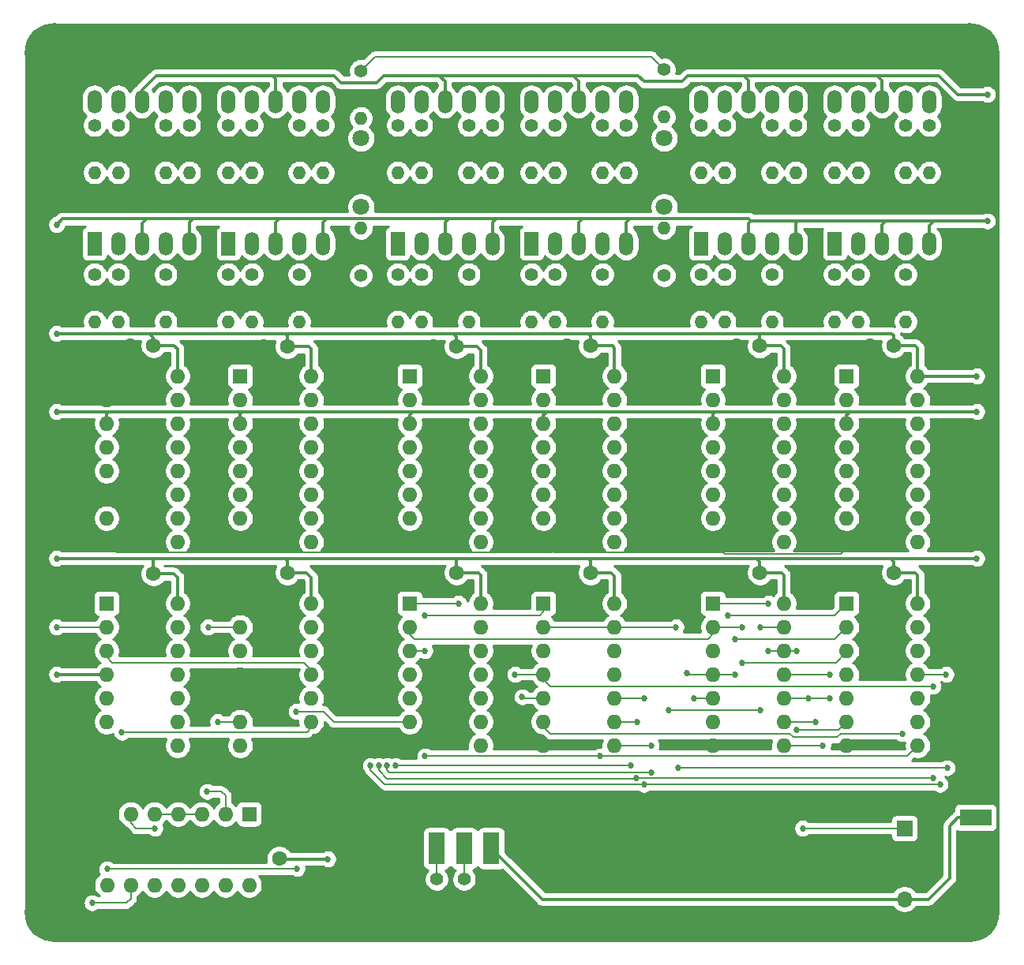
<source format=gbr>
G04 #@! TF.GenerationSoftware,KiCad,Pcbnew,(5.1.8)-1*
G04 #@! TF.CreationDate,2021-01-31T20:23:03-05:00*
G04 #@! TF.ProjectId,TTL_Logic_Clock_revA,54544c5f-4c6f-4676-9963-5f436c6f636b,rev?*
G04 #@! TF.SameCoordinates,Original*
G04 #@! TF.FileFunction,Copper,L2,Bot*
G04 #@! TF.FilePolarity,Positive*
%FSLAX46Y46*%
G04 Gerber Fmt 4.6, Leading zero omitted, Abs format (unit mm)*
G04 Created by KiCad (PCBNEW (5.1.8)-1) date 2021-01-31 20:23:03*
%MOMM*%
%LPD*%
G01*
G04 APERTURE LIST*
G04 #@! TA.AperFunction,SMDPad,CuDef*
%ADD10R,1.800000X3.400000*%
G04 #@! TD*
G04 #@! TA.AperFunction,ComponentPad*
%ADD11O,1.400000X1.400000*%
G04 #@! TD*
G04 #@! TA.AperFunction,ComponentPad*
%ADD12C,1.400000*%
G04 #@! TD*
G04 #@! TA.AperFunction,SMDPad,CuDef*
%ADD13R,3.400000X1.800000*%
G04 #@! TD*
G04 #@! TA.AperFunction,ComponentPad*
%ADD14O,1.600000X1.600000*%
G04 #@! TD*
G04 #@! TA.AperFunction,ComponentPad*
%ADD15R,1.600000X1.600000*%
G04 #@! TD*
G04 #@! TA.AperFunction,ComponentPad*
%ADD16O,1.700000X1.700000*%
G04 #@! TD*
G04 #@! TA.AperFunction,ComponentPad*
%ADD17R,1.700000X1.700000*%
G04 #@! TD*
G04 #@! TA.AperFunction,ComponentPad*
%ADD18C,6.400000*%
G04 #@! TD*
G04 #@! TA.AperFunction,ComponentPad*
%ADD19R,1.800000X1.800000*%
G04 #@! TD*
G04 #@! TA.AperFunction,ComponentPad*
%ADD20C,1.800000*%
G04 #@! TD*
G04 #@! TA.AperFunction,ComponentPad*
%ADD21C,1.600000*%
G04 #@! TD*
G04 #@! TA.AperFunction,ComponentPad*
%ADD22R,1.524000X2.524000*%
G04 #@! TD*
G04 #@! TA.AperFunction,ComponentPad*
%ADD23O,1.524000X2.524000*%
G04 #@! TD*
G04 #@! TA.AperFunction,ViaPad*
%ADD24C,0.685800*%
G04 #@! TD*
G04 #@! TA.AperFunction,Conductor*
%ADD25C,0.355600*%
G04 #@! TD*
G04 #@! TA.AperFunction,Conductor*
%ADD26C,0.203200*%
G04 #@! TD*
G04 #@! TA.AperFunction,Conductor*
%ADD27C,0.254000*%
G04 #@! TD*
G04 #@! TA.AperFunction,Conductor*
%ADD28C,0.100000*%
G04 #@! TD*
G04 APERTURE END LIST*
D10*
X107315000Y-120269000D03*
X101473000Y-120269000D03*
X104394000Y-120269000D03*
D11*
X104394000Y-128651000D03*
D12*
X104394000Y-123571000D03*
D11*
X101473000Y-128651000D03*
D12*
X101473000Y-123571000D03*
D13*
X159258000Y-119761000D03*
X159258000Y-116967000D03*
D14*
X153045000Y-93980000D03*
X145425000Y-109220000D03*
X153045000Y-96520000D03*
X145425000Y-106680000D03*
X153045000Y-99060000D03*
X145425000Y-104140000D03*
X153045000Y-101600000D03*
X145425000Y-101600000D03*
X153045000Y-104140000D03*
X145425000Y-99060000D03*
X153045000Y-106680000D03*
X145425000Y-96520000D03*
X153045000Y-109220000D03*
D15*
X145425000Y-93980000D03*
D14*
X138694000Y-93980000D03*
X131074000Y-109220000D03*
X138694000Y-96520000D03*
X131074000Y-106680000D03*
X138694000Y-99060000D03*
X131074000Y-104140000D03*
X138694000Y-101600000D03*
X131074000Y-101600000D03*
X138694000Y-104140000D03*
X131074000Y-99060000D03*
X138694000Y-106680000D03*
X131074000Y-96520000D03*
X138694000Y-109220000D03*
D15*
X131074000Y-93980000D03*
X112913000Y-93980000D03*
D14*
X120533000Y-109220000D03*
X112913000Y-96520000D03*
X120533000Y-106680000D03*
X112913000Y-99060000D03*
X120533000Y-104140000D03*
X112913000Y-101600000D03*
X120533000Y-101600000D03*
X112913000Y-104140000D03*
X120533000Y-99060000D03*
X112913000Y-106680000D03*
X120533000Y-96520000D03*
X112913000Y-109220000D03*
X120533000Y-93980000D03*
X153045000Y-69596000D03*
X145425000Y-87376000D03*
X153045000Y-72136000D03*
X145425000Y-84836000D03*
X153045000Y-74676000D03*
X145425000Y-82296000D03*
X153045000Y-77216000D03*
X145425000Y-79756000D03*
X153045000Y-79756000D03*
X145425000Y-77216000D03*
X153045000Y-82296000D03*
X145425000Y-74676000D03*
X153045000Y-84836000D03*
X145425000Y-72136000D03*
X153045000Y-87376000D03*
D15*
X145425000Y-69596000D03*
D14*
X138694000Y-69596000D03*
X131074000Y-87376000D03*
X138694000Y-72136000D03*
X131074000Y-84836000D03*
X138694000Y-74676000D03*
X131074000Y-82296000D03*
X138694000Y-77216000D03*
X131074000Y-79756000D03*
X138694000Y-79756000D03*
X131074000Y-77216000D03*
X138694000Y-82296000D03*
X131074000Y-74676000D03*
X138694000Y-84836000D03*
X131074000Y-72136000D03*
X138694000Y-87376000D03*
D15*
X131074000Y-69596000D03*
D14*
X120533000Y-69596000D03*
X112913000Y-87376000D03*
X120533000Y-72136000D03*
X112913000Y-84836000D03*
X120533000Y-74676000D03*
X112913000Y-82296000D03*
X120533000Y-77216000D03*
X112913000Y-79756000D03*
X120533000Y-79756000D03*
X112913000Y-77216000D03*
X120533000Y-82296000D03*
X112913000Y-74676000D03*
X120533000Y-84836000D03*
X112913000Y-72136000D03*
X120533000Y-87376000D03*
D15*
X112913000Y-69596000D03*
X98562000Y-69596000D03*
D14*
X106182000Y-87376000D03*
X98562000Y-72136000D03*
X106182000Y-84836000D03*
X98562000Y-74676000D03*
X106182000Y-82296000D03*
X98562000Y-77216000D03*
X106182000Y-79756000D03*
X98562000Y-79756000D03*
X106182000Y-77216000D03*
X98562000Y-82296000D03*
X106182000Y-74676000D03*
X98562000Y-84836000D03*
X106182000Y-72136000D03*
X98562000Y-87376000D03*
X106182000Y-69596000D03*
D15*
X80401000Y-93980000D03*
D14*
X88021000Y-111760000D03*
X80401000Y-96520000D03*
X88021000Y-109220000D03*
X80401000Y-99060000D03*
X88021000Y-106680000D03*
X80401000Y-101600000D03*
X88021000Y-104140000D03*
X80401000Y-104140000D03*
X88021000Y-101600000D03*
X80401000Y-106680000D03*
X88021000Y-99060000D03*
X80401000Y-109220000D03*
X88021000Y-96520000D03*
X80401000Y-111760000D03*
X88021000Y-93980000D03*
X88021000Y-69596000D03*
X80401000Y-87376000D03*
X88021000Y-72136000D03*
X80401000Y-84836000D03*
X88021000Y-74676000D03*
X80401000Y-82296000D03*
X88021000Y-77216000D03*
X80401000Y-79756000D03*
X88021000Y-79756000D03*
X80401000Y-77216000D03*
X88021000Y-82296000D03*
X80401000Y-74676000D03*
X88021000Y-84836000D03*
X80401000Y-72136000D03*
X88021000Y-87376000D03*
D15*
X80401000Y-69596000D03*
D14*
X73670000Y-69596000D03*
X66050000Y-87376000D03*
X73670000Y-72136000D03*
X66050000Y-84836000D03*
X73670000Y-74676000D03*
X66050000Y-82296000D03*
X73670000Y-77216000D03*
X66050000Y-79756000D03*
X73670000Y-79756000D03*
X66050000Y-77216000D03*
X73670000Y-82296000D03*
X66050000Y-74676000D03*
X73670000Y-84836000D03*
X66050000Y-72136000D03*
X73670000Y-87376000D03*
D15*
X66050000Y-69596000D03*
D14*
X106182000Y-93980000D03*
X98562000Y-109220000D03*
X106182000Y-96520000D03*
X98562000Y-106680000D03*
X106182000Y-99060000D03*
X98562000Y-104140000D03*
X106182000Y-101600000D03*
X98562000Y-101600000D03*
X106182000Y-104140000D03*
X98562000Y-99060000D03*
X106182000Y-106680000D03*
X98562000Y-96520000D03*
X106182000Y-109220000D03*
D15*
X98562000Y-93980000D03*
X81350000Y-116586000D03*
D14*
X66110000Y-124206000D03*
X78810000Y-116586000D03*
X68650000Y-124206000D03*
X76270000Y-116586000D03*
X71190000Y-124206000D03*
X73730000Y-116586000D03*
X73730000Y-124206000D03*
X71190000Y-116586000D03*
X76270000Y-124206000D03*
X68650000Y-116586000D03*
X78810000Y-124206000D03*
X66110000Y-116586000D03*
X81350000Y-124206000D03*
D15*
X66050000Y-93980000D03*
D14*
X73670000Y-109220000D03*
X66050000Y-96520000D03*
X73670000Y-106680000D03*
X66050000Y-99060000D03*
X73670000Y-104140000D03*
X66050000Y-101600000D03*
X73670000Y-101600000D03*
X66050000Y-104140000D03*
X73670000Y-99060000D03*
X66050000Y-106680000D03*
X73670000Y-96520000D03*
X66050000Y-109220000D03*
X73670000Y-93980000D03*
D11*
X125857000Y-53721000D03*
D12*
X125857000Y-58801000D03*
D11*
X125857000Y-41783000D03*
D12*
X125857000Y-36703000D03*
D11*
X93345000Y-53721000D03*
D12*
X93345000Y-58801000D03*
D11*
X93345000Y-41910000D03*
D12*
X93345000Y-36830000D03*
D11*
X144145000Y-47752000D03*
D12*
X144145000Y-42672000D03*
D11*
X146685000Y-47752000D03*
D12*
X146685000Y-42672000D03*
D11*
X144145000Y-63754000D03*
D12*
X144145000Y-58674000D03*
D11*
X146685000Y-63754000D03*
D12*
X146685000Y-58674000D03*
D11*
X151765000Y-63754000D03*
D12*
X151765000Y-58674000D03*
D11*
X154305000Y-47752000D03*
D12*
X154305000Y-42672000D03*
D11*
X151765000Y-47752000D03*
D12*
X151765000Y-42672000D03*
D11*
X129794000Y-47752000D03*
D12*
X129794000Y-42672000D03*
D11*
X132334000Y-47752000D03*
D12*
X132334000Y-42672000D03*
D11*
X129794000Y-63754000D03*
D12*
X129794000Y-58674000D03*
D11*
X132334000Y-63754000D03*
D12*
X132334000Y-58674000D03*
D11*
X137414000Y-63754000D03*
D12*
X137414000Y-58674000D03*
D11*
X139954000Y-47752000D03*
D12*
X139954000Y-42672000D03*
D11*
X137414000Y-47752000D03*
D12*
X137414000Y-42672000D03*
D11*
X111633000Y-47752000D03*
D12*
X111633000Y-42672000D03*
D11*
X114173000Y-47752000D03*
D12*
X114173000Y-42672000D03*
X111633000Y-58674000D03*
D11*
X111633000Y-63754000D03*
D12*
X114173000Y-58674000D03*
D11*
X114173000Y-63754000D03*
D12*
X119253000Y-58674000D03*
D11*
X119253000Y-63754000D03*
X121793000Y-47752000D03*
D12*
X121793000Y-42672000D03*
D11*
X119253000Y-47752000D03*
D12*
X119253000Y-42672000D03*
D11*
X97282000Y-47752000D03*
D12*
X97282000Y-42672000D03*
D11*
X99822000Y-47752000D03*
D12*
X99822000Y-42672000D03*
D11*
X97282000Y-63754000D03*
D12*
X97282000Y-58674000D03*
D11*
X99822000Y-63754000D03*
D12*
X99822000Y-58674000D03*
D11*
X104902000Y-63754000D03*
D12*
X104902000Y-58674000D03*
D11*
X107442000Y-47752000D03*
D12*
X107442000Y-42672000D03*
D11*
X104902000Y-47752000D03*
D12*
X104902000Y-42672000D03*
D11*
X79121000Y-47752000D03*
D12*
X79121000Y-42672000D03*
D11*
X81661000Y-47752000D03*
D12*
X81661000Y-42672000D03*
D11*
X79121000Y-63754000D03*
D12*
X79121000Y-58674000D03*
D11*
X81661000Y-63754000D03*
D12*
X81661000Y-58674000D03*
D11*
X86741000Y-63754000D03*
D12*
X86741000Y-58674000D03*
D11*
X89281000Y-47752000D03*
D12*
X89281000Y-42672000D03*
D11*
X86741000Y-47752000D03*
D12*
X86741000Y-42672000D03*
D11*
X64770000Y-47752000D03*
D12*
X64770000Y-42672000D03*
D11*
X67310000Y-47752000D03*
D12*
X67310000Y-42672000D03*
X64770000Y-58674000D03*
D11*
X64770000Y-63754000D03*
D12*
X67310000Y-58674000D03*
D11*
X67310000Y-63754000D03*
D12*
X72390000Y-58674000D03*
D11*
X72390000Y-63754000D03*
X74930000Y-47752000D03*
D12*
X74930000Y-42672000D03*
D11*
X72390000Y-47752000D03*
D12*
X72390000Y-42672000D03*
D16*
X151638000Y-125730000D03*
X151638000Y-123190000D03*
X151638000Y-120650000D03*
D17*
X151638000Y-118110000D03*
D18*
X158623000Y-127127000D03*
X60452000Y-127127000D03*
X158623000Y-34925000D03*
X60452000Y-34925000D03*
D19*
X125857000Y-48895000D03*
D20*
X125857000Y-51435000D03*
X125857000Y-44069000D03*
D19*
X125857000Y-46609000D03*
D20*
X93345000Y-51435000D03*
D19*
X93345000Y-48895000D03*
X93345000Y-46609000D03*
D20*
X93345000Y-44069000D03*
D21*
X147975000Y-66294000D03*
X150475000Y-66294000D03*
X133624000Y-66357500D03*
X136124000Y-66357500D03*
X115463000Y-66357500D03*
X117963000Y-66357500D03*
X101112000Y-66421000D03*
X103612000Y-66421000D03*
X82951000Y-90678000D03*
X85451000Y-90678000D03*
X82951000Y-66421000D03*
X85451000Y-66421000D03*
X68600000Y-66294000D03*
X71100000Y-66294000D03*
X103612000Y-90678000D03*
X101112000Y-90678000D03*
X150475000Y-90678000D03*
X147975000Y-90678000D03*
X136124000Y-90678000D03*
X133624000Y-90678000D03*
X115463000Y-90678000D03*
X117963000Y-90678000D03*
X84582000Y-118872000D03*
X84582000Y-121372000D03*
X71100000Y-90805000D03*
X68600000Y-90805000D03*
D22*
X129794000Y-55384700D03*
D23*
X132334000Y-55384700D03*
X134874000Y-55384700D03*
X137414000Y-55384700D03*
X139954000Y-55384700D03*
X139954000Y-40144700D03*
X137414000Y-40144700D03*
X134874000Y-40144700D03*
X132334000Y-40144700D03*
X129794000Y-40144700D03*
D22*
X111633000Y-55384700D03*
D23*
X114173000Y-55384700D03*
X116713000Y-55384700D03*
X119253000Y-55384700D03*
X121793000Y-55384700D03*
X121793000Y-40144700D03*
X119253000Y-40144700D03*
X116713000Y-40144700D03*
X114173000Y-40144700D03*
X111633000Y-40144700D03*
D22*
X97282000Y-55384700D03*
D23*
X99822000Y-55384700D03*
X102362000Y-55384700D03*
X104902000Y-55384700D03*
X107442000Y-55384700D03*
X107442000Y-40144700D03*
X104902000Y-40144700D03*
X102362000Y-40144700D03*
X99822000Y-40144700D03*
X97282000Y-40144700D03*
D22*
X79121000Y-55384700D03*
D23*
X81661000Y-55384700D03*
X84201000Y-55384700D03*
X86741000Y-55384700D03*
X89281000Y-55384700D03*
X89281000Y-40144700D03*
X86741000Y-40144700D03*
X84201000Y-40144700D03*
X81661000Y-40144700D03*
X79121000Y-40144700D03*
D22*
X64770000Y-55384700D03*
D23*
X67310000Y-55384700D03*
X69850000Y-55384700D03*
X72390000Y-55384700D03*
X74930000Y-55384700D03*
X74930000Y-40144700D03*
X72390000Y-40144700D03*
X69850000Y-40144700D03*
X67310000Y-40144700D03*
X64770000Y-40144700D03*
D22*
X144145000Y-55384700D03*
D23*
X146685000Y-55384700D03*
X149225000Y-55384700D03*
X151765000Y-55384700D03*
X154305000Y-55384700D03*
X154305000Y-40144700D03*
X151765000Y-40144700D03*
X149225000Y-40144700D03*
X146685000Y-40144700D03*
X144145000Y-40144700D03*
D24*
X160528000Y-39370000D03*
X160528000Y-52958996D03*
X60706000Y-53340002D03*
X60706000Y-65023998D03*
X159385000Y-69596000D03*
X159385000Y-73406000D03*
X60706000Y-73406000D03*
X60706000Y-89154000D03*
X60706000Y-101600000D03*
X89789000Y-121412000D03*
X159384996Y-89154000D03*
X159384996Y-117347998D03*
X60706000Y-96520000D03*
X82804000Y-74803000D03*
X82804000Y-72263000D03*
X77216000Y-63754000D03*
X77216000Y-66040000D03*
X100584000Y-72263000D03*
X100584000Y-74549000D03*
X114935000Y-72136000D03*
X114935000Y-74676000D03*
X104902000Y-81026000D03*
X107696000Y-81026000D03*
X132715000Y-109220000D03*
X132715000Y-114554000D03*
X147701000Y-109220000D03*
X147701000Y-114554000D03*
X108331000Y-93980000D03*
X108331000Y-98933000D03*
X127762000Y-72263000D03*
X127762008Y-74549000D03*
X82550000Y-99187000D03*
X82550000Y-101473000D03*
X82804000Y-106807000D03*
X82804000Y-108839000D03*
X147701000Y-72263000D03*
X147701000Y-74549000D03*
X136144000Y-96520000D03*
X136144000Y-105410000D03*
X126365000Y-105410000D03*
X140716000Y-118110000D03*
X64516000Y-126111006D03*
X66110000Y-122498002D03*
X86487000Y-122428000D03*
X67691000Y-107823000D03*
X71247000Y-118110000D03*
X76949290Y-96520000D03*
X76835000Y-114173000D03*
X156083000Y-101600000D03*
X156210000Y-111633000D03*
X127381000Y-111633000D03*
X127127000Y-96520000D03*
X151384000Y-107950000D03*
X118999000Y-110362992D03*
X100203008Y-110362992D03*
X110617000Y-104013000D03*
X97027979Y-111386666D03*
X122250183Y-111379000D03*
X109855000Y-101600000D03*
X154686000Y-102870000D03*
X94361000Y-111379000D03*
X123698000Y-113411000D03*
X123698000Y-104139988D03*
X155448000Y-113411000D03*
X95250000Y-111379000D03*
X122897899Y-112763290D03*
X122923292Y-106718101D03*
X154673290Y-112763290D03*
X96139000Y-111379000D03*
X124460000Y-109220000D03*
X124462541Y-112115580D03*
X100203000Y-99060000D03*
X100203000Y-95250000D03*
X142875000Y-109220000D03*
X142113000Y-106680000D03*
X141351000Y-104140000D03*
X143637000Y-104140000D03*
X128270000Y-101473000D03*
X133477000Y-97790000D03*
X133477000Y-101600000D03*
X143637000Y-101600000D03*
X129031966Y-104140000D03*
X132715012Y-95250000D03*
X86398199Y-105575199D03*
X77978000Y-106680000D03*
X137033000Y-93980000D03*
X137033000Y-99060000D03*
X140081000Y-99060000D03*
X140081000Y-107569000D03*
X134239000Y-100330000D03*
X134239000Y-96520000D03*
X101473000Y-120269000D03*
X104394000Y-120269000D03*
X103822500Y-93980000D03*
D25*
X69850000Y-40144700D02*
X69850000Y-38862000D01*
X69850000Y-38862000D02*
X71374000Y-37338000D01*
X71374000Y-37338000D02*
X83820000Y-37338000D01*
X84201000Y-37719000D02*
X84201000Y-40144700D01*
X83820000Y-37338000D02*
X84201000Y-37719000D01*
X95758000Y-37338000D02*
X101727000Y-37338000D01*
X102362000Y-37973000D02*
X102362000Y-40144700D01*
X94996000Y-38100000D02*
X95758000Y-37338000D01*
X91186000Y-38100000D02*
X94996000Y-38100000D01*
X101727000Y-37338000D02*
X102362000Y-37973000D01*
X90424000Y-37338000D02*
X91186000Y-38100000D01*
X83820000Y-37338000D02*
X90424000Y-37338000D01*
X116713000Y-37973000D02*
X116713000Y-40144700D01*
X116078000Y-37338000D02*
X116713000Y-37973000D01*
X101727000Y-37338000D02*
X115824000Y-37338000D01*
X115824000Y-37338000D02*
X116078000Y-37338000D01*
X134874000Y-37846000D02*
X134874000Y-40144700D01*
X134366000Y-37338000D02*
X134874000Y-37846000D01*
X127762000Y-37973000D02*
X128397000Y-37338000D01*
X123698000Y-37973000D02*
X127762000Y-37973000D01*
X123063000Y-37338000D02*
X123698000Y-37973000D01*
X115824000Y-37338000D02*
X123063000Y-37338000D01*
X128397000Y-37338000D02*
X134239000Y-37338000D01*
X134239000Y-37338000D02*
X134366000Y-37338000D01*
X149225000Y-37846000D02*
X149225000Y-40144700D01*
X148717000Y-37338000D02*
X149225000Y-37846000D01*
X134239000Y-37338000D02*
X148590000Y-37338000D01*
X148590000Y-37338000D02*
X148717000Y-37338000D01*
X148590000Y-37338000D02*
X155321000Y-37338000D01*
X155321000Y-37338000D02*
X157353000Y-39370000D01*
X157353000Y-39370000D02*
X160528000Y-39370000D01*
X154305000Y-53467000D02*
X154305000Y-55384700D01*
X154813004Y-52958996D02*
X154305000Y-53467000D01*
X160528000Y-52958996D02*
X154813004Y-52958996D01*
X149225000Y-53340000D02*
X149225000Y-55384700D01*
X149606004Y-52958996D02*
X149225000Y-53340000D01*
X154813004Y-52958996D02*
X149606004Y-52958996D01*
X149606004Y-52958996D02*
X140208004Y-52958996D01*
X139954000Y-53213000D02*
X139954000Y-55384700D01*
X140208004Y-52958996D02*
X139954000Y-53213000D01*
X140208004Y-52958996D02*
X135128004Y-52958996D01*
X134874000Y-53213000D02*
X134874000Y-55384700D01*
X135128004Y-52958996D02*
X134874000Y-53213000D01*
X134885207Y-52716199D02*
X122162801Y-52716199D01*
X135128004Y-52958996D02*
X134885207Y-52716199D01*
X121793000Y-53086000D02*
X121793000Y-55384700D01*
X122162801Y-52716199D02*
X121793000Y-53086000D01*
X116713000Y-53086000D02*
X116713000Y-55384700D01*
X117082801Y-52716199D02*
X116713000Y-53086000D01*
X117209801Y-52716199D02*
X107811801Y-52716199D01*
X122162801Y-52716199D02*
X117209801Y-52716199D01*
X117209801Y-52716199D02*
X117082801Y-52716199D01*
X107442000Y-53086000D02*
X107442000Y-55384700D01*
X107811801Y-52716199D02*
X107442000Y-53086000D01*
X107811801Y-52716199D02*
X102731801Y-52716199D01*
X102362000Y-53086000D02*
X102362000Y-55384700D01*
X102731801Y-52716199D02*
X102362000Y-53086000D01*
X102731801Y-52716199D02*
X89650801Y-52716199D01*
X89281000Y-53086000D02*
X89281000Y-55384700D01*
X89650801Y-52716199D02*
X89281000Y-53086000D01*
X84201000Y-53086000D02*
X84201000Y-55384700D01*
X84570801Y-52716199D02*
X84201000Y-53086000D01*
X89650801Y-52716199D02*
X84697801Y-52716199D01*
X84697801Y-52716199D02*
X84570801Y-52716199D01*
X74930000Y-53086000D02*
X74930000Y-55384700D01*
X75299801Y-52716199D02*
X74930000Y-53086000D01*
X75426801Y-52716199D02*
X70346801Y-52716199D01*
X84697801Y-52716199D02*
X75426801Y-52716199D01*
X75426801Y-52716199D02*
X75299801Y-52716199D01*
X69850000Y-53213000D02*
X69850000Y-55384700D01*
X70346801Y-52716199D02*
X69850000Y-53213000D01*
X61329803Y-52716199D02*
X60706000Y-53340002D01*
X70346801Y-52716199D02*
X61329803Y-52716199D01*
X71100000Y-65512000D02*
X71100000Y-66294000D01*
X70611998Y-65023998D02*
X71100000Y-65512000D01*
X60706000Y-65023998D02*
X70611998Y-65023998D01*
X70611998Y-65023998D02*
X85216998Y-65023998D01*
X85451000Y-65258000D02*
X85451000Y-66421000D01*
X85216998Y-65023998D02*
X85451000Y-65258000D01*
X103612000Y-65385000D02*
X103612000Y-66421000D01*
X103250998Y-65023998D02*
X103612000Y-65385000D01*
X85216998Y-65023998D02*
X103250998Y-65023998D01*
X103250998Y-65023998D02*
X117728998Y-65023998D01*
X117963000Y-65258000D02*
X117963000Y-66357500D01*
X117728998Y-65023998D02*
X117963000Y-65258000D01*
X133925604Y-65023998D02*
X133925606Y-65024000D01*
X117728998Y-65023998D02*
X133925604Y-65023998D01*
X133925606Y-65024000D02*
X135890000Y-65024000D01*
X136124000Y-65258000D02*
X136124000Y-66357500D01*
X135890000Y-65024000D02*
X136124000Y-65258000D01*
X150475000Y-65258000D02*
X150475000Y-66294000D01*
X150241000Y-65024000D02*
X150475000Y-65258000D01*
X135890000Y-65024000D02*
X150241000Y-65024000D01*
X150475000Y-66294000D02*
X152781000Y-66294000D01*
X153045000Y-66558000D02*
X153045000Y-69596000D01*
X152781000Y-66294000D02*
X153045000Y-66558000D01*
X136124000Y-66357500D02*
X138366500Y-66357500D01*
X138694000Y-66685000D02*
X138694000Y-69596000D01*
X138366500Y-66357500D02*
X138694000Y-66685000D01*
X117963000Y-66357500D02*
X120332500Y-66357500D01*
X120533000Y-66558000D02*
X120533000Y-69596000D01*
X120332500Y-66357500D02*
X120533000Y-66558000D01*
X103612000Y-66421000D02*
X105791000Y-66421000D01*
X106182000Y-66812000D02*
X106182000Y-69596000D01*
X105791000Y-66421000D02*
X106182000Y-66812000D01*
X85451000Y-66421000D02*
X87757000Y-66421000D01*
X88021000Y-66685000D02*
X88021000Y-69596000D01*
X87757000Y-66421000D02*
X88021000Y-66685000D01*
X71100000Y-66294000D02*
X73279000Y-66294000D01*
X73670000Y-66685000D02*
X73670000Y-69596000D01*
X73279000Y-66294000D02*
X73670000Y-66685000D01*
X153045000Y-69596000D02*
X159385000Y-69596000D01*
X145425000Y-73777000D02*
X145425000Y-74676000D01*
X145796000Y-73406000D02*
X145425000Y-73777000D01*
X159385000Y-73406000D02*
X145796000Y-73406000D01*
X145796000Y-73406000D02*
X131318000Y-73406000D01*
X131074000Y-73650000D02*
X131074000Y-74676000D01*
X131318000Y-73406000D02*
X131074000Y-73650000D01*
X131318000Y-73406000D02*
X113284000Y-73406000D01*
X112913000Y-73777000D02*
X112913000Y-74676000D01*
X113284000Y-73406000D02*
X112913000Y-73777000D01*
X113284000Y-73406000D02*
X98933000Y-73406000D01*
X98562000Y-73777000D02*
X98562000Y-74676000D01*
X98933000Y-73406000D02*
X98562000Y-73777000D01*
X98933000Y-73406000D02*
X80645000Y-73406000D01*
X80401000Y-73650000D02*
X80401000Y-74676000D01*
X80645000Y-73406000D02*
X80401000Y-73650000D01*
X80645000Y-73406000D02*
X66294000Y-73406000D01*
X66050000Y-73650000D02*
X66050000Y-74676000D01*
X66294000Y-73406000D02*
X66050000Y-73650000D01*
X66294000Y-73406000D02*
X60706000Y-73406000D01*
X60706000Y-89154000D02*
X70993000Y-89154000D01*
X71100000Y-89261000D02*
X71100000Y-90805000D01*
X70993000Y-89154000D02*
X71100000Y-89261000D01*
X70993000Y-89154000D02*
X85217000Y-89154000D01*
X85451000Y-89388000D02*
X85451000Y-90678000D01*
X85217000Y-89154000D02*
X85451000Y-89388000D01*
X85217000Y-89154000D02*
X103505000Y-89154000D01*
X103612000Y-89261000D02*
X103612000Y-90678000D01*
X103505000Y-89154000D02*
X103612000Y-89261000D01*
X103505000Y-89154000D02*
X117729000Y-89154000D01*
X117963000Y-89388000D02*
X117963000Y-90678000D01*
X117729000Y-89154000D02*
X117963000Y-89388000D01*
X117729000Y-89154000D02*
X135763000Y-89154000D01*
X136124000Y-89515000D02*
X136124000Y-90678000D01*
X135763000Y-89154000D02*
X136124000Y-89515000D01*
X135763000Y-89154000D02*
X150114000Y-89154000D01*
X150475000Y-89515000D02*
X150475000Y-90678000D01*
X150114000Y-89154000D02*
X150475000Y-89515000D01*
X150475000Y-90678000D02*
X152781000Y-90678000D01*
X153045000Y-90942000D02*
X153045000Y-93980000D01*
X152781000Y-90678000D02*
X153045000Y-90942000D01*
X136124000Y-90678000D02*
X138430000Y-90678000D01*
X138694000Y-90942000D02*
X138694000Y-93980000D01*
X138430000Y-90678000D02*
X138694000Y-90942000D01*
X117963000Y-90678000D02*
X120142000Y-90678000D01*
X120533000Y-91069000D02*
X120533000Y-93980000D01*
X120142000Y-90678000D02*
X120533000Y-91069000D01*
X103612000Y-90678000D02*
X105918000Y-90678000D01*
X106182000Y-90942000D02*
X106182000Y-93980000D01*
X105918000Y-90678000D02*
X106182000Y-90942000D01*
X85451000Y-90678000D02*
X87503000Y-90678000D01*
X88021000Y-91196000D02*
X88021000Y-93980000D01*
X87503000Y-90678000D02*
X88021000Y-91196000D01*
X73670000Y-91206000D02*
X73670000Y-93980000D01*
X73269000Y-90805000D02*
X73670000Y-91206000D01*
X71100000Y-90805000D02*
X73269000Y-90805000D01*
X60706000Y-101600000D02*
X66050000Y-101600000D01*
X84622000Y-121412000D02*
X84582000Y-121372000D01*
X89789000Y-121412000D02*
X84622000Y-121412000D01*
X150114000Y-89154000D02*
X159384996Y-89154000D01*
X159384998Y-117348000D02*
X159385000Y-117348002D01*
X151638000Y-125730000D02*
X154178000Y-125730000D01*
X154178000Y-125730000D02*
X156464000Y-123444000D01*
X157354800Y-116967000D02*
X159258000Y-116967000D01*
X156464000Y-117857800D02*
X157354800Y-116967000D01*
X156464000Y-123444000D02*
X156464000Y-117857800D01*
X112776000Y-125730000D02*
X107315000Y-120269000D01*
X151638000Y-125730000D02*
X112776000Y-125730000D01*
D26*
X66050000Y-96520000D02*
X60706000Y-96520000D01*
X147975000Y-66294000D02*
X147975000Y-66655000D01*
X145425000Y-87376000D02*
X145425000Y-88001000D01*
X145425000Y-88001000D02*
X144780000Y-88646000D01*
X144780000Y-88646000D02*
X132344000Y-88646000D01*
X132212000Y-88514000D02*
X114051000Y-88514000D01*
X132344000Y-88646000D02*
X132212000Y-88514000D01*
X132212000Y-88514000D02*
X131074000Y-87376000D01*
X99666801Y-88480801D02*
X98562000Y-87376000D01*
X113830199Y-88480801D02*
X99666801Y-88480801D01*
X113924000Y-88387000D02*
X113830199Y-88480801D01*
X114051000Y-88514000D02*
X113924000Y-88387000D01*
X113924000Y-88387000D02*
X112913000Y-87376000D01*
X81505801Y-88480801D02*
X80401000Y-87376000D01*
X99666801Y-88480801D02*
X81505801Y-88480801D01*
X67154801Y-88480801D02*
X66050000Y-87376000D01*
X81505801Y-88480801D02*
X67154801Y-88480801D01*
X138694000Y-96520000D02*
X136144000Y-96520000D01*
X136144000Y-105410000D02*
X126746000Y-105410000D01*
X126746000Y-105410000D02*
X126365000Y-105410000D01*
X94869000Y-35306000D02*
X93345000Y-36830000D01*
X124460000Y-35306000D02*
X94869000Y-35306000D01*
X125857000Y-36703000D02*
X124460000Y-35306000D01*
X151638000Y-118110000D02*
X140716000Y-118110000D01*
X68198994Y-126111006D02*
X64516000Y-126111006D01*
X68650000Y-125660000D02*
X68198994Y-126111006D01*
X68650000Y-124206000D02*
X68650000Y-125660000D01*
X66110000Y-122498002D02*
X86416998Y-122498002D01*
X86416998Y-122498002D02*
X86487000Y-122428000D01*
X88021000Y-106680000D02*
X88021000Y-107305000D01*
X87541199Y-107784801D02*
X67856199Y-107784801D01*
X88021000Y-107305000D02*
X87541199Y-107784801D01*
X67818000Y-107823000D02*
X67691000Y-107823000D01*
X67856199Y-107784801D02*
X67818000Y-107823000D01*
X68650000Y-116586000D02*
X68650000Y-117545000D01*
X68650000Y-117545000D02*
X69215000Y-118110000D01*
X69215000Y-118110000D02*
X71247000Y-118110000D01*
X71190000Y-116586000D02*
X73730000Y-116586000D01*
X73730000Y-116586000D02*
X76270000Y-116586000D01*
X80401000Y-96520000D02*
X76949290Y-96520000D01*
X78359000Y-114173000D02*
X76835000Y-114173000D01*
X78810000Y-114624000D02*
X78359000Y-114173000D01*
X78810000Y-116586000D02*
X78810000Y-114624000D01*
X153045000Y-101600000D02*
X156083000Y-101600000D01*
X127127000Y-96520000D02*
X120533000Y-96520000D01*
X120533000Y-96520000D02*
X112913000Y-96520000D01*
X156210000Y-111633000D02*
X127381000Y-111633000D01*
X112913000Y-106680000D02*
X112913000Y-107198000D01*
X112913000Y-107198000D02*
X113665000Y-107950000D01*
X113665000Y-107950000D02*
X124206000Y-107950000D01*
X124206000Y-107950000D02*
X139319000Y-107950000D01*
X139319000Y-107950000D02*
X139700000Y-108331000D01*
X139700000Y-108331000D02*
X144399000Y-108331000D01*
X144399000Y-108331000D02*
X144780000Y-107950000D01*
X144780000Y-107950000D02*
X151384000Y-107950000D01*
X151384000Y-107950000D02*
X151384000Y-107696000D01*
X118999000Y-110362992D02*
X100203008Y-110362992D01*
X153045000Y-109220000D02*
X151902008Y-110362992D01*
X151902008Y-110362992D02*
X118999000Y-110362992D01*
X112913000Y-104140000D02*
X110744000Y-104140000D01*
X110744000Y-104140000D02*
X110617000Y-104013000D01*
X122242517Y-111386666D02*
X122250183Y-111379000D01*
X97027979Y-111386666D02*
X122242517Y-111386666D01*
X109855000Y-101600000D02*
X112913000Y-101600000D01*
X112913000Y-101600000D02*
X112913000Y-102372000D01*
X112913000Y-101600000D02*
X112913000Y-102118000D01*
X112913000Y-102118000D02*
X113665000Y-102870000D01*
X113665000Y-102870000D02*
X122809000Y-102870000D01*
X122809000Y-102870000D02*
X154686000Y-102870000D01*
X123213067Y-113411000D02*
X123698000Y-113411000D01*
X94361000Y-111379000D02*
X94361000Y-111863933D01*
X94361000Y-111863933D02*
X95908067Y-113411000D01*
X95908067Y-113411000D02*
X123213067Y-113411000D01*
X123697988Y-104140000D02*
X123698000Y-104139988D01*
X120533000Y-104140000D02*
X123697988Y-104140000D01*
X123698000Y-113411000D02*
X155448000Y-113411000D01*
X120533000Y-106680000D02*
X122885191Y-106680000D01*
X122885191Y-106680000D02*
X122923292Y-106718101D01*
X122885189Y-112776000D02*
X122897899Y-112763290D01*
X95250000Y-111379000D02*
X95250000Y-111863933D01*
X96162067Y-112776000D02*
X122885189Y-112776000D01*
X95250000Y-111863933D02*
X96162067Y-112776000D01*
X122897899Y-112763290D02*
X154673290Y-112763290D01*
X124460000Y-109220000D02*
X120533000Y-109220000D01*
X96139000Y-111863933D02*
X96390647Y-112115580D01*
X96390647Y-112115580D02*
X124462541Y-112115580D01*
X96139000Y-111379000D02*
X96139000Y-111863933D01*
X98562000Y-99060000D02*
X100203000Y-99060000D01*
X112913000Y-94859000D02*
X112913000Y-93980000D01*
X112522000Y-95250000D02*
X112913000Y-94859000D01*
X100203000Y-95250000D02*
X112522000Y-95250000D01*
X142875000Y-109220000D02*
X138694000Y-109220000D01*
X142113000Y-106680000D02*
X138694000Y-106680000D01*
X141351000Y-104140000D02*
X138694000Y-104140000D01*
X141351000Y-104140000D02*
X143637000Y-104140000D01*
X128397000Y-101600000D02*
X128270000Y-101473000D01*
X131074000Y-101600000D02*
X128397000Y-101600000D01*
X145425000Y-96520000D02*
X144155000Y-97790000D01*
X144155000Y-97790000D02*
X133477000Y-97790000D01*
X133477000Y-101600000D02*
X131074000Y-101600000D01*
X143637000Y-101600000D02*
X138694000Y-101600000D01*
X131074000Y-104140000D02*
X129031966Y-104140000D01*
X133199945Y-95250000D02*
X132715012Y-95250000D01*
X145425000Y-93980000D02*
X144155000Y-95250000D01*
X144155000Y-95250000D02*
X133199945Y-95250000D01*
X90424000Y-106680000D02*
X89319199Y-105575199D01*
X98562000Y-106680000D02*
X90424000Y-106680000D01*
X89319199Y-105575199D02*
X86398199Y-105575199D01*
X77978000Y-106680000D02*
X80401000Y-106680000D01*
X131074000Y-93980000D02*
X136906000Y-93980000D01*
X136906000Y-93980000D02*
X137033000Y-93980000D01*
X137033000Y-99060000D02*
X138694000Y-99060000D01*
X138694000Y-99060000D02*
X140081000Y-99060000D01*
X144536000Y-107569000D02*
X145425000Y-106680000D01*
X140081000Y-107569000D02*
X144536000Y-107569000D01*
X133754067Y-96520000D02*
X131074000Y-96520000D01*
X134239000Y-96520000D02*
X133754067Y-96520000D01*
X144272000Y-100330000D02*
X134239000Y-100330000D01*
X145425000Y-99060000D02*
X145425000Y-99177000D01*
X145425000Y-99177000D02*
X144272000Y-100330000D01*
X99060000Y-97790000D02*
X98562000Y-97292000D01*
X130556000Y-97790000D02*
X99060000Y-97790000D01*
X98562000Y-97292000D02*
X98562000Y-96520000D01*
X131074000Y-97272000D02*
X130556000Y-97790000D01*
X131074000Y-96520000D02*
X131074000Y-97272000D01*
X101473000Y-120269000D02*
X101473000Y-123571000D01*
X98562000Y-93980000D02*
X103822500Y-93980000D01*
X104394000Y-120269000D02*
X104394000Y-123571000D01*
X88021000Y-101102000D02*
X87249000Y-100330000D01*
X87249000Y-100330000D02*
X66675000Y-100330000D01*
X66050000Y-99705000D02*
X66050000Y-99060000D01*
X88021000Y-101600000D02*
X88021000Y-101102000D01*
X66675000Y-100330000D02*
X66050000Y-99705000D01*
D27*
X159209554Y-31962677D02*
X159773772Y-32133024D01*
X160294155Y-32409718D01*
X160750878Y-32782212D01*
X161126557Y-33236331D01*
X161406874Y-33754765D01*
X161581156Y-34317778D01*
X161646000Y-34934729D01*
X161646001Y-127094711D01*
X161585323Y-127713553D01*
X161414975Y-128277772D01*
X161138285Y-128798152D01*
X160765788Y-129254879D01*
X160311673Y-129630554D01*
X159793234Y-129910874D01*
X159230222Y-130085155D01*
X158613262Y-130150000D01*
X60484279Y-130150000D01*
X59865447Y-130089323D01*
X59301228Y-129918975D01*
X58780848Y-129642285D01*
X58324121Y-129269788D01*
X57948446Y-128815673D01*
X57668126Y-128297234D01*
X57493845Y-127734222D01*
X57429000Y-127117262D01*
X57429000Y-126014691D01*
X63538100Y-126014691D01*
X63538100Y-126207321D01*
X63575680Y-126396249D01*
X63649396Y-126574216D01*
X63756415Y-126734381D01*
X63892625Y-126870591D01*
X64052790Y-126977610D01*
X64230757Y-127051326D01*
X64419685Y-127088906D01*
X64612315Y-127088906D01*
X64801243Y-127051326D01*
X64979210Y-126977610D01*
X65139375Y-126870591D01*
X65162360Y-126847606D01*
X68162811Y-126847606D01*
X68198994Y-126851170D01*
X68235177Y-126847606D01*
X68235180Y-126847606D01*
X68343393Y-126836948D01*
X68482243Y-126794828D01*
X68610207Y-126726430D01*
X68722369Y-126634381D01*
X68745440Y-126606269D01*
X69145263Y-126206446D01*
X69173375Y-126183375D01*
X69265424Y-126071213D01*
X69333822Y-125943249D01*
X69375942Y-125804399D01*
X69386600Y-125696186D01*
X69390164Y-125660000D01*
X69386600Y-125623814D01*
X69386600Y-125439679D01*
X69564759Y-125320637D01*
X69764637Y-125120759D01*
X69920000Y-124888241D01*
X70075363Y-125120759D01*
X70275241Y-125320637D01*
X70510273Y-125477680D01*
X70771426Y-125585853D01*
X71048665Y-125641000D01*
X71331335Y-125641000D01*
X71608574Y-125585853D01*
X71869727Y-125477680D01*
X72104759Y-125320637D01*
X72304637Y-125120759D01*
X72460000Y-124888241D01*
X72615363Y-125120759D01*
X72815241Y-125320637D01*
X73050273Y-125477680D01*
X73311426Y-125585853D01*
X73588665Y-125641000D01*
X73871335Y-125641000D01*
X74148574Y-125585853D01*
X74409727Y-125477680D01*
X74644759Y-125320637D01*
X74844637Y-125120759D01*
X75000000Y-124888241D01*
X75155363Y-125120759D01*
X75355241Y-125320637D01*
X75590273Y-125477680D01*
X75851426Y-125585853D01*
X76128665Y-125641000D01*
X76411335Y-125641000D01*
X76688574Y-125585853D01*
X76949727Y-125477680D01*
X77184759Y-125320637D01*
X77384637Y-125120759D01*
X77540000Y-124888241D01*
X77695363Y-125120759D01*
X77895241Y-125320637D01*
X78130273Y-125477680D01*
X78391426Y-125585853D01*
X78668665Y-125641000D01*
X78951335Y-125641000D01*
X79228574Y-125585853D01*
X79489727Y-125477680D01*
X79724759Y-125320637D01*
X79924637Y-125120759D01*
X80080000Y-124888241D01*
X80235363Y-125120759D01*
X80435241Y-125320637D01*
X80670273Y-125477680D01*
X80931426Y-125585853D01*
X81208665Y-125641000D01*
X81491335Y-125641000D01*
X81768574Y-125585853D01*
X82029727Y-125477680D01*
X82264759Y-125320637D01*
X82464637Y-125120759D01*
X82621680Y-124885727D01*
X82729853Y-124624574D01*
X82785000Y-124347335D01*
X82785000Y-124064665D01*
X82729853Y-123787426D01*
X82621680Y-123526273D01*
X82464637Y-123291241D01*
X82407998Y-123234602D01*
X85933991Y-123234602D01*
X86023790Y-123294604D01*
X86201757Y-123368320D01*
X86390685Y-123405900D01*
X86583315Y-123405900D01*
X86772243Y-123368320D01*
X86950210Y-123294604D01*
X87110375Y-123187585D01*
X87246585Y-123051375D01*
X87353604Y-122891210D01*
X87427320Y-122713243D01*
X87464900Y-122524315D01*
X87464900Y-122331685D01*
X87443639Y-122224800D01*
X89245267Y-122224800D01*
X89325790Y-122278604D01*
X89503757Y-122352320D01*
X89692685Y-122389900D01*
X89885315Y-122389900D01*
X90074243Y-122352320D01*
X90252210Y-122278604D01*
X90412375Y-122171585D01*
X90548585Y-122035375D01*
X90655604Y-121875210D01*
X90729320Y-121697243D01*
X90766900Y-121508315D01*
X90766900Y-121315685D01*
X90729320Y-121126757D01*
X90655604Y-120948790D01*
X90548585Y-120788625D01*
X90412375Y-120652415D01*
X90252210Y-120545396D01*
X90074243Y-120471680D01*
X89885315Y-120434100D01*
X89692685Y-120434100D01*
X89503757Y-120471680D01*
X89325790Y-120545396D01*
X89245267Y-120599200D01*
X85791491Y-120599200D01*
X85696637Y-120457241D01*
X85496759Y-120257363D01*
X85261727Y-120100320D01*
X85000574Y-119992147D01*
X84723335Y-119937000D01*
X84440665Y-119937000D01*
X84163426Y-119992147D01*
X83902273Y-120100320D01*
X83667241Y-120257363D01*
X83467363Y-120457241D01*
X83310320Y-120692273D01*
X83202147Y-120953426D01*
X83147000Y-121230665D01*
X83147000Y-121513335D01*
X83196344Y-121761402D01*
X66756360Y-121761402D01*
X66733375Y-121738417D01*
X66573210Y-121631398D01*
X66395243Y-121557682D01*
X66206315Y-121520102D01*
X66013685Y-121520102D01*
X65824757Y-121557682D01*
X65646790Y-121631398D01*
X65486625Y-121738417D01*
X65350415Y-121874627D01*
X65243396Y-122034792D01*
X65169680Y-122212759D01*
X65132100Y-122401687D01*
X65132100Y-122594317D01*
X65169680Y-122783245D01*
X65243396Y-122961212D01*
X65288655Y-123028946D01*
X65195241Y-123091363D01*
X64995363Y-123291241D01*
X64838320Y-123526273D01*
X64730147Y-123787426D01*
X64675000Y-124064665D01*
X64675000Y-124347335D01*
X64730147Y-124624574D01*
X64838320Y-124885727D01*
X64995363Y-125120759D01*
X65195241Y-125320637D01*
X65275712Y-125374406D01*
X65162360Y-125374406D01*
X65139375Y-125351421D01*
X64979210Y-125244402D01*
X64801243Y-125170686D01*
X64612315Y-125133106D01*
X64419685Y-125133106D01*
X64230757Y-125170686D01*
X64052790Y-125244402D01*
X63892625Y-125351421D01*
X63756415Y-125487631D01*
X63649396Y-125647796D01*
X63575680Y-125825763D01*
X63538100Y-126014691D01*
X57429000Y-126014691D01*
X57429000Y-116444665D01*
X67215000Y-116444665D01*
X67215000Y-116727335D01*
X67270147Y-117004574D01*
X67378320Y-117265727D01*
X67535363Y-117500759D01*
X67735241Y-117700637D01*
X67970273Y-117857680D01*
X67985219Y-117863871D01*
X68034576Y-117956212D01*
X68102078Y-118038463D01*
X68126626Y-118068375D01*
X68154732Y-118091441D01*
X68668559Y-118605269D01*
X68691625Y-118633375D01*
X68803787Y-118725424D01*
X68931751Y-118793822D01*
X69070601Y-118835942D01*
X69215000Y-118850164D01*
X69251186Y-118846600D01*
X70600640Y-118846600D01*
X70623625Y-118869585D01*
X70783790Y-118976604D01*
X70961757Y-119050320D01*
X71150685Y-119087900D01*
X71343315Y-119087900D01*
X71532243Y-119050320D01*
X71710210Y-118976604D01*
X71870375Y-118869585D01*
X72006585Y-118733375D01*
X72113604Y-118573210D01*
X72115347Y-118569000D01*
X99934928Y-118569000D01*
X99934928Y-121969000D01*
X99947188Y-122093482D01*
X99983498Y-122213180D01*
X100042463Y-122323494D01*
X100121815Y-122420185D01*
X100218506Y-122499537D01*
X100328820Y-122558502D01*
X100448518Y-122594812D01*
X100551109Y-122604916D01*
X100436038Y-122719987D01*
X100289939Y-122938641D01*
X100189304Y-123181595D01*
X100138000Y-123439514D01*
X100138000Y-123702486D01*
X100189304Y-123960405D01*
X100289939Y-124203359D01*
X100436038Y-124422013D01*
X100621987Y-124607962D01*
X100840641Y-124754061D01*
X101083595Y-124854696D01*
X101341514Y-124906000D01*
X101604486Y-124906000D01*
X101862405Y-124854696D01*
X102105359Y-124754061D01*
X102324013Y-124607962D01*
X102509962Y-124422013D01*
X102656061Y-124203359D01*
X102756696Y-123960405D01*
X102808000Y-123702486D01*
X102808000Y-123439514D01*
X102756696Y-123181595D01*
X102656061Y-122938641D01*
X102509962Y-122719987D01*
X102394891Y-122604916D01*
X102497482Y-122594812D01*
X102617180Y-122558502D01*
X102727494Y-122499537D01*
X102824185Y-122420185D01*
X102903537Y-122323494D01*
X102933500Y-122267438D01*
X102963463Y-122323494D01*
X103042815Y-122420185D01*
X103139506Y-122499537D01*
X103249820Y-122558502D01*
X103369518Y-122594812D01*
X103472109Y-122604916D01*
X103357038Y-122719987D01*
X103210939Y-122938641D01*
X103110304Y-123181595D01*
X103059000Y-123439514D01*
X103059000Y-123702486D01*
X103110304Y-123960405D01*
X103210939Y-124203359D01*
X103357038Y-124422013D01*
X103542987Y-124607962D01*
X103761641Y-124754061D01*
X104004595Y-124854696D01*
X104262514Y-124906000D01*
X104525486Y-124906000D01*
X104783405Y-124854696D01*
X105026359Y-124754061D01*
X105245013Y-124607962D01*
X105430962Y-124422013D01*
X105577061Y-124203359D01*
X105677696Y-123960405D01*
X105729000Y-123702486D01*
X105729000Y-123439514D01*
X105677696Y-123181595D01*
X105577061Y-122938641D01*
X105430962Y-122719987D01*
X105315891Y-122604916D01*
X105418482Y-122594812D01*
X105538180Y-122558502D01*
X105648494Y-122499537D01*
X105745185Y-122420185D01*
X105824537Y-122323494D01*
X105854500Y-122267438D01*
X105884463Y-122323494D01*
X105963815Y-122420185D01*
X106060506Y-122499537D01*
X106170820Y-122558502D01*
X106290518Y-122594812D01*
X106415000Y-122607072D01*
X108215000Y-122607072D01*
X108339482Y-122594812D01*
X108455996Y-122559468D01*
X112173033Y-126276506D01*
X112198483Y-126307517D01*
X112229493Y-126332966D01*
X112322247Y-126409088D01*
X112367753Y-126433411D01*
X112463450Y-126484562D01*
X112616663Y-126531039D01*
X112736077Y-126542800D01*
X112736079Y-126542800D01*
X112775999Y-126546732D01*
X112815920Y-126542800D01*
X150395101Y-126542800D01*
X150484525Y-126676632D01*
X150691368Y-126883475D01*
X150934589Y-127045990D01*
X151204842Y-127157932D01*
X151491740Y-127215000D01*
X151784260Y-127215000D01*
X152071158Y-127157932D01*
X152341411Y-127045990D01*
X152584632Y-126883475D01*
X152791475Y-126676632D01*
X152880899Y-126542800D01*
X154138080Y-126542800D01*
X154178000Y-126546732D01*
X154217920Y-126542800D01*
X154217923Y-126542800D01*
X154337337Y-126531039D01*
X154490550Y-126484562D01*
X154631752Y-126409088D01*
X154755517Y-126307517D01*
X154780971Y-126276501D01*
X157010507Y-124046966D01*
X157041517Y-124021517D01*
X157143088Y-123897752D01*
X157218562Y-123756550D01*
X157265039Y-123603337D01*
X157276800Y-123483923D01*
X157276800Y-123483921D01*
X157280732Y-123444001D01*
X157276800Y-123404080D01*
X157276800Y-118436714D01*
X157313820Y-118456502D01*
X157433518Y-118492812D01*
X157558000Y-118505072D01*
X160958000Y-118505072D01*
X161082482Y-118492812D01*
X161202180Y-118456502D01*
X161312494Y-118397537D01*
X161409185Y-118318185D01*
X161488537Y-118221494D01*
X161547502Y-118111180D01*
X161583812Y-117991482D01*
X161596072Y-117867000D01*
X161596072Y-116067000D01*
X161583812Y-115942518D01*
X161547502Y-115822820D01*
X161488537Y-115712506D01*
X161409185Y-115615815D01*
X161312494Y-115536463D01*
X161202180Y-115477498D01*
X161082482Y-115441188D01*
X160958000Y-115428928D01*
X157558000Y-115428928D01*
X157433518Y-115441188D01*
X157313820Y-115477498D01*
X157203506Y-115536463D01*
X157106815Y-115615815D01*
X157027463Y-115712506D01*
X156968498Y-115822820D01*
X156932188Y-115942518D01*
X156919928Y-116067000D01*
X156919928Y-116277820D01*
X156901047Y-116287912D01*
X156882965Y-116302752D01*
X156777283Y-116389483D01*
X156751828Y-116420500D01*
X155917495Y-117254833D01*
X155886484Y-117280283D01*
X155861034Y-117311294D01*
X155784912Y-117404049D01*
X155709438Y-117545251D01*
X155662962Y-117698464D01*
X155647268Y-117857800D01*
X155651201Y-117897730D01*
X155651200Y-123107327D01*
X153841328Y-124917200D01*
X152880899Y-124917200D01*
X152791475Y-124783368D01*
X152584632Y-124576525D01*
X152341411Y-124414010D01*
X152071158Y-124302068D01*
X151784260Y-124245000D01*
X151491740Y-124245000D01*
X151204842Y-124302068D01*
X150934589Y-124414010D01*
X150691368Y-124576525D01*
X150484525Y-124783368D01*
X150395101Y-124917200D01*
X113112673Y-124917200D01*
X108853072Y-120657600D01*
X108853072Y-118569000D01*
X108840812Y-118444518D01*
X108804502Y-118324820D01*
X108745537Y-118214506D01*
X108666185Y-118117815D01*
X108569494Y-118038463D01*
X108523139Y-118013685D01*
X139738100Y-118013685D01*
X139738100Y-118206315D01*
X139775680Y-118395243D01*
X139849396Y-118573210D01*
X139956415Y-118733375D01*
X140092625Y-118869585D01*
X140252790Y-118976604D01*
X140430757Y-119050320D01*
X140619685Y-119087900D01*
X140812315Y-119087900D01*
X141001243Y-119050320D01*
X141179210Y-118976604D01*
X141339375Y-118869585D01*
X141362360Y-118846600D01*
X150149928Y-118846600D01*
X150149928Y-118960000D01*
X150162188Y-119084482D01*
X150198498Y-119204180D01*
X150257463Y-119314494D01*
X150336815Y-119411185D01*
X150433506Y-119490537D01*
X150543820Y-119549502D01*
X150663518Y-119585812D01*
X150788000Y-119598072D01*
X152488000Y-119598072D01*
X152612482Y-119585812D01*
X152732180Y-119549502D01*
X152842494Y-119490537D01*
X152939185Y-119411185D01*
X153018537Y-119314494D01*
X153077502Y-119204180D01*
X153113812Y-119084482D01*
X153126072Y-118960000D01*
X153126072Y-117260000D01*
X153113812Y-117135518D01*
X153077502Y-117015820D01*
X153018537Y-116905506D01*
X152939185Y-116808815D01*
X152842494Y-116729463D01*
X152732180Y-116670498D01*
X152612482Y-116634188D01*
X152488000Y-116621928D01*
X150788000Y-116621928D01*
X150663518Y-116634188D01*
X150543820Y-116670498D01*
X150433506Y-116729463D01*
X150336815Y-116808815D01*
X150257463Y-116905506D01*
X150198498Y-117015820D01*
X150162188Y-117135518D01*
X150149928Y-117260000D01*
X150149928Y-117373400D01*
X141362360Y-117373400D01*
X141339375Y-117350415D01*
X141179210Y-117243396D01*
X141001243Y-117169680D01*
X140812315Y-117132100D01*
X140619685Y-117132100D01*
X140430757Y-117169680D01*
X140252790Y-117243396D01*
X140092625Y-117350415D01*
X139956415Y-117486625D01*
X139849396Y-117646790D01*
X139775680Y-117824757D01*
X139738100Y-118013685D01*
X108523139Y-118013685D01*
X108459180Y-117979498D01*
X108339482Y-117943188D01*
X108215000Y-117930928D01*
X106415000Y-117930928D01*
X106290518Y-117943188D01*
X106170820Y-117979498D01*
X106060506Y-118038463D01*
X105963815Y-118117815D01*
X105884463Y-118214506D01*
X105854500Y-118270562D01*
X105824537Y-118214506D01*
X105745185Y-118117815D01*
X105648494Y-118038463D01*
X105538180Y-117979498D01*
X105418482Y-117943188D01*
X105294000Y-117930928D01*
X103494000Y-117930928D01*
X103369518Y-117943188D01*
X103249820Y-117979498D01*
X103139506Y-118038463D01*
X103042815Y-118117815D01*
X102963463Y-118214506D01*
X102933500Y-118270562D01*
X102903537Y-118214506D01*
X102824185Y-118117815D01*
X102727494Y-118038463D01*
X102617180Y-117979498D01*
X102497482Y-117943188D01*
X102373000Y-117930928D01*
X100573000Y-117930928D01*
X100448518Y-117943188D01*
X100328820Y-117979498D01*
X100218506Y-118038463D01*
X100121815Y-118117815D01*
X100042463Y-118214506D01*
X99983498Y-118324820D01*
X99947188Y-118444518D01*
X99934928Y-118569000D01*
X72115347Y-118569000D01*
X72187320Y-118395243D01*
X72224900Y-118206315D01*
X72224900Y-118013685D01*
X72187320Y-117824757D01*
X72126785Y-117678611D01*
X72304637Y-117500759D01*
X72423679Y-117322600D01*
X72496321Y-117322600D01*
X72615363Y-117500759D01*
X72815241Y-117700637D01*
X73050273Y-117857680D01*
X73311426Y-117965853D01*
X73588665Y-118021000D01*
X73871335Y-118021000D01*
X74148574Y-117965853D01*
X74409727Y-117857680D01*
X74644759Y-117700637D01*
X74844637Y-117500759D01*
X74963679Y-117322600D01*
X75036321Y-117322600D01*
X75155363Y-117500759D01*
X75355241Y-117700637D01*
X75590273Y-117857680D01*
X75851426Y-117965853D01*
X76128665Y-118021000D01*
X76411335Y-118021000D01*
X76688574Y-117965853D01*
X76949727Y-117857680D01*
X77184759Y-117700637D01*
X77384637Y-117500759D01*
X77540000Y-117268241D01*
X77695363Y-117500759D01*
X77895241Y-117700637D01*
X78130273Y-117857680D01*
X78391426Y-117965853D01*
X78668665Y-118021000D01*
X78951335Y-118021000D01*
X79228574Y-117965853D01*
X79489727Y-117857680D01*
X79724759Y-117700637D01*
X79923357Y-117502039D01*
X79924188Y-117510482D01*
X79960498Y-117630180D01*
X80019463Y-117740494D01*
X80098815Y-117837185D01*
X80195506Y-117916537D01*
X80305820Y-117975502D01*
X80425518Y-118011812D01*
X80550000Y-118024072D01*
X82150000Y-118024072D01*
X82274482Y-118011812D01*
X82394180Y-117975502D01*
X82504494Y-117916537D01*
X82601185Y-117837185D01*
X82680537Y-117740494D01*
X82739502Y-117630180D01*
X82775812Y-117510482D01*
X82788072Y-117386000D01*
X82788072Y-115786000D01*
X82775812Y-115661518D01*
X82739502Y-115541820D01*
X82680537Y-115431506D01*
X82601185Y-115334815D01*
X82504494Y-115255463D01*
X82394180Y-115196498D01*
X82274482Y-115160188D01*
X82150000Y-115147928D01*
X80550000Y-115147928D01*
X80425518Y-115160188D01*
X80305820Y-115196498D01*
X80195506Y-115255463D01*
X80098815Y-115334815D01*
X80019463Y-115431506D01*
X79960498Y-115541820D01*
X79924188Y-115661518D01*
X79923357Y-115669961D01*
X79724759Y-115471363D01*
X79546600Y-115352321D01*
X79546600Y-114660175D01*
X79550163Y-114623999D01*
X79546600Y-114587823D01*
X79546600Y-114587814D01*
X79535942Y-114479601D01*
X79493822Y-114340751D01*
X79425424Y-114212787D01*
X79333375Y-114100625D01*
X79305258Y-114077550D01*
X78905446Y-113677737D01*
X78882375Y-113649625D01*
X78770213Y-113557576D01*
X78642249Y-113489178D01*
X78503399Y-113447058D01*
X78395186Y-113436400D01*
X78395183Y-113436400D01*
X78359000Y-113432836D01*
X78322817Y-113436400D01*
X77481360Y-113436400D01*
X77458375Y-113413415D01*
X77298210Y-113306396D01*
X77120243Y-113232680D01*
X76931315Y-113195100D01*
X76738685Y-113195100D01*
X76549757Y-113232680D01*
X76371790Y-113306396D01*
X76211625Y-113413415D01*
X76075415Y-113549625D01*
X75968396Y-113709790D01*
X75894680Y-113887757D01*
X75857100Y-114076685D01*
X75857100Y-114269315D01*
X75894680Y-114458243D01*
X75968396Y-114636210D01*
X76075415Y-114796375D01*
X76211625Y-114932585D01*
X76371790Y-115039604D01*
X76549757Y-115113320D01*
X76738685Y-115150900D01*
X76931315Y-115150900D01*
X77120243Y-115113320D01*
X77298210Y-115039604D01*
X77458375Y-114932585D01*
X77481360Y-114909600D01*
X78053891Y-114909600D01*
X78073401Y-114929109D01*
X78073401Y-115352321D01*
X77895241Y-115471363D01*
X77695363Y-115671241D01*
X77540000Y-115903759D01*
X77384637Y-115671241D01*
X77184759Y-115471363D01*
X76949727Y-115314320D01*
X76688574Y-115206147D01*
X76411335Y-115151000D01*
X76128665Y-115151000D01*
X75851426Y-115206147D01*
X75590273Y-115314320D01*
X75355241Y-115471363D01*
X75155363Y-115671241D01*
X75036321Y-115849400D01*
X74963679Y-115849400D01*
X74844637Y-115671241D01*
X74644759Y-115471363D01*
X74409727Y-115314320D01*
X74148574Y-115206147D01*
X73871335Y-115151000D01*
X73588665Y-115151000D01*
X73311426Y-115206147D01*
X73050273Y-115314320D01*
X72815241Y-115471363D01*
X72615363Y-115671241D01*
X72496321Y-115849400D01*
X72423679Y-115849400D01*
X72304637Y-115671241D01*
X72104759Y-115471363D01*
X71869727Y-115314320D01*
X71608574Y-115206147D01*
X71331335Y-115151000D01*
X71048665Y-115151000D01*
X70771426Y-115206147D01*
X70510273Y-115314320D01*
X70275241Y-115471363D01*
X70075363Y-115671241D01*
X69920000Y-115903759D01*
X69764637Y-115671241D01*
X69564759Y-115471363D01*
X69329727Y-115314320D01*
X69068574Y-115206147D01*
X68791335Y-115151000D01*
X68508665Y-115151000D01*
X68231426Y-115206147D01*
X67970273Y-115314320D01*
X67735241Y-115471363D01*
X67535363Y-115671241D01*
X67378320Y-115906273D01*
X67270147Y-116167426D01*
X67215000Y-116444665D01*
X57429000Y-116444665D01*
X57429000Y-84694665D01*
X64615000Y-84694665D01*
X64615000Y-84977335D01*
X64670147Y-85254574D01*
X64778320Y-85515727D01*
X64935363Y-85750759D01*
X65135241Y-85950637D01*
X65370273Y-86107680D01*
X65631426Y-86215853D01*
X65908665Y-86271000D01*
X66191335Y-86271000D01*
X66468574Y-86215853D01*
X66729727Y-86107680D01*
X66964759Y-85950637D01*
X67164637Y-85750759D01*
X67321680Y-85515727D01*
X67429853Y-85254574D01*
X67485000Y-84977335D01*
X67485000Y-84694665D01*
X67429853Y-84417426D01*
X67321680Y-84156273D01*
X67164637Y-83921241D01*
X66964759Y-83721363D01*
X66729727Y-83564320D01*
X66468574Y-83456147D01*
X66191335Y-83401000D01*
X65908665Y-83401000D01*
X65631426Y-83456147D01*
X65370273Y-83564320D01*
X65135241Y-83721363D01*
X64935363Y-83921241D01*
X64778320Y-84156273D01*
X64670147Y-84417426D01*
X64615000Y-84694665D01*
X57429000Y-84694665D01*
X57429000Y-64927683D01*
X59728100Y-64927683D01*
X59728100Y-65120313D01*
X59765680Y-65309241D01*
X59839396Y-65487208D01*
X59946415Y-65647373D01*
X60082625Y-65783583D01*
X60242790Y-65890602D01*
X60420757Y-65964318D01*
X60609685Y-66001898D01*
X60802315Y-66001898D01*
X60991243Y-65964318D01*
X61169210Y-65890602D01*
X61249733Y-65836798D01*
X69736147Y-65836798D01*
X69720147Y-65875426D01*
X69665000Y-66152665D01*
X69665000Y-66435335D01*
X69720147Y-66712574D01*
X69828320Y-66973727D01*
X69985363Y-67208759D01*
X70185241Y-67408637D01*
X70420273Y-67565680D01*
X70681426Y-67673853D01*
X70958665Y-67729000D01*
X71241335Y-67729000D01*
X71518574Y-67673853D01*
X71779727Y-67565680D01*
X72014759Y-67408637D01*
X72214637Y-67208759D01*
X72282764Y-67106800D01*
X72857200Y-67106800D01*
X72857201Y-68413236D01*
X72755241Y-68481363D01*
X72555363Y-68681241D01*
X72398320Y-68916273D01*
X72290147Y-69177426D01*
X72235000Y-69454665D01*
X72235000Y-69737335D01*
X72290147Y-70014574D01*
X72398320Y-70275727D01*
X72555363Y-70510759D01*
X72755241Y-70710637D01*
X72987759Y-70866000D01*
X72755241Y-71021363D01*
X72555363Y-71221241D01*
X72398320Y-71456273D01*
X72290147Y-71717426D01*
X72235000Y-71994665D01*
X72235000Y-72277335D01*
X72290147Y-72554574D01*
X72306146Y-72593200D01*
X66333920Y-72593200D01*
X66293999Y-72589268D01*
X66254079Y-72593200D01*
X61249733Y-72593200D01*
X61169210Y-72539396D01*
X60991243Y-72465680D01*
X60802315Y-72428100D01*
X60609685Y-72428100D01*
X60420757Y-72465680D01*
X60242790Y-72539396D01*
X60082625Y-72646415D01*
X59946415Y-72782625D01*
X59839396Y-72942790D01*
X59765680Y-73120757D01*
X59728100Y-73309685D01*
X59728100Y-73502315D01*
X59765680Y-73691243D01*
X59839396Y-73869210D01*
X59946415Y-74029375D01*
X60082625Y-74165585D01*
X60242790Y-74272604D01*
X60420757Y-74346320D01*
X60609685Y-74383900D01*
X60802315Y-74383900D01*
X60991243Y-74346320D01*
X61169210Y-74272604D01*
X61249733Y-74218800D01*
X64686146Y-74218800D01*
X64670147Y-74257426D01*
X64615000Y-74534665D01*
X64615000Y-74817335D01*
X64670147Y-75094574D01*
X64778320Y-75355727D01*
X64935363Y-75590759D01*
X65135241Y-75790637D01*
X65367759Y-75946000D01*
X65135241Y-76101363D01*
X64935363Y-76301241D01*
X64778320Y-76536273D01*
X64670147Y-76797426D01*
X64615000Y-77074665D01*
X64615000Y-77357335D01*
X64670147Y-77634574D01*
X64778320Y-77895727D01*
X64935363Y-78130759D01*
X65135241Y-78330637D01*
X65367759Y-78486000D01*
X65135241Y-78641363D01*
X64935363Y-78841241D01*
X64778320Y-79076273D01*
X64670147Y-79337426D01*
X64615000Y-79614665D01*
X64615000Y-79897335D01*
X64670147Y-80174574D01*
X64778320Y-80435727D01*
X64935363Y-80670759D01*
X65135241Y-80870637D01*
X65370273Y-81027680D01*
X65631426Y-81135853D01*
X65908665Y-81191000D01*
X66191335Y-81191000D01*
X66468574Y-81135853D01*
X66729727Y-81027680D01*
X66964759Y-80870637D01*
X67164637Y-80670759D01*
X67321680Y-80435727D01*
X67429853Y-80174574D01*
X67485000Y-79897335D01*
X67485000Y-79614665D01*
X67429853Y-79337426D01*
X67321680Y-79076273D01*
X67164637Y-78841241D01*
X66964759Y-78641363D01*
X66732241Y-78486000D01*
X66964759Y-78330637D01*
X67164637Y-78130759D01*
X67321680Y-77895727D01*
X67429853Y-77634574D01*
X67485000Y-77357335D01*
X67485000Y-77074665D01*
X67429853Y-76797426D01*
X67321680Y-76536273D01*
X67164637Y-76301241D01*
X66964759Y-76101363D01*
X66732241Y-75946000D01*
X66964759Y-75790637D01*
X67164637Y-75590759D01*
X67321680Y-75355727D01*
X67429853Y-75094574D01*
X67485000Y-74817335D01*
X67485000Y-74534665D01*
X67429853Y-74257426D01*
X67413854Y-74218800D01*
X72306146Y-74218800D01*
X72290147Y-74257426D01*
X72235000Y-74534665D01*
X72235000Y-74817335D01*
X72290147Y-75094574D01*
X72398320Y-75355727D01*
X72555363Y-75590759D01*
X72755241Y-75790637D01*
X72987759Y-75946000D01*
X72755241Y-76101363D01*
X72555363Y-76301241D01*
X72398320Y-76536273D01*
X72290147Y-76797426D01*
X72235000Y-77074665D01*
X72235000Y-77357335D01*
X72290147Y-77634574D01*
X72398320Y-77895727D01*
X72555363Y-78130759D01*
X72755241Y-78330637D01*
X72987759Y-78486000D01*
X72755241Y-78641363D01*
X72555363Y-78841241D01*
X72398320Y-79076273D01*
X72290147Y-79337426D01*
X72235000Y-79614665D01*
X72235000Y-79897335D01*
X72290147Y-80174574D01*
X72398320Y-80435727D01*
X72555363Y-80670759D01*
X72755241Y-80870637D01*
X72987759Y-81026000D01*
X72755241Y-81181363D01*
X72555363Y-81381241D01*
X72398320Y-81616273D01*
X72290147Y-81877426D01*
X72235000Y-82154665D01*
X72235000Y-82437335D01*
X72290147Y-82714574D01*
X72398320Y-82975727D01*
X72555363Y-83210759D01*
X72755241Y-83410637D01*
X72987759Y-83566000D01*
X72755241Y-83721363D01*
X72555363Y-83921241D01*
X72398320Y-84156273D01*
X72290147Y-84417426D01*
X72235000Y-84694665D01*
X72235000Y-84977335D01*
X72290147Y-85254574D01*
X72398320Y-85515727D01*
X72555363Y-85750759D01*
X72755241Y-85950637D01*
X72987759Y-86106000D01*
X72755241Y-86261363D01*
X72555363Y-86461241D01*
X72398320Y-86696273D01*
X72290147Y-86957426D01*
X72235000Y-87234665D01*
X72235000Y-87517335D01*
X72290147Y-87794574D01*
X72398320Y-88055727D01*
X72555363Y-88290759D01*
X72605804Y-88341200D01*
X71032920Y-88341200D01*
X70993000Y-88337268D01*
X70953080Y-88341200D01*
X61249733Y-88341200D01*
X61169210Y-88287396D01*
X60991243Y-88213680D01*
X60802315Y-88176100D01*
X60609685Y-88176100D01*
X60420757Y-88213680D01*
X60242790Y-88287396D01*
X60082625Y-88394415D01*
X59946415Y-88530625D01*
X59839396Y-88690790D01*
X59765680Y-88868757D01*
X59728100Y-89057685D01*
X59728100Y-89250315D01*
X59765680Y-89439243D01*
X59839396Y-89617210D01*
X59946415Y-89777375D01*
X60082625Y-89913585D01*
X60242790Y-90020604D01*
X60420757Y-90094320D01*
X60609685Y-90131900D01*
X60802315Y-90131900D01*
X60991243Y-90094320D01*
X61169210Y-90020604D01*
X61249733Y-89966800D01*
X69934208Y-89966800D01*
X69828320Y-90125273D01*
X69720147Y-90386426D01*
X69665000Y-90663665D01*
X69665000Y-90946335D01*
X69720147Y-91223574D01*
X69828320Y-91484727D01*
X69985363Y-91719759D01*
X70185241Y-91919637D01*
X70420273Y-92076680D01*
X70681426Y-92184853D01*
X70958665Y-92240000D01*
X71241335Y-92240000D01*
X71518574Y-92184853D01*
X71779727Y-92076680D01*
X72014759Y-91919637D01*
X72214637Y-91719759D01*
X72282764Y-91617800D01*
X72857200Y-91617800D01*
X72857201Y-92797236D01*
X72755241Y-92865363D01*
X72555363Y-93065241D01*
X72398320Y-93300273D01*
X72290147Y-93561426D01*
X72235000Y-93838665D01*
X72235000Y-94121335D01*
X72290147Y-94398574D01*
X72398320Y-94659727D01*
X72555363Y-94894759D01*
X72755241Y-95094637D01*
X72987759Y-95250000D01*
X72755241Y-95405363D01*
X72555363Y-95605241D01*
X72398320Y-95840273D01*
X72290147Y-96101426D01*
X72235000Y-96378665D01*
X72235000Y-96661335D01*
X72290147Y-96938574D01*
X72398320Y-97199727D01*
X72555363Y-97434759D01*
X72755241Y-97634637D01*
X72987759Y-97790000D01*
X72755241Y-97945363D01*
X72555363Y-98145241D01*
X72398320Y-98380273D01*
X72290147Y-98641426D01*
X72235000Y-98918665D01*
X72235000Y-99201335D01*
X72290147Y-99478574D01*
X72337709Y-99593400D01*
X67382291Y-99593400D01*
X67429853Y-99478574D01*
X67485000Y-99201335D01*
X67485000Y-98918665D01*
X67429853Y-98641426D01*
X67321680Y-98380273D01*
X67164637Y-98145241D01*
X66964759Y-97945363D01*
X66732241Y-97790000D01*
X66964759Y-97634637D01*
X67164637Y-97434759D01*
X67321680Y-97199727D01*
X67429853Y-96938574D01*
X67485000Y-96661335D01*
X67485000Y-96378665D01*
X67429853Y-96101426D01*
X67321680Y-95840273D01*
X67164637Y-95605241D01*
X66966039Y-95406643D01*
X66974482Y-95405812D01*
X67094180Y-95369502D01*
X67204494Y-95310537D01*
X67301185Y-95231185D01*
X67380537Y-95134494D01*
X67439502Y-95024180D01*
X67475812Y-94904482D01*
X67488072Y-94780000D01*
X67488072Y-93180000D01*
X67475812Y-93055518D01*
X67439502Y-92935820D01*
X67380537Y-92825506D01*
X67301185Y-92728815D01*
X67204494Y-92649463D01*
X67094180Y-92590498D01*
X66974482Y-92554188D01*
X66850000Y-92541928D01*
X65250000Y-92541928D01*
X65125518Y-92554188D01*
X65005820Y-92590498D01*
X64895506Y-92649463D01*
X64798815Y-92728815D01*
X64719463Y-92825506D01*
X64660498Y-92935820D01*
X64624188Y-93055518D01*
X64611928Y-93180000D01*
X64611928Y-94780000D01*
X64624188Y-94904482D01*
X64660498Y-95024180D01*
X64719463Y-95134494D01*
X64798815Y-95231185D01*
X64895506Y-95310537D01*
X65005820Y-95369502D01*
X65125518Y-95405812D01*
X65133961Y-95406643D01*
X64935363Y-95605241D01*
X64816321Y-95783400D01*
X61352360Y-95783400D01*
X61329375Y-95760415D01*
X61169210Y-95653396D01*
X60991243Y-95579680D01*
X60802315Y-95542100D01*
X60609685Y-95542100D01*
X60420757Y-95579680D01*
X60242790Y-95653396D01*
X60082625Y-95760415D01*
X59946415Y-95896625D01*
X59839396Y-96056790D01*
X59765680Y-96234757D01*
X59728100Y-96423685D01*
X59728100Y-96616315D01*
X59765680Y-96805243D01*
X59839396Y-96983210D01*
X59946415Y-97143375D01*
X60082625Y-97279585D01*
X60242790Y-97386604D01*
X60420757Y-97460320D01*
X60609685Y-97497900D01*
X60802315Y-97497900D01*
X60991243Y-97460320D01*
X61169210Y-97386604D01*
X61329375Y-97279585D01*
X61352360Y-97256600D01*
X64816321Y-97256600D01*
X64935363Y-97434759D01*
X65135241Y-97634637D01*
X65367759Y-97790000D01*
X65135241Y-97945363D01*
X64935363Y-98145241D01*
X64778320Y-98380273D01*
X64670147Y-98641426D01*
X64615000Y-98918665D01*
X64615000Y-99201335D01*
X64670147Y-99478574D01*
X64778320Y-99739727D01*
X64935363Y-99974759D01*
X65135241Y-100174637D01*
X65367759Y-100330000D01*
X65135241Y-100485363D01*
X64935363Y-100685241D01*
X64867236Y-100787200D01*
X61249733Y-100787200D01*
X61169210Y-100733396D01*
X60991243Y-100659680D01*
X60802315Y-100622100D01*
X60609685Y-100622100D01*
X60420757Y-100659680D01*
X60242790Y-100733396D01*
X60082625Y-100840415D01*
X59946415Y-100976625D01*
X59839396Y-101136790D01*
X59765680Y-101314757D01*
X59728100Y-101503685D01*
X59728100Y-101696315D01*
X59765680Y-101885243D01*
X59839396Y-102063210D01*
X59946415Y-102223375D01*
X60082625Y-102359585D01*
X60242790Y-102466604D01*
X60420757Y-102540320D01*
X60609685Y-102577900D01*
X60802315Y-102577900D01*
X60991243Y-102540320D01*
X61169210Y-102466604D01*
X61249733Y-102412800D01*
X64867236Y-102412800D01*
X64935363Y-102514759D01*
X65135241Y-102714637D01*
X65367759Y-102870000D01*
X65135241Y-103025363D01*
X64935363Y-103225241D01*
X64778320Y-103460273D01*
X64670147Y-103721426D01*
X64615000Y-103998665D01*
X64615000Y-104281335D01*
X64670147Y-104558574D01*
X64778320Y-104819727D01*
X64935363Y-105054759D01*
X65135241Y-105254637D01*
X65367759Y-105410000D01*
X65135241Y-105565363D01*
X64935363Y-105765241D01*
X64778320Y-106000273D01*
X64670147Y-106261426D01*
X64615000Y-106538665D01*
X64615000Y-106821335D01*
X64670147Y-107098574D01*
X64778320Y-107359727D01*
X64935363Y-107594759D01*
X65135241Y-107794637D01*
X65370273Y-107951680D01*
X65631426Y-108059853D01*
X65908665Y-108115000D01*
X66191335Y-108115000D01*
X66468574Y-108059853D01*
X66720313Y-107955579D01*
X66750680Y-108108243D01*
X66824396Y-108286210D01*
X66931415Y-108446375D01*
X67067625Y-108582585D01*
X67227790Y-108689604D01*
X67405757Y-108763320D01*
X67594685Y-108800900D01*
X67787315Y-108800900D01*
X67976243Y-108763320D01*
X68154210Y-108689604D01*
X68314375Y-108582585D01*
X68375559Y-108521401D01*
X72410930Y-108521401D01*
X72398320Y-108540273D01*
X72290147Y-108801426D01*
X72235000Y-109078665D01*
X72235000Y-109361335D01*
X72290147Y-109638574D01*
X72398320Y-109899727D01*
X72555363Y-110134759D01*
X72755241Y-110334637D01*
X72990273Y-110491680D01*
X73251426Y-110599853D01*
X73528665Y-110655000D01*
X73811335Y-110655000D01*
X74088574Y-110599853D01*
X74349727Y-110491680D01*
X74584759Y-110334637D01*
X74784637Y-110134759D01*
X74941680Y-109899727D01*
X75049853Y-109638574D01*
X75105000Y-109361335D01*
X75105000Y-109078665D01*
X75049853Y-108801426D01*
X74941680Y-108540273D01*
X74929070Y-108521401D01*
X79141930Y-108521401D01*
X79129320Y-108540273D01*
X79021147Y-108801426D01*
X78966000Y-109078665D01*
X78966000Y-109361335D01*
X79021147Y-109638574D01*
X79129320Y-109899727D01*
X79286363Y-110134759D01*
X79486241Y-110334637D01*
X79721273Y-110491680D01*
X79982426Y-110599853D01*
X80259665Y-110655000D01*
X80542335Y-110655000D01*
X80819574Y-110599853D01*
X81080727Y-110491680D01*
X81315759Y-110334637D01*
X81515637Y-110134759D01*
X81672680Y-109899727D01*
X81780853Y-109638574D01*
X81836000Y-109361335D01*
X81836000Y-109078665D01*
X81780853Y-108801426D01*
X81672680Y-108540273D01*
X81660070Y-108521401D01*
X87505016Y-108521401D01*
X87541199Y-108524965D01*
X87577382Y-108521401D01*
X87577385Y-108521401D01*
X87685598Y-108510743D01*
X87824448Y-108468623D01*
X87952412Y-108400225D01*
X88064574Y-108308176D01*
X88087645Y-108280064D01*
X88275149Y-108092560D01*
X88439574Y-108059853D01*
X88700727Y-107951680D01*
X88935759Y-107794637D01*
X89135637Y-107594759D01*
X89292680Y-107359727D01*
X89400853Y-107098574D01*
X89456000Y-106821335D01*
X89456000Y-106753710D01*
X89877557Y-107175267D01*
X89900625Y-107203375D01*
X90012787Y-107295424D01*
X90140751Y-107363822D01*
X90266352Y-107401923D01*
X90279601Y-107405942D01*
X90424000Y-107420164D01*
X90460186Y-107416600D01*
X97328321Y-107416600D01*
X97447363Y-107594759D01*
X97647241Y-107794637D01*
X97882273Y-107951680D01*
X98143426Y-108059853D01*
X98420665Y-108115000D01*
X98703335Y-108115000D01*
X98980574Y-108059853D01*
X99241727Y-107951680D01*
X99476759Y-107794637D01*
X99676637Y-107594759D01*
X99833680Y-107359727D01*
X99941853Y-107098574D01*
X99997000Y-106821335D01*
X99997000Y-106538665D01*
X99941853Y-106261426D01*
X99833680Y-106000273D01*
X99676637Y-105765241D01*
X99476759Y-105565363D01*
X99244241Y-105410000D01*
X99476759Y-105254637D01*
X99676637Y-105054759D01*
X99833680Y-104819727D01*
X99941853Y-104558574D01*
X99997000Y-104281335D01*
X99997000Y-103998665D01*
X99941853Y-103721426D01*
X99833680Y-103460273D01*
X99676637Y-103225241D01*
X99476759Y-103025363D01*
X99244241Y-102870000D01*
X99476759Y-102714637D01*
X99676637Y-102514759D01*
X99833680Y-102279727D01*
X99941853Y-102018574D01*
X99997000Y-101741335D01*
X99997000Y-101458665D01*
X99941853Y-101181426D01*
X99833680Y-100920273D01*
X99676637Y-100685241D01*
X99476759Y-100485363D01*
X99244241Y-100330000D01*
X99476759Y-100174637D01*
X99676637Y-99974759D01*
X99718374Y-99912294D01*
X99739790Y-99926604D01*
X99917757Y-100000320D01*
X100106685Y-100037900D01*
X100299315Y-100037900D01*
X100488243Y-100000320D01*
X100666210Y-99926604D01*
X100826375Y-99819585D01*
X100962585Y-99683375D01*
X101069604Y-99523210D01*
X101143320Y-99345243D01*
X101180900Y-99156315D01*
X101180900Y-98963685D01*
X101143320Y-98774757D01*
X101069604Y-98596790D01*
X101022704Y-98526600D01*
X104849709Y-98526600D01*
X104802147Y-98641426D01*
X104747000Y-98918665D01*
X104747000Y-99201335D01*
X104802147Y-99478574D01*
X104910320Y-99739727D01*
X105067363Y-99974759D01*
X105267241Y-100174637D01*
X105499759Y-100330000D01*
X105267241Y-100485363D01*
X105067363Y-100685241D01*
X104910320Y-100920273D01*
X104802147Y-101181426D01*
X104747000Y-101458665D01*
X104747000Y-101741335D01*
X104802147Y-102018574D01*
X104910320Y-102279727D01*
X105067363Y-102514759D01*
X105267241Y-102714637D01*
X105499759Y-102870000D01*
X105267241Y-103025363D01*
X105067363Y-103225241D01*
X104910320Y-103460273D01*
X104802147Y-103721426D01*
X104747000Y-103998665D01*
X104747000Y-104281335D01*
X104802147Y-104558574D01*
X104910320Y-104819727D01*
X105067363Y-105054759D01*
X105267241Y-105254637D01*
X105499759Y-105410000D01*
X105267241Y-105565363D01*
X105067363Y-105765241D01*
X104910320Y-106000273D01*
X104802147Y-106261426D01*
X104747000Y-106538665D01*
X104747000Y-106821335D01*
X104802147Y-107098574D01*
X104910320Y-107359727D01*
X105067363Y-107594759D01*
X105267241Y-107794637D01*
X105499759Y-107950000D01*
X105267241Y-108105363D01*
X105067363Y-108305241D01*
X104910320Y-108540273D01*
X104802147Y-108801426D01*
X104747000Y-109078665D01*
X104747000Y-109361335D01*
X104799724Y-109626392D01*
X100849368Y-109626392D01*
X100826383Y-109603407D01*
X100666218Y-109496388D01*
X100488251Y-109422672D01*
X100299323Y-109385092D01*
X100106693Y-109385092D01*
X99917765Y-109422672D01*
X99739798Y-109496388D01*
X99579633Y-109603407D01*
X99443423Y-109739617D01*
X99336404Y-109899782D01*
X99262688Y-110077749D01*
X99225108Y-110266677D01*
X99225108Y-110459307D01*
X99262688Y-110648235D01*
X99263446Y-110650066D01*
X97674339Y-110650066D01*
X97651354Y-110627081D01*
X97491189Y-110520062D01*
X97313222Y-110446346D01*
X97124294Y-110408766D01*
X96931664Y-110408766D01*
X96742736Y-110446346D01*
X96592743Y-110508475D01*
X96424243Y-110438680D01*
X96235315Y-110401100D01*
X96042685Y-110401100D01*
X95853757Y-110438680D01*
X95694500Y-110504646D01*
X95535243Y-110438680D01*
X95346315Y-110401100D01*
X95153685Y-110401100D01*
X94964757Y-110438680D01*
X94805500Y-110504646D01*
X94646243Y-110438680D01*
X94457315Y-110401100D01*
X94264685Y-110401100D01*
X94075757Y-110438680D01*
X93897790Y-110512396D01*
X93737625Y-110619415D01*
X93601415Y-110755625D01*
X93494396Y-110915790D01*
X93420680Y-111093757D01*
X93383100Y-111282685D01*
X93383100Y-111475315D01*
X93420680Y-111664243D01*
X93494396Y-111842210D01*
X93601415Y-112002375D01*
X93647114Y-112048074D01*
X93677178Y-112147182D01*
X93745576Y-112275146D01*
X93806828Y-112349781D01*
X93812671Y-112356900D01*
X93837626Y-112387308D01*
X93865732Y-112410374D01*
X95361626Y-113906269D01*
X95384692Y-113934375D01*
X95496854Y-114026424D01*
X95624818Y-114094822D01*
X95763668Y-114136942D01*
X95871881Y-114147600D01*
X95871890Y-114147600D01*
X95908066Y-114151163D01*
X95944242Y-114147600D01*
X123051640Y-114147600D01*
X123074625Y-114170585D01*
X123234790Y-114277604D01*
X123412757Y-114351320D01*
X123601685Y-114388900D01*
X123794315Y-114388900D01*
X123983243Y-114351320D01*
X124161210Y-114277604D01*
X124321375Y-114170585D01*
X124344360Y-114147600D01*
X154801640Y-114147600D01*
X154824625Y-114170585D01*
X154984790Y-114277604D01*
X155162757Y-114351320D01*
X155351685Y-114388900D01*
X155544315Y-114388900D01*
X155733243Y-114351320D01*
X155911210Y-114277604D01*
X156071375Y-114170585D01*
X156207585Y-114034375D01*
X156314604Y-113874210D01*
X156388320Y-113696243D01*
X156425900Y-113507315D01*
X156425900Y-113314685D01*
X156388320Y-113125757D01*
X156314604Y-112947790D01*
X156207585Y-112787625D01*
X156071375Y-112651415D01*
X155967104Y-112581743D01*
X156113685Y-112610900D01*
X156306315Y-112610900D01*
X156495243Y-112573320D01*
X156673210Y-112499604D01*
X156833375Y-112392585D01*
X156969585Y-112256375D01*
X157076604Y-112096210D01*
X157150320Y-111918243D01*
X157187900Y-111729315D01*
X157187900Y-111536685D01*
X157150320Y-111347757D01*
X157076604Y-111169790D01*
X156969585Y-111009625D01*
X156833375Y-110873415D01*
X156673210Y-110766396D01*
X156495243Y-110692680D01*
X156306315Y-110655100D01*
X156113685Y-110655100D01*
X155924757Y-110692680D01*
X155746790Y-110766396D01*
X155586625Y-110873415D01*
X155563640Y-110896400D01*
X152413158Y-110896400D01*
X152425383Y-110886367D01*
X152448453Y-110858256D01*
X152693512Y-110613197D01*
X152903665Y-110655000D01*
X153186335Y-110655000D01*
X153463574Y-110599853D01*
X153724727Y-110491680D01*
X153959759Y-110334637D01*
X154159637Y-110134759D01*
X154316680Y-109899727D01*
X154424853Y-109638574D01*
X154480000Y-109361335D01*
X154480000Y-109078665D01*
X154424853Y-108801426D01*
X154316680Y-108540273D01*
X154159637Y-108305241D01*
X153959759Y-108105363D01*
X153727241Y-107950000D01*
X153959759Y-107794637D01*
X154159637Y-107594759D01*
X154316680Y-107359727D01*
X154424853Y-107098574D01*
X154480000Y-106821335D01*
X154480000Y-106538665D01*
X154424853Y-106261426D01*
X154316680Y-106000273D01*
X154159637Y-105765241D01*
X153959759Y-105565363D01*
X153727241Y-105410000D01*
X153959759Y-105254637D01*
X154159637Y-105054759D01*
X154316680Y-104819727D01*
X154424853Y-104558574D01*
X154480000Y-104281335D01*
X154480000Y-103998665D01*
X154444256Y-103818973D01*
X154589685Y-103847900D01*
X154782315Y-103847900D01*
X154971243Y-103810320D01*
X155149210Y-103736604D01*
X155309375Y-103629585D01*
X155445585Y-103493375D01*
X155552604Y-103333210D01*
X155626320Y-103155243D01*
X155663900Y-102966315D01*
X155663900Y-102773685D01*
X155626320Y-102584757D01*
X155561150Y-102427422D01*
X155619790Y-102466604D01*
X155797757Y-102540320D01*
X155986685Y-102577900D01*
X156179315Y-102577900D01*
X156368243Y-102540320D01*
X156546210Y-102466604D01*
X156706375Y-102359585D01*
X156842585Y-102223375D01*
X156949604Y-102063210D01*
X157023320Y-101885243D01*
X157060900Y-101696315D01*
X157060900Y-101503685D01*
X157023320Y-101314757D01*
X156949604Y-101136790D01*
X156842585Y-100976625D01*
X156706375Y-100840415D01*
X156546210Y-100733396D01*
X156368243Y-100659680D01*
X156179315Y-100622100D01*
X155986685Y-100622100D01*
X155797757Y-100659680D01*
X155619790Y-100733396D01*
X155459625Y-100840415D01*
X155436640Y-100863400D01*
X154278679Y-100863400D01*
X154159637Y-100685241D01*
X153959759Y-100485363D01*
X153727241Y-100330000D01*
X153959759Y-100174637D01*
X154159637Y-99974759D01*
X154316680Y-99739727D01*
X154424853Y-99478574D01*
X154480000Y-99201335D01*
X154480000Y-98918665D01*
X154424853Y-98641426D01*
X154316680Y-98380273D01*
X154159637Y-98145241D01*
X153959759Y-97945363D01*
X153727241Y-97790000D01*
X153959759Y-97634637D01*
X154159637Y-97434759D01*
X154316680Y-97199727D01*
X154424853Y-96938574D01*
X154480000Y-96661335D01*
X154480000Y-96378665D01*
X154424853Y-96101426D01*
X154316680Y-95840273D01*
X154159637Y-95605241D01*
X153959759Y-95405363D01*
X153727241Y-95250000D01*
X153959759Y-95094637D01*
X154159637Y-94894759D01*
X154316680Y-94659727D01*
X154424853Y-94398574D01*
X154480000Y-94121335D01*
X154480000Y-93838665D01*
X154424853Y-93561426D01*
X154316680Y-93300273D01*
X154159637Y-93065241D01*
X153959759Y-92865363D01*
X153857800Y-92797236D01*
X153857800Y-90981920D01*
X153861732Y-90941999D01*
X153856950Y-90893450D01*
X153846039Y-90782663D01*
X153799562Y-90629450D01*
X153724088Y-90488248D01*
X153622517Y-90364483D01*
X153591497Y-90339026D01*
X153383972Y-90131501D01*
X153358517Y-90100483D01*
X153234752Y-89998912D01*
X153174675Y-89966800D01*
X158841263Y-89966800D01*
X158921786Y-90020604D01*
X159099753Y-90094320D01*
X159288681Y-90131900D01*
X159481311Y-90131900D01*
X159670239Y-90094320D01*
X159848206Y-90020604D01*
X160008371Y-89913585D01*
X160144581Y-89777375D01*
X160251600Y-89617210D01*
X160325316Y-89439243D01*
X160362896Y-89250315D01*
X160362896Y-89057685D01*
X160325316Y-88868757D01*
X160251600Y-88690790D01*
X160144581Y-88530625D01*
X160008371Y-88394415D01*
X159848206Y-88287396D01*
X159670239Y-88213680D01*
X159481311Y-88176100D01*
X159288681Y-88176100D01*
X159099753Y-88213680D01*
X158921786Y-88287396D01*
X158841263Y-88341200D01*
X154109196Y-88341200D01*
X154159637Y-88290759D01*
X154316680Y-88055727D01*
X154424853Y-87794574D01*
X154480000Y-87517335D01*
X154480000Y-87234665D01*
X154424853Y-86957426D01*
X154316680Y-86696273D01*
X154159637Y-86461241D01*
X153959759Y-86261363D01*
X153727241Y-86106000D01*
X153959759Y-85950637D01*
X154159637Y-85750759D01*
X154316680Y-85515727D01*
X154424853Y-85254574D01*
X154480000Y-84977335D01*
X154480000Y-84694665D01*
X154424853Y-84417426D01*
X154316680Y-84156273D01*
X154159637Y-83921241D01*
X153959759Y-83721363D01*
X153727241Y-83566000D01*
X153959759Y-83410637D01*
X154159637Y-83210759D01*
X154316680Y-82975727D01*
X154424853Y-82714574D01*
X154480000Y-82437335D01*
X154480000Y-82154665D01*
X154424853Y-81877426D01*
X154316680Y-81616273D01*
X154159637Y-81381241D01*
X153959759Y-81181363D01*
X153727241Y-81026000D01*
X153959759Y-80870637D01*
X154159637Y-80670759D01*
X154316680Y-80435727D01*
X154424853Y-80174574D01*
X154480000Y-79897335D01*
X154480000Y-79614665D01*
X154424853Y-79337426D01*
X154316680Y-79076273D01*
X154159637Y-78841241D01*
X153959759Y-78641363D01*
X153727241Y-78486000D01*
X153959759Y-78330637D01*
X154159637Y-78130759D01*
X154316680Y-77895727D01*
X154424853Y-77634574D01*
X154480000Y-77357335D01*
X154480000Y-77074665D01*
X154424853Y-76797426D01*
X154316680Y-76536273D01*
X154159637Y-76301241D01*
X153959759Y-76101363D01*
X153727241Y-75946000D01*
X153959759Y-75790637D01*
X154159637Y-75590759D01*
X154316680Y-75355727D01*
X154424853Y-75094574D01*
X154480000Y-74817335D01*
X154480000Y-74534665D01*
X154424853Y-74257426D01*
X154408854Y-74218800D01*
X158841267Y-74218800D01*
X158921790Y-74272604D01*
X159099757Y-74346320D01*
X159288685Y-74383900D01*
X159481315Y-74383900D01*
X159670243Y-74346320D01*
X159848210Y-74272604D01*
X160008375Y-74165585D01*
X160144585Y-74029375D01*
X160251604Y-73869210D01*
X160325320Y-73691243D01*
X160362900Y-73502315D01*
X160362900Y-73309685D01*
X160325320Y-73120757D01*
X160251604Y-72942790D01*
X160144585Y-72782625D01*
X160008375Y-72646415D01*
X159848210Y-72539396D01*
X159670243Y-72465680D01*
X159481315Y-72428100D01*
X159288685Y-72428100D01*
X159099757Y-72465680D01*
X158921790Y-72539396D01*
X158841267Y-72593200D01*
X154408854Y-72593200D01*
X154424853Y-72554574D01*
X154480000Y-72277335D01*
X154480000Y-71994665D01*
X154424853Y-71717426D01*
X154316680Y-71456273D01*
X154159637Y-71221241D01*
X153959759Y-71021363D01*
X153727241Y-70866000D01*
X153959759Y-70710637D01*
X154159637Y-70510759D01*
X154227764Y-70408800D01*
X158841267Y-70408800D01*
X158921790Y-70462604D01*
X159099757Y-70536320D01*
X159288685Y-70573900D01*
X159481315Y-70573900D01*
X159670243Y-70536320D01*
X159848210Y-70462604D01*
X160008375Y-70355585D01*
X160144585Y-70219375D01*
X160251604Y-70059210D01*
X160325320Y-69881243D01*
X160362900Y-69692315D01*
X160362900Y-69499685D01*
X160325320Y-69310757D01*
X160251604Y-69132790D01*
X160144585Y-68972625D01*
X160008375Y-68836415D01*
X159848210Y-68729396D01*
X159670243Y-68655680D01*
X159481315Y-68618100D01*
X159288685Y-68618100D01*
X159099757Y-68655680D01*
X158921790Y-68729396D01*
X158841267Y-68783200D01*
X154227764Y-68783200D01*
X154159637Y-68681241D01*
X153959759Y-68481363D01*
X153857800Y-68413236D01*
X153857800Y-66597920D01*
X153861732Y-66557999D01*
X153857678Y-66516836D01*
X153846039Y-66398663D01*
X153799562Y-66245450D01*
X153724088Y-66104248D01*
X153622517Y-65980483D01*
X153591497Y-65955026D01*
X153383972Y-65747501D01*
X153358517Y-65716483D01*
X153234752Y-65614912D01*
X153093550Y-65539438D01*
X152940337Y-65492961D01*
X152820923Y-65481200D01*
X152820920Y-65481200D01*
X152781000Y-65477268D01*
X152741080Y-65481200D01*
X151657764Y-65481200D01*
X151589637Y-65379241D01*
X151389759Y-65179363D01*
X151276536Y-65103710D01*
X151276039Y-65098663D01*
X151240580Y-64981771D01*
X151375595Y-65037696D01*
X151633514Y-65089000D01*
X151896486Y-65089000D01*
X152154405Y-65037696D01*
X152397359Y-64937061D01*
X152616013Y-64790962D01*
X152801962Y-64605013D01*
X152948061Y-64386359D01*
X153048696Y-64143405D01*
X153100000Y-63885486D01*
X153100000Y-63622514D01*
X153048696Y-63364595D01*
X152948061Y-63121641D01*
X152801962Y-62902987D01*
X152616013Y-62717038D01*
X152397359Y-62570939D01*
X152154405Y-62470304D01*
X151896486Y-62419000D01*
X151633514Y-62419000D01*
X151375595Y-62470304D01*
X151132641Y-62570939D01*
X150913987Y-62717038D01*
X150728038Y-62902987D01*
X150581939Y-63121641D01*
X150481304Y-63364595D01*
X150430000Y-63622514D01*
X150430000Y-63885486D01*
X150481304Y-64143405D01*
X150530629Y-64262485D01*
X150400337Y-64222961D01*
X150280923Y-64211200D01*
X150280920Y-64211200D01*
X150241000Y-64207268D01*
X150201080Y-64211200D01*
X147940614Y-64211200D01*
X147968696Y-64143405D01*
X148020000Y-63885486D01*
X148020000Y-63622514D01*
X147968696Y-63364595D01*
X147868061Y-63121641D01*
X147721962Y-62902987D01*
X147536013Y-62717038D01*
X147317359Y-62570939D01*
X147074405Y-62470304D01*
X146816486Y-62419000D01*
X146553514Y-62419000D01*
X146295595Y-62470304D01*
X146052641Y-62570939D01*
X145833987Y-62717038D01*
X145648038Y-62902987D01*
X145501939Y-63121641D01*
X145415000Y-63331530D01*
X145328061Y-63121641D01*
X145181962Y-62902987D01*
X144996013Y-62717038D01*
X144777359Y-62570939D01*
X144534405Y-62470304D01*
X144276486Y-62419000D01*
X144013514Y-62419000D01*
X143755595Y-62470304D01*
X143512641Y-62570939D01*
X143293987Y-62717038D01*
X143108038Y-62902987D01*
X142961939Y-63121641D01*
X142861304Y-63364595D01*
X142810000Y-63622514D01*
X142810000Y-63885486D01*
X142861304Y-64143405D01*
X142889386Y-64211200D01*
X138669614Y-64211200D01*
X138697696Y-64143405D01*
X138749000Y-63885486D01*
X138749000Y-63622514D01*
X138697696Y-63364595D01*
X138597061Y-63121641D01*
X138450962Y-62902987D01*
X138265013Y-62717038D01*
X138046359Y-62570939D01*
X137803405Y-62470304D01*
X137545486Y-62419000D01*
X137282514Y-62419000D01*
X137024595Y-62470304D01*
X136781641Y-62570939D01*
X136562987Y-62717038D01*
X136377038Y-62902987D01*
X136230939Y-63121641D01*
X136130304Y-63364595D01*
X136079000Y-63622514D01*
X136079000Y-63885486D01*
X136130304Y-64143405D01*
X136158386Y-64211200D01*
X135929920Y-64211200D01*
X135890000Y-64207268D01*
X135850080Y-64211200D01*
X133965547Y-64211200D01*
X133965527Y-64211198D01*
X133965524Y-64211198D01*
X133925604Y-64207266D01*
X133885684Y-64211198D01*
X133589615Y-64211198D01*
X133617696Y-64143405D01*
X133669000Y-63885486D01*
X133669000Y-63622514D01*
X133617696Y-63364595D01*
X133517061Y-63121641D01*
X133370962Y-62902987D01*
X133185013Y-62717038D01*
X132966359Y-62570939D01*
X132723405Y-62470304D01*
X132465486Y-62419000D01*
X132202514Y-62419000D01*
X131944595Y-62470304D01*
X131701641Y-62570939D01*
X131482987Y-62717038D01*
X131297038Y-62902987D01*
X131150939Y-63121641D01*
X131064000Y-63331530D01*
X130977061Y-63121641D01*
X130830962Y-62902987D01*
X130645013Y-62717038D01*
X130426359Y-62570939D01*
X130183405Y-62470304D01*
X129925486Y-62419000D01*
X129662514Y-62419000D01*
X129404595Y-62470304D01*
X129161641Y-62570939D01*
X128942987Y-62717038D01*
X128757038Y-62902987D01*
X128610939Y-63121641D01*
X128510304Y-63364595D01*
X128459000Y-63622514D01*
X128459000Y-63885486D01*
X128510304Y-64143405D01*
X128538385Y-64211198D01*
X120508615Y-64211198D01*
X120536696Y-64143405D01*
X120588000Y-63885486D01*
X120588000Y-63622514D01*
X120536696Y-63364595D01*
X120436061Y-63121641D01*
X120289962Y-62902987D01*
X120104013Y-62717038D01*
X119885359Y-62570939D01*
X119642405Y-62470304D01*
X119384486Y-62419000D01*
X119121514Y-62419000D01*
X118863595Y-62470304D01*
X118620641Y-62570939D01*
X118401987Y-62717038D01*
X118216038Y-62902987D01*
X118069939Y-63121641D01*
X117969304Y-63364595D01*
X117918000Y-63622514D01*
X117918000Y-63885486D01*
X117969304Y-64143405D01*
X117997385Y-64211198D01*
X117768918Y-64211198D01*
X117728998Y-64207266D01*
X117689078Y-64211198D01*
X115428615Y-64211198D01*
X115456696Y-64143405D01*
X115508000Y-63885486D01*
X115508000Y-63622514D01*
X115456696Y-63364595D01*
X115356061Y-63121641D01*
X115209962Y-62902987D01*
X115024013Y-62717038D01*
X114805359Y-62570939D01*
X114562405Y-62470304D01*
X114304486Y-62419000D01*
X114041514Y-62419000D01*
X113783595Y-62470304D01*
X113540641Y-62570939D01*
X113321987Y-62717038D01*
X113136038Y-62902987D01*
X112989939Y-63121641D01*
X112903000Y-63331530D01*
X112816061Y-63121641D01*
X112669962Y-62902987D01*
X112484013Y-62717038D01*
X112265359Y-62570939D01*
X112022405Y-62470304D01*
X111764486Y-62419000D01*
X111501514Y-62419000D01*
X111243595Y-62470304D01*
X111000641Y-62570939D01*
X110781987Y-62717038D01*
X110596038Y-62902987D01*
X110449939Y-63121641D01*
X110349304Y-63364595D01*
X110298000Y-63622514D01*
X110298000Y-63885486D01*
X110349304Y-64143405D01*
X110377385Y-64211198D01*
X106157615Y-64211198D01*
X106185696Y-64143405D01*
X106237000Y-63885486D01*
X106237000Y-63622514D01*
X106185696Y-63364595D01*
X106085061Y-63121641D01*
X105938962Y-62902987D01*
X105753013Y-62717038D01*
X105534359Y-62570939D01*
X105291405Y-62470304D01*
X105033486Y-62419000D01*
X104770514Y-62419000D01*
X104512595Y-62470304D01*
X104269641Y-62570939D01*
X104050987Y-62717038D01*
X103865038Y-62902987D01*
X103718939Y-63121641D01*
X103618304Y-63364595D01*
X103567000Y-63622514D01*
X103567000Y-63885486D01*
X103618304Y-64143405D01*
X103646385Y-64211198D01*
X103290918Y-64211198D01*
X103250998Y-64207266D01*
X103211078Y-64211198D01*
X101077615Y-64211198D01*
X101105696Y-64143405D01*
X101157000Y-63885486D01*
X101157000Y-63622514D01*
X101105696Y-63364595D01*
X101005061Y-63121641D01*
X100858962Y-62902987D01*
X100673013Y-62717038D01*
X100454359Y-62570939D01*
X100211405Y-62470304D01*
X99953486Y-62419000D01*
X99690514Y-62419000D01*
X99432595Y-62470304D01*
X99189641Y-62570939D01*
X98970987Y-62717038D01*
X98785038Y-62902987D01*
X98638939Y-63121641D01*
X98552000Y-63331530D01*
X98465061Y-63121641D01*
X98318962Y-62902987D01*
X98133013Y-62717038D01*
X97914359Y-62570939D01*
X97671405Y-62470304D01*
X97413486Y-62419000D01*
X97150514Y-62419000D01*
X96892595Y-62470304D01*
X96649641Y-62570939D01*
X96430987Y-62717038D01*
X96245038Y-62902987D01*
X96098939Y-63121641D01*
X95998304Y-63364595D01*
X95947000Y-63622514D01*
X95947000Y-63885486D01*
X95998304Y-64143405D01*
X96026385Y-64211198D01*
X87996615Y-64211198D01*
X88024696Y-64143405D01*
X88076000Y-63885486D01*
X88076000Y-63622514D01*
X88024696Y-63364595D01*
X87924061Y-63121641D01*
X87777962Y-62902987D01*
X87592013Y-62717038D01*
X87373359Y-62570939D01*
X87130405Y-62470304D01*
X86872486Y-62419000D01*
X86609514Y-62419000D01*
X86351595Y-62470304D01*
X86108641Y-62570939D01*
X85889987Y-62717038D01*
X85704038Y-62902987D01*
X85557939Y-63121641D01*
X85457304Y-63364595D01*
X85406000Y-63622514D01*
X85406000Y-63885486D01*
X85457304Y-64143405D01*
X85485385Y-64211198D01*
X85256918Y-64211198D01*
X85216998Y-64207266D01*
X85177078Y-64211198D01*
X82916615Y-64211198D01*
X82944696Y-64143405D01*
X82996000Y-63885486D01*
X82996000Y-63622514D01*
X82944696Y-63364595D01*
X82844061Y-63121641D01*
X82697962Y-62902987D01*
X82512013Y-62717038D01*
X82293359Y-62570939D01*
X82050405Y-62470304D01*
X81792486Y-62419000D01*
X81529514Y-62419000D01*
X81271595Y-62470304D01*
X81028641Y-62570939D01*
X80809987Y-62717038D01*
X80624038Y-62902987D01*
X80477939Y-63121641D01*
X80391000Y-63331530D01*
X80304061Y-63121641D01*
X80157962Y-62902987D01*
X79972013Y-62717038D01*
X79753359Y-62570939D01*
X79510405Y-62470304D01*
X79252486Y-62419000D01*
X78989514Y-62419000D01*
X78731595Y-62470304D01*
X78488641Y-62570939D01*
X78269987Y-62717038D01*
X78084038Y-62902987D01*
X77937939Y-63121641D01*
X77837304Y-63364595D01*
X77786000Y-63622514D01*
X77786000Y-63885486D01*
X77837304Y-64143405D01*
X77865385Y-64211198D01*
X73645615Y-64211198D01*
X73673696Y-64143405D01*
X73725000Y-63885486D01*
X73725000Y-63622514D01*
X73673696Y-63364595D01*
X73573061Y-63121641D01*
X73426962Y-62902987D01*
X73241013Y-62717038D01*
X73022359Y-62570939D01*
X72779405Y-62470304D01*
X72521486Y-62419000D01*
X72258514Y-62419000D01*
X72000595Y-62470304D01*
X71757641Y-62570939D01*
X71538987Y-62717038D01*
X71353038Y-62902987D01*
X71206939Y-63121641D01*
X71106304Y-63364595D01*
X71055000Y-63622514D01*
X71055000Y-63885486D01*
X71106304Y-64143405D01*
X71134385Y-64211198D01*
X70651918Y-64211198D01*
X70611998Y-64207266D01*
X70572078Y-64211198D01*
X68565615Y-64211198D01*
X68593696Y-64143405D01*
X68645000Y-63885486D01*
X68645000Y-63622514D01*
X68593696Y-63364595D01*
X68493061Y-63121641D01*
X68346962Y-62902987D01*
X68161013Y-62717038D01*
X67942359Y-62570939D01*
X67699405Y-62470304D01*
X67441486Y-62419000D01*
X67178514Y-62419000D01*
X66920595Y-62470304D01*
X66677641Y-62570939D01*
X66458987Y-62717038D01*
X66273038Y-62902987D01*
X66126939Y-63121641D01*
X66040000Y-63331530D01*
X65953061Y-63121641D01*
X65806962Y-62902987D01*
X65621013Y-62717038D01*
X65402359Y-62570939D01*
X65159405Y-62470304D01*
X64901486Y-62419000D01*
X64638514Y-62419000D01*
X64380595Y-62470304D01*
X64137641Y-62570939D01*
X63918987Y-62717038D01*
X63733038Y-62902987D01*
X63586939Y-63121641D01*
X63486304Y-63364595D01*
X63435000Y-63622514D01*
X63435000Y-63885486D01*
X63486304Y-64143405D01*
X63514385Y-64211198D01*
X61249733Y-64211198D01*
X61169210Y-64157394D01*
X60991243Y-64083678D01*
X60802315Y-64046098D01*
X60609685Y-64046098D01*
X60420757Y-64083678D01*
X60242790Y-64157394D01*
X60082625Y-64264413D01*
X59946415Y-64400623D01*
X59839396Y-64560788D01*
X59765680Y-64738755D01*
X59728100Y-64927683D01*
X57429000Y-64927683D01*
X57429000Y-58542514D01*
X63435000Y-58542514D01*
X63435000Y-58805486D01*
X63486304Y-59063405D01*
X63586939Y-59306359D01*
X63733038Y-59525013D01*
X63918987Y-59710962D01*
X64137641Y-59857061D01*
X64380595Y-59957696D01*
X64638514Y-60009000D01*
X64901486Y-60009000D01*
X65159405Y-59957696D01*
X65402359Y-59857061D01*
X65621013Y-59710962D01*
X65806962Y-59525013D01*
X65953061Y-59306359D01*
X66040000Y-59096470D01*
X66126939Y-59306359D01*
X66273038Y-59525013D01*
X66458987Y-59710962D01*
X66677641Y-59857061D01*
X66920595Y-59957696D01*
X67178514Y-60009000D01*
X67441486Y-60009000D01*
X67699405Y-59957696D01*
X67942359Y-59857061D01*
X68161013Y-59710962D01*
X68346962Y-59525013D01*
X68493061Y-59306359D01*
X68593696Y-59063405D01*
X68645000Y-58805486D01*
X68645000Y-58542514D01*
X71055000Y-58542514D01*
X71055000Y-58805486D01*
X71106304Y-59063405D01*
X71206939Y-59306359D01*
X71353038Y-59525013D01*
X71538987Y-59710962D01*
X71757641Y-59857061D01*
X72000595Y-59957696D01*
X72258514Y-60009000D01*
X72521486Y-60009000D01*
X72779405Y-59957696D01*
X73022359Y-59857061D01*
X73241013Y-59710962D01*
X73426962Y-59525013D01*
X73573061Y-59306359D01*
X73673696Y-59063405D01*
X73725000Y-58805486D01*
X73725000Y-58542514D01*
X77786000Y-58542514D01*
X77786000Y-58805486D01*
X77837304Y-59063405D01*
X77937939Y-59306359D01*
X78084038Y-59525013D01*
X78269987Y-59710962D01*
X78488641Y-59857061D01*
X78731595Y-59957696D01*
X78989514Y-60009000D01*
X79252486Y-60009000D01*
X79510405Y-59957696D01*
X79753359Y-59857061D01*
X79972013Y-59710962D01*
X80157962Y-59525013D01*
X80304061Y-59306359D01*
X80391000Y-59096470D01*
X80477939Y-59306359D01*
X80624038Y-59525013D01*
X80809987Y-59710962D01*
X81028641Y-59857061D01*
X81271595Y-59957696D01*
X81529514Y-60009000D01*
X81792486Y-60009000D01*
X82050405Y-59957696D01*
X82293359Y-59857061D01*
X82512013Y-59710962D01*
X82697962Y-59525013D01*
X82844061Y-59306359D01*
X82944696Y-59063405D01*
X82996000Y-58805486D01*
X82996000Y-58542514D01*
X85406000Y-58542514D01*
X85406000Y-58805486D01*
X85457304Y-59063405D01*
X85557939Y-59306359D01*
X85704038Y-59525013D01*
X85889987Y-59710962D01*
X86108641Y-59857061D01*
X86351595Y-59957696D01*
X86609514Y-60009000D01*
X86872486Y-60009000D01*
X87130405Y-59957696D01*
X87373359Y-59857061D01*
X87592013Y-59710962D01*
X87777962Y-59525013D01*
X87924061Y-59306359D01*
X88024696Y-59063405D01*
X88076000Y-58805486D01*
X88076000Y-58669514D01*
X92010000Y-58669514D01*
X92010000Y-58932486D01*
X92061304Y-59190405D01*
X92161939Y-59433359D01*
X92308038Y-59652013D01*
X92493987Y-59837962D01*
X92712641Y-59984061D01*
X92955595Y-60084696D01*
X93213514Y-60136000D01*
X93476486Y-60136000D01*
X93734405Y-60084696D01*
X93977359Y-59984061D01*
X94196013Y-59837962D01*
X94381962Y-59652013D01*
X94528061Y-59433359D01*
X94628696Y-59190405D01*
X94680000Y-58932486D01*
X94680000Y-58669514D01*
X94654738Y-58542514D01*
X95947000Y-58542514D01*
X95947000Y-58805486D01*
X95998304Y-59063405D01*
X96098939Y-59306359D01*
X96245038Y-59525013D01*
X96430987Y-59710962D01*
X96649641Y-59857061D01*
X96892595Y-59957696D01*
X97150514Y-60009000D01*
X97413486Y-60009000D01*
X97671405Y-59957696D01*
X97914359Y-59857061D01*
X98133013Y-59710962D01*
X98318962Y-59525013D01*
X98465061Y-59306359D01*
X98552000Y-59096470D01*
X98638939Y-59306359D01*
X98785038Y-59525013D01*
X98970987Y-59710962D01*
X99189641Y-59857061D01*
X99432595Y-59957696D01*
X99690514Y-60009000D01*
X99953486Y-60009000D01*
X100211405Y-59957696D01*
X100454359Y-59857061D01*
X100673013Y-59710962D01*
X100858962Y-59525013D01*
X101005061Y-59306359D01*
X101105696Y-59063405D01*
X101157000Y-58805486D01*
X101157000Y-58542514D01*
X103567000Y-58542514D01*
X103567000Y-58805486D01*
X103618304Y-59063405D01*
X103718939Y-59306359D01*
X103865038Y-59525013D01*
X104050987Y-59710962D01*
X104269641Y-59857061D01*
X104512595Y-59957696D01*
X104770514Y-60009000D01*
X105033486Y-60009000D01*
X105291405Y-59957696D01*
X105534359Y-59857061D01*
X105753013Y-59710962D01*
X105938962Y-59525013D01*
X106085061Y-59306359D01*
X106185696Y-59063405D01*
X106237000Y-58805486D01*
X106237000Y-58542514D01*
X110298000Y-58542514D01*
X110298000Y-58805486D01*
X110349304Y-59063405D01*
X110449939Y-59306359D01*
X110596038Y-59525013D01*
X110781987Y-59710962D01*
X111000641Y-59857061D01*
X111243595Y-59957696D01*
X111501514Y-60009000D01*
X111764486Y-60009000D01*
X112022405Y-59957696D01*
X112265359Y-59857061D01*
X112484013Y-59710962D01*
X112669962Y-59525013D01*
X112816061Y-59306359D01*
X112903000Y-59096470D01*
X112989939Y-59306359D01*
X113136038Y-59525013D01*
X113321987Y-59710962D01*
X113540641Y-59857061D01*
X113783595Y-59957696D01*
X114041514Y-60009000D01*
X114304486Y-60009000D01*
X114562405Y-59957696D01*
X114805359Y-59857061D01*
X115024013Y-59710962D01*
X115209962Y-59525013D01*
X115356061Y-59306359D01*
X115456696Y-59063405D01*
X115508000Y-58805486D01*
X115508000Y-58542514D01*
X117918000Y-58542514D01*
X117918000Y-58805486D01*
X117969304Y-59063405D01*
X118069939Y-59306359D01*
X118216038Y-59525013D01*
X118401987Y-59710962D01*
X118620641Y-59857061D01*
X118863595Y-59957696D01*
X119121514Y-60009000D01*
X119384486Y-60009000D01*
X119642405Y-59957696D01*
X119885359Y-59857061D01*
X120104013Y-59710962D01*
X120289962Y-59525013D01*
X120436061Y-59306359D01*
X120536696Y-59063405D01*
X120588000Y-58805486D01*
X120588000Y-58669514D01*
X124522000Y-58669514D01*
X124522000Y-58932486D01*
X124573304Y-59190405D01*
X124673939Y-59433359D01*
X124820038Y-59652013D01*
X125005987Y-59837962D01*
X125224641Y-59984061D01*
X125467595Y-60084696D01*
X125725514Y-60136000D01*
X125988486Y-60136000D01*
X126246405Y-60084696D01*
X126489359Y-59984061D01*
X126708013Y-59837962D01*
X126893962Y-59652013D01*
X127040061Y-59433359D01*
X127140696Y-59190405D01*
X127192000Y-58932486D01*
X127192000Y-58669514D01*
X127166738Y-58542514D01*
X128459000Y-58542514D01*
X128459000Y-58805486D01*
X128510304Y-59063405D01*
X128610939Y-59306359D01*
X128757038Y-59525013D01*
X128942987Y-59710962D01*
X129161641Y-59857061D01*
X129404595Y-59957696D01*
X129662514Y-60009000D01*
X129925486Y-60009000D01*
X130183405Y-59957696D01*
X130426359Y-59857061D01*
X130645013Y-59710962D01*
X130830962Y-59525013D01*
X130977061Y-59306359D01*
X131064000Y-59096470D01*
X131150939Y-59306359D01*
X131297038Y-59525013D01*
X131482987Y-59710962D01*
X131701641Y-59857061D01*
X131944595Y-59957696D01*
X132202514Y-60009000D01*
X132465486Y-60009000D01*
X132723405Y-59957696D01*
X132966359Y-59857061D01*
X133185013Y-59710962D01*
X133370962Y-59525013D01*
X133517061Y-59306359D01*
X133617696Y-59063405D01*
X133669000Y-58805486D01*
X133669000Y-58542514D01*
X136079000Y-58542514D01*
X136079000Y-58805486D01*
X136130304Y-59063405D01*
X136230939Y-59306359D01*
X136377038Y-59525013D01*
X136562987Y-59710962D01*
X136781641Y-59857061D01*
X137024595Y-59957696D01*
X137282514Y-60009000D01*
X137545486Y-60009000D01*
X137803405Y-59957696D01*
X138046359Y-59857061D01*
X138265013Y-59710962D01*
X138450962Y-59525013D01*
X138597061Y-59306359D01*
X138697696Y-59063405D01*
X138749000Y-58805486D01*
X138749000Y-58542514D01*
X142810000Y-58542514D01*
X142810000Y-58805486D01*
X142861304Y-59063405D01*
X142961939Y-59306359D01*
X143108038Y-59525013D01*
X143293987Y-59710962D01*
X143512641Y-59857061D01*
X143755595Y-59957696D01*
X144013514Y-60009000D01*
X144276486Y-60009000D01*
X144534405Y-59957696D01*
X144777359Y-59857061D01*
X144996013Y-59710962D01*
X145181962Y-59525013D01*
X145328061Y-59306359D01*
X145415000Y-59096470D01*
X145501939Y-59306359D01*
X145648038Y-59525013D01*
X145833987Y-59710962D01*
X146052641Y-59857061D01*
X146295595Y-59957696D01*
X146553514Y-60009000D01*
X146816486Y-60009000D01*
X147074405Y-59957696D01*
X147317359Y-59857061D01*
X147536013Y-59710962D01*
X147721962Y-59525013D01*
X147868061Y-59306359D01*
X147968696Y-59063405D01*
X148020000Y-58805486D01*
X148020000Y-58542514D01*
X150430000Y-58542514D01*
X150430000Y-58805486D01*
X150481304Y-59063405D01*
X150581939Y-59306359D01*
X150728038Y-59525013D01*
X150913987Y-59710962D01*
X151132641Y-59857061D01*
X151375595Y-59957696D01*
X151633514Y-60009000D01*
X151896486Y-60009000D01*
X152154405Y-59957696D01*
X152397359Y-59857061D01*
X152616013Y-59710962D01*
X152801962Y-59525013D01*
X152948061Y-59306359D01*
X153048696Y-59063405D01*
X153100000Y-58805486D01*
X153100000Y-58542514D01*
X153048696Y-58284595D01*
X152948061Y-58041641D01*
X152801962Y-57822987D01*
X152616013Y-57637038D01*
X152397359Y-57490939D01*
X152154405Y-57390304D01*
X151896486Y-57339000D01*
X151633514Y-57339000D01*
X151375595Y-57390304D01*
X151132641Y-57490939D01*
X150913987Y-57637038D01*
X150728038Y-57822987D01*
X150581939Y-58041641D01*
X150481304Y-58284595D01*
X150430000Y-58542514D01*
X148020000Y-58542514D01*
X147968696Y-58284595D01*
X147868061Y-58041641D01*
X147721962Y-57822987D01*
X147536013Y-57637038D01*
X147317359Y-57490939D01*
X147074405Y-57390304D01*
X146816486Y-57339000D01*
X146553514Y-57339000D01*
X146295595Y-57390304D01*
X146052641Y-57490939D01*
X145833987Y-57637038D01*
X145648038Y-57822987D01*
X145501939Y-58041641D01*
X145415000Y-58251530D01*
X145328061Y-58041641D01*
X145181962Y-57822987D01*
X144996013Y-57637038D01*
X144777359Y-57490939D01*
X144534405Y-57390304D01*
X144276486Y-57339000D01*
X144013514Y-57339000D01*
X143755595Y-57390304D01*
X143512641Y-57490939D01*
X143293987Y-57637038D01*
X143108038Y-57822987D01*
X142961939Y-58041641D01*
X142861304Y-58284595D01*
X142810000Y-58542514D01*
X138749000Y-58542514D01*
X138697696Y-58284595D01*
X138597061Y-58041641D01*
X138450962Y-57822987D01*
X138265013Y-57637038D01*
X138046359Y-57490939D01*
X137803405Y-57390304D01*
X137545486Y-57339000D01*
X137282514Y-57339000D01*
X137024595Y-57390304D01*
X136781641Y-57490939D01*
X136562987Y-57637038D01*
X136377038Y-57822987D01*
X136230939Y-58041641D01*
X136130304Y-58284595D01*
X136079000Y-58542514D01*
X133669000Y-58542514D01*
X133617696Y-58284595D01*
X133517061Y-58041641D01*
X133370962Y-57822987D01*
X133185013Y-57637038D01*
X132966359Y-57490939D01*
X132723405Y-57390304D01*
X132465486Y-57339000D01*
X132202514Y-57339000D01*
X131944595Y-57390304D01*
X131701641Y-57490939D01*
X131482987Y-57637038D01*
X131297038Y-57822987D01*
X131150939Y-58041641D01*
X131064000Y-58251530D01*
X130977061Y-58041641D01*
X130830962Y-57822987D01*
X130645013Y-57637038D01*
X130426359Y-57490939D01*
X130183405Y-57390304D01*
X129925486Y-57339000D01*
X129662514Y-57339000D01*
X129404595Y-57390304D01*
X129161641Y-57490939D01*
X128942987Y-57637038D01*
X128757038Y-57822987D01*
X128610939Y-58041641D01*
X128510304Y-58284595D01*
X128459000Y-58542514D01*
X127166738Y-58542514D01*
X127140696Y-58411595D01*
X127040061Y-58168641D01*
X126893962Y-57949987D01*
X126708013Y-57764038D01*
X126489359Y-57617939D01*
X126246405Y-57517304D01*
X125988486Y-57466000D01*
X125725514Y-57466000D01*
X125467595Y-57517304D01*
X125224641Y-57617939D01*
X125005987Y-57764038D01*
X124820038Y-57949987D01*
X124673939Y-58168641D01*
X124573304Y-58411595D01*
X124522000Y-58669514D01*
X120588000Y-58669514D01*
X120588000Y-58542514D01*
X120536696Y-58284595D01*
X120436061Y-58041641D01*
X120289962Y-57822987D01*
X120104013Y-57637038D01*
X119885359Y-57490939D01*
X119642405Y-57390304D01*
X119384486Y-57339000D01*
X119121514Y-57339000D01*
X118863595Y-57390304D01*
X118620641Y-57490939D01*
X118401987Y-57637038D01*
X118216038Y-57822987D01*
X118069939Y-58041641D01*
X117969304Y-58284595D01*
X117918000Y-58542514D01*
X115508000Y-58542514D01*
X115456696Y-58284595D01*
X115356061Y-58041641D01*
X115209962Y-57822987D01*
X115024013Y-57637038D01*
X114805359Y-57490939D01*
X114562405Y-57390304D01*
X114304486Y-57339000D01*
X114041514Y-57339000D01*
X113783595Y-57390304D01*
X113540641Y-57490939D01*
X113321987Y-57637038D01*
X113136038Y-57822987D01*
X112989939Y-58041641D01*
X112903000Y-58251530D01*
X112816061Y-58041641D01*
X112669962Y-57822987D01*
X112484013Y-57637038D01*
X112265359Y-57490939D01*
X112022405Y-57390304D01*
X111764486Y-57339000D01*
X111501514Y-57339000D01*
X111243595Y-57390304D01*
X111000641Y-57490939D01*
X110781987Y-57637038D01*
X110596038Y-57822987D01*
X110449939Y-58041641D01*
X110349304Y-58284595D01*
X110298000Y-58542514D01*
X106237000Y-58542514D01*
X106185696Y-58284595D01*
X106085061Y-58041641D01*
X105938962Y-57822987D01*
X105753013Y-57637038D01*
X105534359Y-57490939D01*
X105291405Y-57390304D01*
X105033486Y-57339000D01*
X104770514Y-57339000D01*
X104512595Y-57390304D01*
X104269641Y-57490939D01*
X104050987Y-57637038D01*
X103865038Y-57822987D01*
X103718939Y-58041641D01*
X103618304Y-58284595D01*
X103567000Y-58542514D01*
X101157000Y-58542514D01*
X101105696Y-58284595D01*
X101005061Y-58041641D01*
X100858962Y-57822987D01*
X100673013Y-57637038D01*
X100454359Y-57490939D01*
X100211405Y-57390304D01*
X99953486Y-57339000D01*
X99690514Y-57339000D01*
X99432595Y-57390304D01*
X99189641Y-57490939D01*
X98970987Y-57637038D01*
X98785038Y-57822987D01*
X98638939Y-58041641D01*
X98552000Y-58251530D01*
X98465061Y-58041641D01*
X98318962Y-57822987D01*
X98133013Y-57637038D01*
X97914359Y-57490939D01*
X97671405Y-57390304D01*
X97413486Y-57339000D01*
X97150514Y-57339000D01*
X96892595Y-57390304D01*
X96649641Y-57490939D01*
X96430987Y-57637038D01*
X96245038Y-57822987D01*
X96098939Y-58041641D01*
X95998304Y-58284595D01*
X95947000Y-58542514D01*
X94654738Y-58542514D01*
X94628696Y-58411595D01*
X94528061Y-58168641D01*
X94381962Y-57949987D01*
X94196013Y-57764038D01*
X93977359Y-57617939D01*
X93734405Y-57517304D01*
X93476486Y-57466000D01*
X93213514Y-57466000D01*
X92955595Y-57517304D01*
X92712641Y-57617939D01*
X92493987Y-57764038D01*
X92308038Y-57949987D01*
X92161939Y-58168641D01*
X92061304Y-58411595D01*
X92010000Y-58669514D01*
X88076000Y-58669514D01*
X88076000Y-58542514D01*
X88024696Y-58284595D01*
X87924061Y-58041641D01*
X87777962Y-57822987D01*
X87592013Y-57637038D01*
X87373359Y-57490939D01*
X87130405Y-57390304D01*
X86872486Y-57339000D01*
X86609514Y-57339000D01*
X86351595Y-57390304D01*
X86108641Y-57490939D01*
X85889987Y-57637038D01*
X85704038Y-57822987D01*
X85557939Y-58041641D01*
X85457304Y-58284595D01*
X85406000Y-58542514D01*
X82996000Y-58542514D01*
X82944696Y-58284595D01*
X82844061Y-58041641D01*
X82697962Y-57822987D01*
X82512013Y-57637038D01*
X82293359Y-57490939D01*
X82050405Y-57390304D01*
X81792486Y-57339000D01*
X81529514Y-57339000D01*
X81271595Y-57390304D01*
X81028641Y-57490939D01*
X80809987Y-57637038D01*
X80624038Y-57822987D01*
X80477939Y-58041641D01*
X80391000Y-58251530D01*
X80304061Y-58041641D01*
X80157962Y-57822987D01*
X79972013Y-57637038D01*
X79753359Y-57490939D01*
X79510405Y-57390304D01*
X79252486Y-57339000D01*
X78989514Y-57339000D01*
X78731595Y-57390304D01*
X78488641Y-57490939D01*
X78269987Y-57637038D01*
X78084038Y-57822987D01*
X77937939Y-58041641D01*
X77837304Y-58284595D01*
X77786000Y-58542514D01*
X73725000Y-58542514D01*
X73673696Y-58284595D01*
X73573061Y-58041641D01*
X73426962Y-57822987D01*
X73241013Y-57637038D01*
X73022359Y-57490939D01*
X72779405Y-57390304D01*
X72521486Y-57339000D01*
X72258514Y-57339000D01*
X72000595Y-57390304D01*
X71757641Y-57490939D01*
X71538987Y-57637038D01*
X71353038Y-57822987D01*
X71206939Y-58041641D01*
X71106304Y-58284595D01*
X71055000Y-58542514D01*
X68645000Y-58542514D01*
X68593696Y-58284595D01*
X68493061Y-58041641D01*
X68346962Y-57822987D01*
X68161013Y-57637038D01*
X67942359Y-57490939D01*
X67699405Y-57390304D01*
X67441486Y-57339000D01*
X67178514Y-57339000D01*
X66920595Y-57390304D01*
X66677641Y-57490939D01*
X66458987Y-57637038D01*
X66273038Y-57822987D01*
X66126939Y-58041641D01*
X66040000Y-58251530D01*
X65953061Y-58041641D01*
X65806962Y-57822987D01*
X65621013Y-57637038D01*
X65402359Y-57490939D01*
X65159405Y-57390304D01*
X64901486Y-57339000D01*
X64638514Y-57339000D01*
X64380595Y-57390304D01*
X64137641Y-57490939D01*
X63918987Y-57637038D01*
X63733038Y-57822987D01*
X63586939Y-58041641D01*
X63486304Y-58284595D01*
X63435000Y-58542514D01*
X57429000Y-58542514D01*
X57429000Y-53243687D01*
X59728100Y-53243687D01*
X59728100Y-53436317D01*
X59765680Y-53625245D01*
X59839396Y-53803212D01*
X59946415Y-53963377D01*
X60082625Y-54099587D01*
X60242790Y-54206606D01*
X60420757Y-54280322D01*
X60609685Y-54317902D01*
X60802315Y-54317902D01*
X60991243Y-54280322D01*
X61169210Y-54206606D01*
X61329375Y-54099587D01*
X61465585Y-53963377D01*
X61572604Y-53803212D01*
X61646320Y-53625245D01*
X61665213Y-53530261D01*
X61666476Y-53528999D01*
X63777662Y-53528999D01*
X63763820Y-53533198D01*
X63653506Y-53592163D01*
X63556815Y-53671515D01*
X63477463Y-53768206D01*
X63418498Y-53878520D01*
X63382188Y-53998218D01*
X63369928Y-54122700D01*
X63369928Y-56646700D01*
X63382188Y-56771182D01*
X63418498Y-56890880D01*
X63477463Y-57001194D01*
X63556815Y-57097885D01*
X63653506Y-57177237D01*
X63763820Y-57236202D01*
X63883518Y-57272512D01*
X64008000Y-57284772D01*
X65532000Y-57284772D01*
X65656482Y-57272512D01*
X65776180Y-57236202D01*
X65886494Y-57177237D01*
X65983185Y-57097885D01*
X66062537Y-57001194D01*
X66121502Y-56890880D01*
X66157812Y-56771182D01*
X66165579Y-56692322D01*
X66317393Y-56877308D01*
X66530114Y-57051883D01*
X66772806Y-57181604D01*
X67036141Y-57261486D01*
X67310000Y-57288459D01*
X67583860Y-57261486D01*
X67847195Y-57181604D01*
X68089887Y-57051883D01*
X68302608Y-56877308D01*
X68477183Y-56664587D01*
X68580000Y-56472229D01*
X68682817Y-56664587D01*
X68857393Y-56877308D01*
X69070114Y-57051883D01*
X69312806Y-57181604D01*
X69576141Y-57261486D01*
X69850000Y-57288459D01*
X70123860Y-57261486D01*
X70387195Y-57181604D01*
X70629887Y-57051883D01*
X70842608Y-56877308D01*
X71017183Y-56664587D01*
X71120000Y-56472229D01*
X71222817Y-56664587D01*
X71397393Y-56877308D01*
X71610114Y-57051883D01*
X71852806Y-57181604D01*
X72116141Y-57261486D01*
X72390000Y-57288459D01*
X72663860Y-57261486D01*
X72927195Y-57181604D01*
X73169887Y-57051883D01*
X73382608Y-56877308D01*
X73557183Y-56664587D01*
X73660000Y-56472229D01*
X73762817Y-56664587D01*
X73937393Y-56877308D01*
X74150114Y-57051883D01*
X74392806Y-57181604D01*
X74656141Y-57261486D01*
X74930000Y-57288459D01*
X75203860Y-57261486D01*
X75467195Y-57181604D01*
X75709887Y-57051883D01*
X75922608Y-56877308D01*
X76097183Y-56664587D01*
X76226904Y-56421895D01*
X76306786Y-56158560D01*
X76327000Y-55953325D01*
X76327000Y-54816075D01*
X76306786Y-54610840D01*
X76226904Y-54347505D01*
X76097183Y-54104813D01*
X75922607Y-53892092D01*
X75742800Y-53744529D01*
X75742800Y-53528999D01*
X78128662Y-53528999D01*
X78114820Y-53533198D01*
X78004506Y-53592163D01*
X77907815Y-53671515D01*
X77828463Y-53768206D01*
X77769498Y-53878520D01*
X77733188Y-53998218D01*
X77720928Y-54122700D01*
X77720928Y-56646700D01*
X77733188Y-56771182D01*
X77769498Y-56890880D01*
X77828463Y-57001194D01*
X77907815Y-57097885D01*
X78004506Y-57177237D01*
X78114820Y-57236202D01*
X78234518Y-57272512D01*
X78359000Y-57284772D01*
X79883000Y-57284772D01*
X80007482Y-57272512D01*
X80127180Y-57236202D01*
X80237494Y-57177237D01*
X80334185Y-57097885D01*
X80413537Y-57001194D01*
X80472502Y-56890880D01*
X80508812Y-56771182D01*
X80516579Y-56692322D01*
X80668393Y-56877308D01*
X80881114Y-57051883D01*
X81123806Y-57181604D01*
X81387141Y-57261486D01*
X81661000Y-57288459D01*
X81934860Y-57261486D01*
X82198195Y-57181604D01*
X82440887Y-57051883D01*
X82653608Y-56877308D01*
X82828183Y-56664587D01*
X82931000Y-56472229D01*
X83033817Y-56664587D01*
X83208393Y-56877308D01*
X83421114Y-57051883D01*
X83663806Y-57181604D01*
X83927141Y-57261486D01*
X84201000Y-57288459D01*
X84474860Y-57261486D01*
X84738195Y-57181604D01*
X84980887Y-57051883D01*
X85193608Y-56877308D01*
X85368183Y-56664587D01*
X85471000Y-56472229D01*
X85573817Y-56664587D01*
X85748393Y-56877308D01*
X85961114Y-57051883D01*
X86203806Y-57181604D01*
X86467141Y-57261486D01*
X86741000Y-57288459D01*
X87014860Y-57261486D01*
X87278195Y-57181604D01*
X87520887Y-57051883D01*
X87733608Y-56877308D01*
X87908183Y-56664587D01*
X88011000Y-56472229D01*
X88113817Y-56664587D01*
X88288393Y-56877308D01*
X88501114Y-57051883D01*
X88743806Y-57181604D01*
X89007141Y-57261486D01*
X89281000Y-57288459D01*
X89554860Y-57261486D01*
X89818195Y-57181604D01*
X90060887Y-57051883D01*
X90273608Y-56877308D01*
X90448183Y-56664587D01*
X90577904Y-56421895D01*
X90657786Y-56158560D01*
X90678000Y-55953325D01*
X90678000Y-54816075D01*
X90657786Y-54610840D01*
X90577904Y-54347505D01*
X90448183Y-54104813D01*
X90273607Y-53892092D01*
X90093800Y-53744529D01*
X90093800Y-53528999D01*
X92022037Y-53528999D01*
X92010000Y-53589514D01*
X92010000Y-53852486D01*
X92061304Y-54110405D01*
X92161939Y-54353359D01*
X92308038Y-54572013D01*
X92493987Y-54757962D01*
X92712641Y-54904061D01*
X92955595Y-55004696D01*
X93213514Y-55056000D01*
X93476486Y-55056000D01*
X93734405Y-55004696D01*
X93977359Y-54904061D01*
X94196013Y-54757962D01*
X94381962Y-54572013D01*
X94528061Y-54353359D01*
X94628696Y-54110405D01*
X94680000Y-53852486D01*
X94680000Y-53589514D01*
X94667963Y-53528999D01*
X96289662Y-53528999D01*
X96275820Y-53533198D01*
X96165506Y-53592163D01*
X96068815Y-53671515D01*
X95989463Y-53768206D01*
X95930498Y-53878520D01*
X95894188Y-53998218D01*
X95881928Y-54122700D01*
X95881928Y-56646700D01*
X95894188Y-56771182D01*
X95930498Y-56890880D01*
X95989463Y-57001194D01*
X96068815Y-57097885D01*
X96165506Y-57177237D01*
X96275820Y-57236202D01*
X96395518Y-57272512D01*
X96520000Y-57284772D01*
X98044000Y-57284772D01*
X98168482Y-57272512D01*
X98288180Y-57236202D01*
X98398494Y-57177237D01*
X98495185Y-57097885D01*
X98574537Y-57001194D01*
X98633502Y-56890880D01*
X98669812Y-56771182D01*
X98677579Y-56692322D01*
X98829393Y-56877308D01*
X99042114Y-57051883D01*
X99284806Y-57181604D01*
X99548141Y-57261486D01*
X99822000Y-57288459D01*
X100095860Y-57261486D01*
X100359195Y-57181604D01*
X100601887Y-57051883D01*
X100814608Y-56877308D01*
X100989183Y-56664587D01*
X101092000Y-56472229D01*
X101194817Y-56664587D01*
X101369393Y-56877308D01*
X101582114Y-57051883D01*
X101824806Y-57181604D01*
X102088141Y-57261486D01*
X102362000Y-57288459D01*
X102635860Y-57261486D01*
X102899195Y-57181604D01*
X103141887Y-57051883D01*
X103354608Y-56877308D01*
X103529183Y-56664587D01*
X103632000Y-56472229D01*
X103734817Y-56664587D01*
X103909393Y-56877308D01*
X104122114Y-57051883D01*
X104364806Y-57181604D01*
X104628141Y-57261486D01*
X104902000Y-57288459D01*
X105175860Y-57261486D01*
X105439195Y-57181604D01*
X105681887Y-57051883D01*
X105894608Y-56877308D01*
X106069183Y-56664587D01*
X106172000Y-56472229D01*
X106274817Y-56664587D01*
X106449393Y-56877308D01*
X106662114Y-57051883D01*
X106904806Y-57181604D01*
X107168141Y-57261486D01*
X107442000Y-57288459D01*
X107715860Y-57261486D01*
X107979195Y-57181604D01*
X108221887Y-57051883D01*
X108434608Y-56877308D01*
X108609183Y-56664587D01*
X108738904Y-56421895D01*
X108818786Y-56158560D01*
X108839000Y-55953325D01*
X108839000Y-54816075D01*
X108818786Y-54610840D01*
X108738904Y-54347505D01*
X108609183Y-54104813D01*
X108434607Y-53892092D01*
X108254800Y-53744529D01*
X108254800Y-53528999D01*
X110640662Y-53528999D01*
X110626820Y-53533198D01*
X110516506Y-53592163D01*
X110419815Y-53671515D01*
X110340463Y-53768206D01*
X110281498Y-53878520D01*
X110245188Y-53998218D01*
X110232928Y-54122700D01*
X110232928Y-56646700D01*
X110245188Y-56771182D01*
X110281498Y-56890880D01*
X110340463Y-57001194D01*
X110419815Y-57097885D01*
X110516506Y-57177237D01*
X110626820Y-57236202D01*
X110746518Y-57272512D01*
X110871000Y-57284772D01*
X112395000Y-57284772D01*
X112519482Y-57272512D01*
X112639180Y-57236202D01*
X112749494Y-57177237D01*
X112846185Y-57097885D01*
X112925537Y-57001194D01*
X112984502Y-56890880D01*
X113020812Y-56771182D01*
X113028579Y-56692322D01*
X113180393Y-56877308D01*
X113393114Y-57051883D01*
X113635806Y-57181604D01*
X113899141Y-57261486D01*
X114173000Y-57288459D01*
X114446860Y-57261486D01*
X114710195Y-57181604D01*
X114952887Y-57051883D01*
X115165608Y-56877308D01*
X115340183Y-56664587D01*
X115443000Y-56472229D01*
X115545817Y-56664587D01*
X115720393Y-56877308D01*
X115933114Y-57051883D01*
X116175806Y-57181604D01*
X116439141Y-57261486D01*
X116713000Y-57288459D01*
X116986860Y-57261486D01*
X117250195Y-57181604D01*
X117492887Y-57051883D01*
X117705608Y-56877308D01*
X117880183Y-56664587D01*
X117983000Y-56472229D01*
X118085817Y-56664587D01*
X118260393Y-56877308D01*
X118473114Y-57051883D01*
X118715806Y-57181604D01*
X118979141Y-57261486D01*
X119253000Y-57288459D01*
X119526860Y-57261486D01*
X119790195Y-57181604D01*
X120032887Y-57051883D01*
X120245608Y-56877308D01*
X120420183Y-56664587D01*
X120523000Y-56472229D01*
X120625817Y-56664587D01*
X120800393Y-56877308D01*
X121013114Y-57051883D01*
X121255806Y-57181604D01*
X121519141Y-57261486D01*
X121793000Y-57288459D01*
X122066860Y-57261486D01*
X122330195Y-57181604D01*
X122572887Y-57051883D01*
X122785608Y-56877308D01*
X122960183Y-56664587D01*
X123089904Y-56421895D01*
X123169786Y-56158560D01*
X123190000Y-55953325D01*
X123190000Y-54816075D01*
X123169786Y-54610840D01*
X123089904Y-54347505D01*
X122960183Y-54104813D01*
X122785607Y-53892092D01*
X122605800Y-53744529D01*
X122605800Y-53528999D01*
X124534037Y-53528999D01*
X124522000Y-53589514D01*
X124522000Y-53852486D01*
X124573304Y-54110405D01*
X124673939Y-54353359D01*
X124820038Y-54572013D01*
X125005987Y-54757962D01*
X125224641Y-54904061D01*
X125467595Y-55004696D01*
X125725514Y-55056000D01*
X125988486Y-55056000D01*
X126246405Y-55004696D01*
X126489359Y-54904061D01*
X126708013Y-54757962D01*
X126893962Y-54572013D01*
X127040061Y-54353359D01*
X127140696Y-54110405D01*
X127192000Y-53852486D01*
X127192000Y-53589514D01*
X127179963Y-53528999D01*
X128801662Y-53528999D01*
X128787820Y-53533198D01*
X128677506Y-53592163D01*
X128580815Y-53671515D01*
X128501463Y-53768206D01*
X128442498Y-53878520D01*
X128406188Y-53998218D01*
X128393928Y-54122700D01*
X128393928Y-56646700D01*
X128406188Y-56771182D01*
X128442498Y-56890880D01*
X128501463Y-57001194D01*
X128580815Y-57097885D01*
X128677506Y-57177237D01*
X128787820Y-57236202D01*
X128907518Y-57272512D01*
X129032000Y-57284772D01*
X130556000Y-57284772D01*
X130680482Y-57272512D01*
X130800180Y-57236202D01*
X130910494Y-57177237D01*
X131007185Y-57097885D01*
X131086537Y-57001194D01*
X131145502Y-56890880D01*
X131181812Y-56771182D01*
X131189579Y-56692322D01*
X131341393Y-56877308D01*
X131554114Y-57051883D01*
X131796806Y-57181604D01*
X132060141Y-57261486D01*
X132334000Y-57288459D01*
X132607860Y-57261486D01*
X132871195Y-57181604D01*
X133113887Y-57051883D01*
X133326608Y-56877308D01*
X133501183Y-56664587D01*
X133604000Y-56472229D01*
X133706817Y-56664587D01*
X133881393Y-56877308D01*
X134094114Y-57051883D01*
X134336806Y-57181604D01*
X134600141Y-57261486D01*
X134874000Y-57288459D01*
X135147860Y-57261486D01*
X135411195Y-57181604D01*
X135653887Y-57051883D01*
X135866608Y-56877308D01*
X136041183Y-56664587D01*
X136144000Y-56472229D01*
X136246817Y-56664587D01*
X136421393Y-56877308D01*
X136634114Y-57051883D01*
X136876806Y-57181604D01*
X137140141Y-57261486D01*
X137414000Y-57288459D01*
X137687860Y-57261486D01*
X137951195Y-57181604D01*
X138193887Y-57051883D01*
X138406608Y-56877308D01*
X138581183Y-56664587D01*
X138684000Y-56472229D01*
X138786817Y-56664587D01*
X138961393Y-56877308D01*
X139174114Y-57051883D01*
X139416806Y-57181604D01*
X139680141Y-57261486D01*
X139954000Y-57288459D01*
X140227860Y-57261486D01*
X140491195Y-57181604D01*
X140733887Y-57051883D01*
X140946608Y-56877308D01*
X141121183Y-56664587D01*
X141250904Y-56421895D01*
X141330786Y-56158560D01*
X141351000Y-55953325D01*
X141351000Y-54816075D01*
X141330786Y-54610840D01*
X141250904Y-54347505D01*
X141121183Y-54104813D01*
X140946607Y-53892092D01*
X140800025Y-53771796D01*
X142850544Y-53771796D01*
X142793498Y-53878520D01*
X142757188Y-53998218D01*
X142744928Y-54122700D01*
X142744928Y-56646700D01*
X142757188Y-56771182D01*
X142793498Y-56890880D01*
X142852463Y-57001194D01*
X142931815Y-57097885D01*
X143028506Y-57177237D01*
X143138820Y-57236202D01*
X143258518Y-57272512D01*
X143383000Y-57284772D01*
X144907000Y-57284772D01*
X145031482Y-57272512D01*
X145151180Y-57236202D01*
X145261494Y-57177237D01*
X145358185Y-57097885D01*
X145437537Y-57001194D01*
X145496502Y-56890880D01*
X145532812Y-56771182D01*
X145540579Y-56692322D01*
X145692393Y-56877308D01*
X145905114Y-57051883D01*
X146147806Y-57181604D01*
X146411141Y-57261486D01*
X146685000Y-57288459D01*
X146958860Y-57261486D01*
X147222195Y-57181604D01*
X147464887Y-57051883D01*
X147677608Y-56877308D01*
X147852183Y-56664587D01*
X147955000Y-56472229D01*
X148057817Y-56664587D01*
X148232393Y-56877308D01*
X148445114Y-57051883D01*
X148687806Y-57181604D01*
X148951141Y-57261486D01*
X149225000Y-57288459D01*
X149498860Y-57261486D01*
X149762195Y-57181604D01*
X150004887Y-57051883D01*
X150217608Y-56877308D01*
X150392183Y-56664587D01*
X150495000Y-56472229D01*
X150597817Y-56664587D01*
X150772393Y-56877308D01*
X150985114Y-57051883D01*
X151227806Y-57181604D01*
X151491141Y-57261486D01*
X151765000Y-57288459D01*
X152038860Y-57261486D01*
X152302195Y-57181604D01*
X152544887Y-57051883D01*
X152757608Y-56877308D01*
X152932183Y-56664587D01*
X153035000Y-56472229D01*
X153137817Y-56664587D01*
X153312393Y-56877308D01*
X153525114Y-57051883D01*
X153767806Y-57181604D01*
X154031141Y-57261486D01*
X154305000Y-57288459D01*
X154578860Y-57261486D01*
X154842195Y-57181604D01*
X155084887Y-57051883D01*
X155297608Y-56877308D01*
X155472183Y-56664587D01*
X155601904Y-56421895D01*
X155681786Y-56158560D01*
X155702000Y-55953325D01*
X155702000Y-54816075D01*
X155681786Y-54610840D01*
X155601904Y-54347505D01*
X155472183Y-54104813D01*
X155297607Y-53892092D01*
X155151025Y-53771796D01*
X159984267Y-53771796D01*
X160064790Y-53825600D01*
X160242757Y-53899316D01*
X160431685Y-53936896D01*
X160624315Y-53936896D01*
X160813243Y-53899316D01*
X160991210Y-53825600D01*
X161151375Y-53718581D01*
X161287585Y-53582371D01*
X161394604Y-53422206D01*
X161468320Y-53244239D01*
X161505900Y-53055311D01*
X161505900Y-52862681D01*
X161468320Y-52673753D01*
X161394604Y-52495786D01*
X161287585Y-52335621D01*
X161151375Y-52199411D01*
X160991210Y-52092392D01*
X160813243Y-52018676D01*
X160624315Y-51981096D01*
X160431685Y-51981096D01*
X160242757Y-52018676D01*
X160064790Y-52092392D01*
X159984267Y-52146196D01*
X154852924Y-52146196D01*
X154813003Y-52142264D01*
X154773083Y-52146196D01*
X149645924Y-52146196D01*
X149606003Y-52142264D01*
X149566083Y-52146196D01*
X140247924Y-52146196D01*
X140208004Y-52142264D01*
X140168083Y-52146196D01*
X135468891Y-52146196D01*
X135462724Y-52138682D01*
X135338959Y-52037111D01*
X135197757Y-51961637D01*
X135044544Y-51915160D01*
X134925130Y-51903399D01*
X134925127Y-51903399D01*
X134885207Y-51899467D01*
X134845287Y-51903399D01*
X127324455Y-51903399D01*
X127333011Y-51882743D01*
X127392000Y-51586184D01*
X127392000Y-51283816D01*
X127333011Y-50987257D01*
X127217299Y-50707905D01*
X127049312Y-50456495D01*
X126835505Y-50242688D01*
X126584095Y-50074701D01*
X126304743Y-49958989D01*
X126008184Y-49900000D01*
X125705816Y-49900000D01*
X125409257Y-49958989D01*
X125129905Y-50074701D01*
X124878495Y-50242688D01*
X124664688Y-50456495D01*
X124496701Y-50707905D01*
X124380989Y-50987257D01*
X124322000Y-51283816D01*
X124322000Y-51586184D01*
X124380989Y-51882743D01*
X124389545Y-51903399D01*
X122202724Y-51903399D01*
X122162801Y-51899467D01*
X122122878Y-51903399D01*
X117122724Y-51903399D01*
X117082801Y-51899467D01*
X117042878Y-51903399D01*
X107851724Y-51903399D01*
X107811801Y-51899467D01*
X107771878Y-51903399D01*
X102771724Y-51903399D01*
X102731801Y-51899467D01*
X102691878Y-51903399D01*
X94812455Y-51903399D01*
X94821011Y-51882743D01*
X94880000Y-51586184D01*
X94880000Y-51283816D01*
X94821011Y-50987257D01*
X94705299Y-50707905D01*
X94537312Y-50456495D01*
X94323505Y-50242688D01*
X94072095Y-50074701D01*
X93792743Y-49958989D01*
X93496184Y-49900000D01*
X93193816Y-49900000D01*
X92897257Y-49958989D01*
X92617905Y-50074701D01*
X92366495Y-50242688D01*
X92152688Y-50456495D01*
X91984701Y-50707905D01*
X91868989Y-50987257D01*
X91810000Y-51283816D01*
X91810000Y-51586184D01*
X91868989Y-51882743D01*
X91877545Y-51903399D01*
X89690724Y-51903399D01*
X89650801Y-51899467D01*
X89610878Y-51903399D01*
X84610724Y-51903399D01*
X84570801Y-51899467D01*
X84530878Y-51903399D01*
X75339724Y-51903399D01*
X75299801Y-51899467D01*
X75259878Y-51903399D01*
X70386724Y-51903399D01*
X70346801Y-51899467D01*
X70306878Y-51903399D01*
X61369726Y-51903399D01*
X61329803Y-51899467D01*
X61289880Y-51903399D01*
X61170466Y-51915160D01*
X61017253Y-51961637D01*
X60876051Y-52037111D01*
X60752286Y-52138682D01*
X60726836Y-52169693D01*
X60515741Y-52380789D01*
X60420757Y-52399682D01*
X60242790Y-52473398D01*
X60082625Y-52580417D01*
X59946415Y-52716627D01*
X59839396Y-52876792D01*
X59765680Y-53054759D01*
X59728100Y-53243687D01*
X57429000Y-53243687D01*
X57429000Y-47620514D01*
X63435000Y-47620514D01*
X63435000Y-47883486D01*
X63486304Y-48141405D01*
X63586939Y-48384359D01*
X63733038Y-48603013D01*
X63918987Y-48788962D01*
X64137641Y-48935061D01*
X64380595Y-49035696D01*
X64638514Y-49087000D01*
X64901486Y-49087000D01*
X65159405Y-49035696D01*
X65402359Y-48935061D01*
X65621013Y-48788962D01*
X65806962Y-48603013D01*
X65953061Y-48384359D01*
X66040000Y-48174470D01*
X66126939Y-48384359D01*
X66273038Y-48603013D01*
X66458987Y-48788962D01*
X66677641Y-48935061D01*
X66920595Y-49035696D01*
X67178514Y-49087000D01*
X67441486Y-49087000D01*
X67699405Y-49035696D01*
X67942359Y-48935061D01*
X68161013Y-48788962D01*
X68346962Y-48603013D01*
X68493061Y-48384359D01*
X68593696Y-48141405D01*
X68645000Y-47883486D01*
X68645000Y-47620514D01*
X71055000Y-47620514D01*
X71055000Y-47883486D01*
X71106304Y-48141405D01*
X71206939Y-48384359D01*
X71353038Y-48603013D01*
X71538987Y-48788962D01*
X71757641Y-48935061D01*
X72000595Y-49035696D01*
X72258514Y-49087000D01*
X72521486Y-49087000D01*
X72779405Y-49035696D01*
X73022359Y-48935061D01*
X73241013Y-48788962D01*
X73426962Y-48603013D01*
X73573061Y-48384359D01*
X73660000Y-48174470D01*
X73746939Y-48384359D01*
X73893038Y-48603013D01*
X74078987Y-48788962D01*
X74297641Y-48935061D01*
X74540595Y-49035696D01*
X74798514Y-49087000D01*
X75061486Y-49087000D01*
X75319405Y-49035696D01*
X75562359Y-48935061D01*
X75781013Y-48788962D01*
X75966962Y-48603013D01*
X76113061Y-48384359D01*
X76213696Y-48141405D01*
X76265000Y-47883486D01*
X76265000Y-47620514D01*
X77786000Y-47620514D01*
X77786000Y-47883486D01*
X77837304Y-48141405D01*
X77937939Y-48384359D01*
X78084038Y-48603013D01*
X78269987Y-48788962D01*
X78488641Y-48935061D01*
X78731595Y-49035696D01*
X78989514Y-49087000D01*
X79252486Y-49087000D01*
X79510405Y-49035696D01*
X79753359Y-48935061D01*
X79972013Y-48788962D01*
X80157962Y-48603013D01*
X80304061Y-48384359D01*
X80391000Y-48174470D01*
X80477939Y-48384359D01*
X80624038Y-48603013D01*
X80809987Y-48788962D01*
X81028641Y-48935061D01*
X81271595Y-49035696D01*
X81529514Y-49087000D01*
X81792486Y-49087000D01*
X82050405Y-49035696D01*
X82293359Y-48935061D01*
X82512013Y-48788962D01*
X82697962Y-48603013D01*
X82844061Y-48384359D01*
X82944696Y-48141405D01*
X82996000Y-47883486D01*
X82996000Y-47620514D01*
X85406000Y-47620514D01*
X85406000Y-47883486D01*
X85457304Y-48141405D01*
X85557939Y-48384359D01*
X85704038Y-48603013D01*
X85889987Y-48788962D01*
X86108641Y-48935061D01*
X86351595Y-49035696D01*
X86609514Y-49087000D01*
X86872486Y-49087000D01*
X87130405Y-49035696D01*
X87373359Y-48935061D01*
X87592013Y-48788962D01*
X87777962Y-48603013D01*
X87924061Y-48384359D01*
X88011000Y-48174470D01*
X88097939Y-48384359D01*
X88244038Y-48603013D01*
X88429987Y-48788962D01*
X88648641Y-48935061D01*
X88891595Y-49035696D01*
X89149514Y-49087000D01*
X89412486Y-49087000D01*
X89670405Y-49035696D01*
X89913359Y-48935061D01*
X90132013Y-48788962D01*
X90317962Y-48603013D01*
X90464061Y-48384359D01*
X90564696Y-48141405D01*
X90616000Y-47883486D01*
X90616000Y-47620514D01*
X95947000Y-47620514D01*
X95947000Y-47883486D01*
X95998304Y-48141405D01*
X96098939Y-48384359D01*
X96245038Y-48603013D01*
X96430987Y-48788962D01*
X96649641Y-48935061D01*
X96892595Y-49035696D01*
X97150514Y-49087000D01*
X97413486Y-49087000D01*
X97671405Y-49035696D01*
X97914359Y-48935061D01*
X98133013Y-48788962D01*
X98318962Y-48603013D01*
X98465061Y-48384359D01*
X98552000Y-48174470D01*
X98638939Y-48384359D01*
X98785038Y-48603013D01*
X98970987Y-48788962D01*
X99189641Y-48935061D01*
X99432595Y-49035696D01*
X99690514Y-49087000D01*
X99953486Y-49087000D01*
X100211405Y-49035696D01*
X100454359Y-48935061D01*
X100673013Y-48788962D01*
X100858962Y-48603013D01*
X101005061Y-48384359D01*
X101105696Y-48141405D01*
X101157000Y-47883486D01*
X101157000Y-47620514D01*
X103567000Y-47620514D01*
X103567000Y-47883486D01*
X103618304Y-48141405D01*
X103718939Y-48384359D01*
X103865038Y-48603013D01*
X104050987Y-48788962D01*
X104269641Y-48935061D01*
X104512595Y-49035696D01*
X104770514Y-49087000D01*
X105033486Y-49087000D01*
X105291405Y-49035696D01*
X105534359Y-48935061D01*
X105753013Y-48788962D01*
X105938962Y-48603013D01*
X106085061Y-48384359D01*
X106172000Y-48174470D01*
X106258939Y-48384359D01*
X106405038Y-48603013D01*
X106590987Y-48788962D01*
X106809641Y-48935061D01*
X107052595Y-49035696D01*
X107310514Y-49087000D01*
X107573486Y-49087000D01*
X107831405Y-49035696D01*
X108074359Y-48935061D01*
X108293013Y-48788962D01*
X108478962Y-48603013D01*
X108625061Y-48384359D01*
X108725696Y-48141405D01*
X108777000Y-47883486D01*
X108777000Y-47620514D01*
X110298000Y-47620514D01*
X110298000Y-47883486D01*
X110349304Y-48141405D01*
X110449939Y-48384359D01*
X110596038Y-48603013D01*
X110781987Y-48788962D01*
X111000641Y-48935061D01*
X111243595Y-49035696D01*
X111501514Y-49087000D01*
X111764486Y-49087000D01*
X112022405Y-49035696D01*
X112265359Y-48935061D01*
X112484013Y-48788962D01*
X112669962Y-48603013D01*
X112816061Y-48384359D01*
X112903000Y-48174470D01*
X112989939Y-48384359D01*
X113136038Y-48603013D01*
X113321987Y-48788962D01*
X113540641Y-48935061D01*
X113783595Y-49035696D01*
X114041514Y-49087000D01*
X114304486Y-49087000D01*
X114562405Y-49035696D01*
X114805359Y-48935061D01*
X115024013Y-48788962D01*
X115209962Y-48603013D01*
X115356061Y-48384359D01*
X115456696Y-48141405D01*
X115508000Y-47883486D01*
X115508000Y-47620514D01*
X117918000Y-47620514D01*
X117918000Y-47883486D01*
X117969304Y-48141405D01*
X118069939Y-48384359D01*
X118216038Y-48603013D01*
X118401987Y-48788962D01*
X118620641Y-48935061D01*
X118863595Y-49035696D01*
X119121514Y-49087000D01*
X119384486Y-49087000D01*
X119642405Y-49035696D01*
X119885359Y-48935061D01*
X120104013Y-48788962D01*
X120289962Y-48603013D01*
X120436061Y-48384359D01*
X120523000Y-48174470D01*
X120609939Y-48384359D01*
X120756038Y-48603013D01*
X120941987Y-48788962D01*
X121160641Y-48935061D01*
X121403595Y-49035696D01*
X121661514Y-49087000D01*
X121924486Y-49087000D01*
X122182405Y-49035696D01*
X122425359Y-48935061D01*
X122644013Y-48788962D01*
X122829962Y-48603013D01*
X122976061Y-48384359D01*
X123076696Y-48141405D01*
X123128000Y-47883486D01*
X123128000Y-47620514D01*
X128459000Y-47620514D01*
X128459000Y-47883486D01*
X128510304Y-48141405D01*
X128610939Y-48384359D01*
X128757038Y-48603013D01*
X128942987Y-48788962D01*
X129161641Y-48935061D01*
X129404595Y-49035696D01*
X129662514Y-49087000D01*
X129925486Y-49087000D01*
X130183405Y-49035696D01*
X130426359Y-48935061D01*
X130645013Y-48788962D01*
X130830962Y-48603013D01*
X130977061Y-48384359D01*
X131064000Y-48174470D01*
X131150939Y-48384359D01*
X131297038Y-48603013D01*
X131482987Y-48788962D01*
X131701641Y-48935061D01*
X131944595Y-49035696D01*
X132202514Y-49087000D01*
X132465486Y-49087000D01*
X132723405Y-49035696D01*
X132966359Y-48935061D01*
X133185013Y-48788962D01*
X133370962Y-48603013D01*
X133517061Y-48384359D01*
X133617696Y-48141405D01*
X133669000Y-47883486D01*
X133669000Y-47620514D01*
X136079000Y-47620514D01*
X136079000Y-47883486D01*
X136130304Y-48141405D01*
X136230939Y-48384359D01*
X136377038Y-48603013D01*
X136562987Y-48788962D01*
X136781641Y-48935061D01*
X137024595Y-49035696D01*
X137282514Y-49087000D01*
X137545486Y-49087000D01*
X137803405Y-49035696D01*
X138046359Y-48935061D01*
X138265013Y-48788962D01*
X138450962Y-48603013D01*
X138597061Y-48384359D01*
X138684000Y-48174470D01*
X138770939Y-48384359D01*
X138917038Y-48603013D01*
X139102987Y-48788962D01*
X139321641Y-48935061D01*
X139564595Y-49035696D01*
X139822514Y-49087000D01*
X140085486Y-49087000D01*
X140343405Y-49035696D01*
X140586359Y-48935061D01*
X140805013Y-48788962D01*
X140990962Y-48603013D01*
X141137061Y-48384359D01*
X141237696Y-48141405D01*
X141289000Y-47883486D01*
X141289000Y-47620514D01*
X142810000Y-47620514D01*
X142810000Y-47883486D01*
X142861304Y-48141405D01*
X142961939Y-48384359D01*
X143108038Y-48603013D01*
X143293987Y-48788962D01*
X143512641Y-48935061D01*
X143755595Y-49035696D01*
X144013514Y-49087000D01*
X144276486Y-49087000D01*
X144534405Y-49035696D01*
X144777359Y-48935061D01*
X144996013Y-48788962D01*
X145181962Y-48603013D01*
X145328061Y-48384359D01*
X145415000Y-48174470D01*
X145501939Y-48384359D01*
X145648038Y-48603013D01*
X145833987Y-48788962D01*
X146052641Y-48935061D01*
X146295595Y-49035696D01*
X146553514Y-49087000D01*
X146816486Y-49087000D01*
X147074405Y-49035696D01*
X147317359Y-48935061D01*
X147536013Y-48788962D01*
X147721962Y-48603013D01*
X147868061Y-48384359D01*
X147968696Y-48141405D01*
X148020000Y-47883486D01*
X148020000Y-47620514D01*
X150430000Y-47620514D01*
X150430000Y-47883486D01*
X150481304Y-48141405D01*
X150581939Y-48384359D01*
X150728038Y-48603013D01*
X150913987Y-48788962D01*
X151132641Y-48935061D01*
X151375595Y-49035696D01*
X151633514Y-49087000D01*
X151896486Y-49087000D01*
X152154405Y-49035696D01*
X152397359Y-48935061D01*
X152616013Y-48788962D01*
X152801962Y-48603013D01*
X152948061Y-48384359D01*
X153035000Y-48174470D01*
X153121939Y-48384359D01*
X153268038Y-48603013D01*
X153453987Y-48788962D01*
X153672641Y-48935061D01*
X153915595Y-49035696D01*
X154173514Y-49087000D01*
X154436486Y-49087000D01*
X154694405Y-49035696D01*
X154937359Y-48935061D01*
X155156013Y-48788962D01*
X155341962Y-48603013D01*
X155488061Y-48384359D01*
X155588696Y-48141405D01*
X155640000Y-47883486D01*
X155640000Y-47620514D01*
X155588696Y-47362595D01*
X155488061Y-47119641D01*
X155341962Y-46900987D01*
X155156013Y-46715038D01*
X154937359Y-46568939D01*
X154694405Y-46468304D01*
X154436486Y-46417000D01*
X154173514Y-46417000D01*
X153915595Y-46468304D01*
X153672641Y-46568939D01*
X153453987Y-46715038D01*
X153268038Y-46900987D01*
X153121939Y-47119641D01*
X153035000Y-47329530D01*
X152948061Y-47119641D01*
X152801962Y-46900987D01*
X152616013Y-46715038D01*
X152397359Y-46568939D01*
X152154405Y-46468304D01*
X151896486Y-46417000D01*
X151633514Y-46417000D01*
X151375595Y-46468304D01*
X151132641Y-46568939D01*
X150913987Y-46715038D01*
X150728038Y-46900987D01*
X150581939Y-47119641D01*
X150481304Y-47362595D01*
X150430000Y-47620514D01*
X148020000Y-47620514D01*
X147968696Y-47362595D01*
X147868061Y-47119641D01*
X147721962Y-46900987D01*
X147536013Y-46715038D01*
X147317359Y-46568939D01*
X147074405Y-46468304D01*
X146816486Y-46417000D01*
X146553514Y-46417000D01*
X146295595Y-46468304D01*
X146052641Y-46568939D01*
X145833987Y-46715038D01*
X145648038Y-46900987D01*
X145501939Y-47119641D01*
X145415000Y-47329530D01*
X145328061Y-47119641D01*
X145181962Y-46900987D01*
X144996013Y-46715038D01*
X144777359Y-46568939D01*
X144534405Y-46468304D01*
X144276486Y-46417000D01*
X144013514Y-46417000D01*
X143755595Y-46468304D01*
X143512641Y-46568939D01*
X143293987Y-46715038D01*
X143108038Y-46900987D01*
X142961939Y-47119641D01*
X142861304Y-47362595D01*
X142810000Y-47620514D01*
X141289000Y-47620514D01*
X141237696Y-47362595D01*
X141137061Y-47119641D01*
X140990962Y-46900987D01*
X140805013Y-46715038D01*
X140586359Y-46568939D01*
X140343405Y-46468304D01*
X140085486Y-46417000D01*
X139822514Y-46417000D01*
X139564595Y-46468304D01*
X139321641Y-46568939D01*
X139102987Y-46715038D01*
X138917038Y-46900987D01*
X138770939Y-47119641D01*
X138684000Y-47329530D01*
X138597061Y-47119641D01*
X138450962Y-46900987D01*
X138265013Y-46715038D01*
X138046359Y-46568939D01*
X137803405Y-46468304D01*
X137545486Y-46417000D01*
X137282514Y-46417000D01*
X137024595Y-46468304D01*
X136781641Y-46568939D01*
X136562987Y-46715038D01*
X136377038Y-46900987D01*
X136230939Y-47119641D01*
X136130304Y-47362595D01*
X136079000Y-47620514D01*
X133669000Y-47620514D01*
X133617696Y-47362595D01*
X133517061Y-47119641D01*
X133370962Y-46900987D01*
X133185013Y-46715038D01*
X132966359Y-46568939D01*
X132723405Y-46468304D01*
X132465486Y-46417000D01*
X132202514Y-46417000D01*
X131944595Y-46468304D01*
X131701641Y-46568939D01*
X131482987Y-46715038D01*
X131297038Y-46900987D01*
X131150939Y-47119641D01*
X131064000Y-47329530D01*
X130977061Y-47119641D01*
X130830962Y-46900987D01*
X130645013Y-46715038D01*
X130426359Y-46568939D01*
X130183405Y-46468304D01*
X129925486Y-46417000D01*
X129662514Y-46417000D01*
X129404595Y-46468304D01*
X129161641Y-46568939D01*
X128942987Y-46715038D01*
X128757038Y-46900987D01*
X128610939Y-47119641D01*
X128510304Y-47362595D01*
X128459000Y-47620514D01*
X123128000Y-47620514D01*
X123076696Y-47362595D01*
X122976061Y-47119641D01*
X122829962Y-46900987D01*
X122644013Y-46715038D01*
X122425359Y-46568939D01*
X122182405Y-46468304D01*
X121924486Y-46417000D01*
X121661514Y-46417000D01*
X121403595Y-46468304D01*
X121160641Y-46568939D01*
X120941987Y-46715038D01*
X120756038Y-46900987D01*
X120609939Y-47119641D01*
X120523000Y-47329530D01*
X120436061Y-47119641D01*
X120289962Y-46900987D01*
X120104013Y-46715038D01*
X119885359Y-46568939D01*
X119642405Y-46468304D01*
X119384486Y-46417000D01*
X119121514Y-46417000D01*
X118863595Y-46468304D01*
X118620641Y-46568939D01*
X118401987Y-46715038D01*
X118216038Y-46900987D01*
X118069939Y-47119641D01*
X117969304Y-47362595D01*
X117918000Y-47620514D01*
X115508000Y-47620514D01*
X115456696Y-47362595D01*
X115356061Y-47119641D01*
X115209962Y-46900987D01*
X115024013Y-46715038D01*
X114805359Y-46568939D01*
X114562405Y-46468304D01*
X114304486Y-46417000D01*
X114041514Y-46417000D01*
X113783595Y-46468304D01*
X113540641Y-46568939D01*
X113321987Y-46715038D01*
X113136038Y-46900987D01*
X112989939Y-47119641D01*
X112903000Y-47329530D01*
X112816061Y-47119641D01*
X112669962Y-46900987D01*
X112484013Y-46715038D01*
X112265359Y-46568939D01*
X112022405Y-46468304D01*
X111764486Y-46417000D01*
X111501514Y-46417000D01*
X111243595Y-46468304D01*
X111000641Y-46568939D01*
X110781987Y-46715038D01*
X110596038Y-46900987D01*
X110449939Y-47119641D01*
X110349304Y-47362595D01*
X110298000Y-47620514D01*
X108777000Y-47620514D01*
X108725696Y-47362595D01*
X108625061Y-47119641D01*
X108478962Y-46900987D01*
X108293013Y-46715038D01*
X108074359Y-46568939D01*
X107831405Y-46468304D01*
X107573486Y-46417000D01*
X107310514Y-46417000D01*
X107052595Y-46468304D01*
X106809641Y-46568939D01*
X106590987Y-46715038D01*
X106405038Y-46900987D01*
X106258939Y-47119641D01*
X106172000Y-47329530D01*
X106085061Y-47119641D01*
X105938962Y-46900987D01*
X105753013Y-46715038D01*
X105534359Y-46568939D01*
X105291405Y-46468304D01*
X105033486Y-46417000D01*
X104770514Y-46417000D01*
X104512595Y-46468304D01*
X104269641Y-46568939D01*
X104050987Y-46715038D01*
X103865038Y-46900987D01*
X103718939Y-47119641D01*
X103618304Y-47362595D01*
X103567000Y-47620514D01*
X101157000Y-47620514D01*
X101105696Y-47362595D01*
X101005061Y-47119641D01*
X100858962Y-46900987D01*
X100673013Y-46715038D01*
X100454359Y-46568939D01*
X100211405Y-46468304D01*
X99953486Y-46417000D01*
X99690514Y-46417000D01*
X99432595Y-46468304D01*
X99189641Y-46568939D01*
X98970987Y-46715038D01*
X98785038Y-46900987D01*
X98638939Y-47119641D01*
X98552000Y-47329530D01*
X98465061Y-47119641D01*
X98318962Y-46900987D01*
X98133013Y-46715038D01*
X97914359Y-46568939D01*
X97671405Y-46468304D01*
X97413486Y-46417000D01*
X97150514Y-46417000D01*
X96892595Y-46468304D01*
X96649641Y-46568939D01*
X96430987Y-46715038D01*
X96245038Y-46900987D01*
X96098939Y-47119641D01*
X95998304Y-47362595D01*
X95947000Y-47620514D01*
X90616000Y-47620514D01*
X90564696Y-47362595D01*
X90464061Y-47119641D01*
X90317962Y-46900987D01*
X90132013Y-46715038D01*
X89913359Y-46568939D01*
X89670405Y-46468304D01*
X89412486Y-46417000D01*
X89149514Y-46417000D01*
X88891595Y-46468304D01*
X88648641Y-46568939D01*
X88429987Y-46715038D01*
X88244038Y-46900987D01*
X88097939Y-47119641D01*
X88011000Y-47329530D01*
X87924061Y-47119641D01*
X87777962Y-46900987D01*
X87592013Y-46715038D01*
X87373359Y-46568939D01*
X87130405Y-46468304D01*
X86872486Y-46417000D01*
X86609514Y-46417000D01*
X86351595Y-46468304D01*
X86108641Y-46568939D01*
X85889987Y-46715038D01*
X85704038Y-46900987D01*
X85557939Y-47119641D01*
X85457304Y-47362595D01*
X85406000Y-47620514D01*
X82996000Y-47620514D01*
X82944696Y-47362595D01*
X82844061Y-47119641D01*
X82697962Y-46900987D01*
X82512013Y-46715038D01*
X82293359Y-46568939D01*
X82050405Y-46468304D01*
X81792486Y-46417000D01*
X81529514Y-46417000D01*
X81271595Y-46468304D01*
X81028641Y-46568939D01*
X80809987Y-46715038D01*
X80624038Y-46900987D01*
X80477939Y-47119641D01*
X80391000Y-47329530D01*
X80304061Y-47119641D01*
X80157962Y-46900987D01*
X79972013Y-46715038D01*
X79753359Y-46568939D01*
X79510405Y-46468304D01*
X79252486Y-46417000D01*
X78989514Y-46417000D01*
X78731595Y-46468304D01*
X78488641Y-46568939D01*
X78269987Y-46715038D01*
X78084038Y-46900987D01*
X77937939Y-47119641D01*
X77837304Y-47362595D01*
X77786000Y-47620514D01*
X76265000Y-47620514D01*
X76213696Y-47362595D01*
X76113061Y-47119641D01*
X75966962Y-46900987D01*
X75781013Y-46715038D01*
X75562359Y-46568939D01*
X75319405Y-46468304D01*
X75061486Y-46417000D01*
X74798514Y-46417000D01*
X74540595Y-46468304D01*
X74297641Y-46568939D01*
X74078987Y-46715038D01*
X73893038Y-46900987D01*
X73746939Y-47119641D01*
X73660000Y-47329530D01*
X73573061Y-47119641D01*
X73426962Y-46900987D01*
X73241013Y-46715038D01*
X73022359Y-46568939D01*
X72779405Y-46468304D01*
X72521486Y-46417000D01*
X72258514Y-46417000D01*
X72000595Y-46468304D01*
X71757641Y-46568939D01*
X71538987Y-46715038D01*
X71353038Y-46900987D01*
X71206939Y-47119641D01*
X71106304Y-47362595D01*
X71055000Y-47620514D01*
X68645000Y-47620514D01*
X68593696Y-47362595D01*
X68493061Y-47119641D01*
X68346962Y-46900987D01*
X68161013Y-46715038D01*
X67942359Y-46568939D01*
X67699405Y-46468304D01*
X67441486Y-46417000D01*
X67178514Y-46417000D01*
X66920595Y-46468304D01*
X66677641Y-46568939D01*
X66458987Y-46715038D01*
X66273038Y-46900987D01*
X66126939Y-47119641D01*
X66040000Y-47329530D01*
X65953061Y-47119641D01*
X65806962Y-46900987D01*
X65621013Y-46715038D01*
X65402359Y-46568939D01*
X65159405Y-46468304D01*
X64901486Y-46417000D01*
X64638514Y-46417000D01*
X64380595Y-46468304D01*
X64137641Y-46568939D01*
X63918987Y-46715038D01*
X63733038Y-46900987D01*
X63586939Y-47119641D01*
X63486304Y-47362595D01*
X63435000Y-47620514D01*
X57429000Y-47620514D01*
X57429000Y-39576076D01*
X63373000Y-39576076D01*
X63373000Y-40713325D01*
X63393214Y-40918560D01*
X63473096Y-41181895D01*
X63602817Y-41424587D01*
X63777393Y-41637308D01*
X63853916Y-41700109D01*
X63733038Y-41820987D01*
X63586939Y-42039641D01*
X63486304Y-42282595D01*
X63435000Y-42540514D01*
X63435000Y-42803486D01*
X63486304Y-43061405D01*
X63586939Y-43304359D01*
X63733038Y-43523013D01*
X63918987Y-43708962D01*
X64137641Y-43855061D01*
X64380595Y-43955696D01*
X64638514Y-44007000D01*
X64901486Y-44007000D01*
X65159405Y-43955696D01*
X65402359Y-43855061D01*
X65621013Y-43708962D01*
X65806962Y-43523013D01*
X65953061Y-43304359D01*
X66040000Y-43094470D01*
X66126939Y-43304359D01*
X66273038Y-43523013D01*
X66458987Y-43708962D01*
X66677641Y-43855061D01*
X66920595Y-43955696D01*
X67178514Y-44007000D01*
X67441486Y-44007000D01*
X67699405Y-43955696D01*
X67942359Y-43855061D01*
X68161013Y-43708962D01*
X68346962Y-43523013D01*
X68493061Y-43304359D01*
X68593696Y-43061405D01*
X68645000Y-42803486D01*
X68645000Y-42540514D01*
X68593696Y-42282595D01*
X68493061Y-42039641D01*
X68346962Y-41820987D01*
X68226084Y-41700109D01*
X68302608Y-41637308D01*
X68477183Y-41424587D01*
X68580000Y-41232229D01*
X68682817Y-41424587D01*
X68857393Y-41637308D01*
X69070114Y-41811883D01*
X69312806Y-41941604D01*
X69576141Y-42021486D01*
X69850000Y-42048459D01*
X70123860Y-42021486D01*
X70387195Y-41941604D01*
X70629887Y-41811883D01*
X70842608Y-41637308D01*
X71017183Y-41424587D01*
X71120000Y-41232229D01*
X71222817Y-41424587D01*
X71397393Y-41637308D01*
X71473916Y-41700109D01*
X71353038Y-41820987D01*
X71206939Y-42039641D01*
X71106304Y-42282595D01*
X71055000Y-42540514D01*
X71055000Y-42803486D01*
X71106304Y-43061405D01*
X71206939Y-43304359D01*
X71353038Y-43523013D01*
X71538987Y-43708962D01*
X71757641Y-43855061D01*
X72000595Y-43955696D01*
X72258514Y-44007000D01*
X72521486Y-44007000D01*
X72779405Y-43955696D01*
X73022359Y-43855061D01*
X73241013Y-43708962D01*
X73426962Y-43523013D01*
X73573061Y-43304359D01*
X73660000Y-43094470D01*
X73746939Y-43304359D01*
X73893038Y-43523013D01*
X74078987Y-43708962D01*
X74297641Y-43855061D01*
X74540595Y-43955696D01*
X74798514Y-44007000D01*
X75061486Y-44007000D01*
X75319405Y-43955696D01*
X75562359Y-43855061D01*
X75781013Y-43708962D01*
X75966962Y-43523013D01*
X76113061Y-43304359D01*
X76213696Y-43061405D01*
X76265000Y-42803486D01*
X76265000Y-42540514D01*
X76213696Y-42282595D01*
X76113061Y-42039641D01*
X75966962Y-41820987D01*
X75846084Y-41700109D01*
X75922608Y-41637308D01*
X76097183Y-41424587D01*
X76226904Y-41181895D01*
X76306786Y-40918560D01*
X76327000Y-40713325D01*
X76327000Y-39576075D01*
X76306786Y-39370840D01*
X76226904Y-39107505D01*
X76097183Y-38864813D01*
X75922607Y-38652092D01*
X75709886Y-38477517D01*
X75467194Y-38347796D01*
X75203859Y-38267914D01*
X74930000Y-38240941D01*
X74656140Y-38267914D01*
X74392805Y-38347796D01*
X74150113Y-38477517D01*
X73937392Y-38652093D01*
X73762817Y-38864814D01*
X73660000Y-39057171D01*
X73557183Y-38864813D01*
X73382607Y-38652092D01*
X73169886Y-38477517D01*
X72927194Y-38347796D01*
X72663859Y-38267914D01*
X72390000Y-38240941D01*
X72116140Y-38267914D01*
X71852805Y-38347796D01*
X71610113Y-38477517D01*
X71397392Y-38652093D01*
X71222817Y-38864814D01*
X71120000Y-39057171D01*
X71017183Y-38864813D01*
X71007932Y-38853540D01*
X71710672Y-38150800D01*
X83388200Y-38150800D01*
X83388200Y-38504528D01*
X83208392Y-38652093D01*
X83033817Y-38864814D01*
X82931000Y-39057171D01*
X82828183Y-38864813D01*
X82653607Y-38652092D01*
X82440886Y-38477517D01*
X82198194Y-38347796D01*
X81934859Y-38267914D01*
X81661000Y-38240941D01*
X81387140Y-38267914D01*
X81123805Y-38347796D01*
X80881113Y-38477517D01*
X80668392Y-38652093D01*
X80493817Y-38864814D01*
X80391000Y-39057171D01*
X80288183Y-38864813D01*
X80113607Y-38652092D01*
X79900886Y-38477517D01*
X79658194Y-38347796D01*
X79394859Y-38267914D01*
X79121000Y-38240941D01*
X78847140Y-38267914D01*
X78583805Y-38347796D01*
X78341113Y-38477517D01*
X78128392Y-38652093D01*
X77953817Y-38864814D01*
X77824096Y-39107506D01*
X77744214Y-39370841D01*
X77724000Y-39576076D01*
X77724000Y-40713325D01*
X77744214Y-40918560D01*
X77824096Y-41181895D01*
X77953817Y-41424587D01*
X78128393Y-41637308D01*
X78204916Y-41700109D01*
X78084038Y-41820987D01*
X77937939Y-42039641D01*
X77837304Y-42282595D01*
X77786000Y-42540514D01*
X77786000Y-42803486D01*
X77837304Y-43061405D01*
X77937939Y-43304359D01*
X78084038Y-43523013D01*
X78269987Y-43708962D01*
X78488641Y-43855061D01*
X78731595Y-43955696D01*
X78989514Y-44007000D01*
X79252486Y-44007000D01*
X79510405Y-43955696D01*
X79753359Y-43855061D01*
X79972013Y-43708962D01*
X80157962Y-43523013D01*
X80304061Y-43304359D01*
X80391000Y-43094470D01*
X80477939Y-43304359D01*
X80624038Y-43523013D01*
X80809987Y-43708962D01*
X81028641Y-43855061D01*
X81271595Y-43955696D01*
X81529514Y-44007000D01*
X81792486Y-44007000D01*
X82050405Y-43955696D01*
X82293359Y-43855061D01*
X82512013Y-43708962D01*
X82697962Y-43523013D01*
X82844061Y-43304359D01*
X82944696Y-43061405D01*
X82996000Y-42803486D01*
X82996000Y-42540514D01*
X82944696Y-42282595D01*
X82844061Y-42039641D01*
X82697962Y-41820987D01*
X82577084Y-41700109D01*
X82653608Y-41637308D01*
X82828183Y-41424587D01*
X82931000Y-41232229D01*
X83033817Y-41424587D01*
X83208393Y-41637308D01*
X83421114Y-41811883D01*
X83663806Y-41941604D01*
X83927141Y-42021486D01*
X84201000Y-42048459D01*
X84474860Y-42021486D01*
X84738195Y-41941604D01*
X84980887Y-41811883D01*
X85193608Y-41637308D01*
X85368183Y-41424587D01*
X85471000Y-41232229D01*
X85573817Y-41424587D01*
X85748393Y-41637308D01*
X85824916Y-41700109D01*
X85704038Y-41820987D01*
X85557939Y-42039641D01*
X85457304Y-42282595D01*
X85406000Y-42540514D01*
X85406000Y-42803486D01*
X85457304Y-43061405D01*
X85557939Y-43304359D01*
X85704038Y-43523013D01*
X85889987Y-43708962D01*
X86108641Y-43855061D01*
X86351595Y-43955696D01*
X86609514Y-44007000D01*
X86872486Y-44007000D01*
X87130405Y-43955696D01*
X87373359Y-43855061D01*
X87592013Y-43708962D01*
X87777962Y-43523013D01*
X87924061Y-43304359D01*
X88011000Y-43094470D01*
X88097939Y-43304359D01*
X88244038Y-43523013D01*
X88429987Y-43708962D01*
X88648641Y-43855061D01*
X88891595Y-43955696D01*
X89149514Y-44007000D01*
X89412486Y-44007000D01*
X89670405Y-43955696D01*
X89761855Y-43917816D01*
X91810000Y-43917816D01*
X91810000Y-44220184D01*
X91868989Y-44516743D01*
X91984701Y-44796095D01*
X92152688Y-45047505D01*
X92366495Y-45261312D01*
X92617905Y-45429299D01*
X92897257Y-45545011D01*
X93193816Y-45604000D01*
X93496184Y-45604000D01*
X93792743Y-45545011D01*
X94072095Y-45429299D01*
X94323505Y-45261312D01*
X94537312Y-45047505D01*
X94705299Y-44796095D01*
X94821011Y-44516743D01*
X94880000Y-44220184D01*
X94880000Y-43917816D01*
X94821011Y-43621257D01*
X94705299Y-43341905D01*
X94537312Y-43090495D01*
X94323505Y-42876688D01*
X94289205Y-42853770D01*
X94381962Y-42761013D01*
X94528061Y-42542359D01*
X94628696Y-42299405D01*
X94680000Y-42041486D01*
X94680000Y-41778514D01*
X94628696Y-41520595D01*
X94528061Y-41277641D01*
X94381962Y-41058987D01*
X94196013Y-40873038D01*
X93977359Y-40726939D01*
X93734405Y-40626304D01*
X93476486Y-40575000D01*
X93213514Y-40575000D01*
X92955595Y-40626304D01*
X92712641Y-40726939D01*
X92493987Y-40873038D01*
X92308038Y-41058987D01*
X92161939Y-41277641D01*
X92061304Y-41520595D01*
X92010000Y-41778514D01*
X92010000Y-42041486D01*
X92061304Y-42299405D01*
X92161939Y-42542359D01*
X92308038Y-42761013D01*
X92400795Y-42853770D01*
X92366495Y-42876688D01*
X92152688Y-43090495D01*
X91984701Y-43341905D01*
X91868989Y-43621257D01*
X91810000Y-43917816D01*
X89761855Y-43917816D01*
X89913359Y-43855061D01*
X90132013Y-43708962D01*
X90317962Y-43523013D01*
X90464061Y-43304359D01*
X90564696Y-43061405D01*
X90616000Y-42803486D01*
X90616000Y-42540514D01*
X90564696Y-42282595D01*
X90464061Y-42039641D01*
X90317962Y-41820987D01*
X90197084Y-41700109D01*
X90273608Y-41637308D01*
X90448183Y-41424587D01*
X90577904Y-41181895D01*
X90657786Y-40918560D01*
X90678000Y-40713325D01*
X90678000Y-39576075D01*
X90657786Y-39370840D01*
X90577904Y-39107505D01*
X90448183Y-38864813D01*
X90273607Y-38652092D01*
X90060886Y-38477517D01*
X89818194Y-38347796D01*
X89554859Y-38267914D01*
X89281000Y-38240941D01*
X89007140Y-38267914D01*
X88743805Y-38347796D01*
X88501113Y-38477517D01*
X88288392Y-38652093D01*
X88113817Y-38864814D01*
X88011000Y-39057171D01*
X87908183Y-38864813D01*
X87733607Y-38652092D01*
X87520886Y-38477517D01*
X87278194Y-38347796D01*
X87014859Y-38267914D01*
X86741000Y-38240941D01*
X86467140Y-38267914D01*
X86203805Y-38347796D01*
X85961113Y-38477517D01*
X85748392Y-38652093D01*
X85573817Y-38864814D01*
X85471000Y-39057171D01*
X85368183Y-38864813D01*
X85193607Y-38652092D01*
X85013800Y-38504529D01*
X85013800Y-38150800D01*
X90087328Y-38150800D01*
X90583033Y-38646506D01*
X90608483Y-38677517D01*
X90639493Y-38702966D01*
X90732248Y-38779088D01*
X90873450Y-38854562D01*
X91026663Y-38901039D01*
X91186000Y-38916732D01*
X91225923Y-38912800D01*
X94956080Y-38912800D01*
X94996000Y-38916732D01*
X95035920Y-38912800D01*
X95035923Y-38912800D01*
X95155337Y-38901039D01*
X95308550Y-38854562D01*
X95449752Y-38779088D01*
X95573517Y-38677517D01*
X95598971Y-38646501D01*
X96094673Y-38150800D01*
X101390328Y-38150800D01*
X101549200Y-38309673D01*
X101549200Y-38504528D01*
X101369392Y-38652093D01*
X101194817Y-38864814D01*
X101092000Y-39057171D01*
X100989183Y-38864813D01*
X100814607Y-38652092D01*
X100601886Y-38477517D01*
X100359194Y-38347796D01*
X100095859Y-38267914D01*
X99822000Y-38240941D01*
X99548140Y-38267914D01*
X99284805Y-38347796D01*
X99042113Y-38477517D01*
X98829392Y-38652093D01*
X98654817Y-38864814D01*
X98552000Y-39057171D01*
X98449183Y-38864813D01*
X98274607Y-38652092D01*
X98061886Y-38477517D01*
X97819194Y-38347796D01*
X97555859Y-38267914D01*
X97282000Y-38240941D01*
X97008140Y-38267914D01*
X96744805Y-38347796D01*
X96502113Y-38477517D01*
X96289392Y-38652093D01*
X96114817Y-38864814D01*
X95985096Y-39107506D01*
X95905214Y-39370841D01*
X95885000Y-39576076D01*
X95885000Y-40713325D01*
X95905214Y-40918560D01*
X95985096Y-41181895D01*
X96114817Y-41424587D01*
X96289393Y-41637308D01*
X96365916Y-41700109D01*
X96245038Y-41820987D01*
X96098939Y-42039641D01*
X95998304Y-42282595D01*
X95947000Y-42540514D01*
X95947000Y-42803486D01*
X95998304Y-43061405D01*
X96098939Y-43304359D01*
X96245038Y-43523013D01*
X96430987Y-43708962D01*
X96649641Y-43855061D01*
X96892595Y-43955696D01*
X97150514Y-44007000D01*
X97413486Y-44007000D01*
X97671405Y-43955696D01*
X97914359Y-43855061D01*
X98133013Y-43708962D01*
X98318962Y-43523013D01*
X98465061Y-43304359D01*
X98552000Y-43094470D01*
X98638939Y-43304359D01*
X98785038Y-43523013D01*
X98970987Y-43708962D01*
X99189641Y-43855061D01*
X99432595Y-43955696D01*
X99690514Y-44007000D01*
X99953486Y-44007000D01*
X100211405Y-43955696D01*
X100454359Y-43855061D01*
X100673013Y-43708962D01*
X100858962Y-43523013D01*
X101005061Y-43304359D01*
X101105696Y-43061405D01*
X101157000Y-42803486D01*
X101157000Y-42540514D01*
X101105696Y-42282595D01*
X101005061Y-42039641D01*
X100858962Y-41820987D01*
X100738084Y-41700109D01*
X100814608Y-41637308D01*
X100989183Y-41424587D01*
X101092000Y-41232229D01*
X101194817Y-41424587D01*
X101369393Y-41637308D01*
X101582114Y-41811883D01*
X101824806Y-41941604D01*
X102088141Y-42021486D01*
X102362000Y-42048459D01*
X102635860Y-42021486D01*
X102899195Y-41941604D01*
X103141887Y-41811883D01*
X103354608Y-41637308D01*
X103529183Y-41424587D01*
X103632000Y-41232229D01*
X103734817Y-41424587D01*
X103909393Y-41637308D01*
X103985916Y-41700109D01*
X103865038Y-41820987D01*
X103718939Y-42039641D01*
X103618304Y-42282595D01*
X103567000Y-42540514D01*
X103567000Y-42803486D01*
X103618304Y-43061405D01*
X103718939Y-43304359D01*
X103865038Y-43523013D01*
X104050987Y-43708962D01*
X104269641Y-43855061D01*
X104512595Y-43955696D01*
X104770514Y-44007000D01*
X105033486Y-44007000D01*
X105291405Y-43955696D01*
X105534359Y-43855061D01*
X105753013Y-43708962D01*
X105938962Y-43523013D01*
X106085061Y-43304359D01*
X106172000Y-43094470D01*
X106258939Y-43304359D01*
X106405038Y-43523013D01*
X106590987Y-43708962D01*
X106809641Y-43855061D01*
X107052595Y-43955696D01*
X107310514Y-44007000D01*
X107573486Y-44007000D01*
X107831405Y-43955696D01*
X108074359Y-43855061D01*
X108293013Y-43708962D01*
X108478962Y-43523013D01*
X108625061Y-43304359D01*
X108725696Y-43061405D01*
X108777000Y-42803486D01*
X108777000Y-42540514D01*
X108725696Y-42282595D01*
X108625061Y-42039641D01*
X108478962Y-41820987D01*
X108358084Y-41700109D01*
X108434608Y-41637308D01*
X108609183Y-41424587D01*
X108738904Y-41181895D01*
X108818786Y-40918560D01*
X108839000Y-40713325D01*
X108839000Y-39576075D01*
X108818786Y-39370840D01*
X108738904Y-39107505D01*
X108609183Y-38864813D01*
X108434607Y-38652092D01*
X108221886Y-38477517D01*
X107979194Y-38347796D01*
X107715859Y-38267914D01*
X107442000Y-38240941D01*
X107168140Y-38267914D01*
X106904805Y-38347796D01*
X106662113Y-38477517D01*
X106449392Y-38652093D01*
X106274817Y-38864814D01*
X106172000Y-39057171D01*
X106069183Y-38864813D01*
X105894607Y-38652092D01*
X105681886Y-38477517D01*
X105439194Y-38347796D01*
X105175859Y-38267914D01*
X104902000Y-38240941D01*
X104628140Y-38267914D01*
X104364805Y-38347796D01*
X104122113Y-38477517D01*
X103909392Y-38652093D01*
X103734817Y-38864814D01*
X103632000Y-39057171D01*
X103529183Y-38864813D01*
X103354607Y-38652092D01*
X103174800Y-38504529D01*
X103174800Y-38150800D01*
X115741328Y-38150800D01*
X115900200Y-38309673D01*
X115900200Y-38504528D01*
X115720392Y-38652093D01*
X115545817Y-38864814D01*
X115443000Y-39057171D01*
X115340183Y-38864813D01*
X115165607Y-38652092D01*
X114952886Y-38477517D01*
X114710194Y-38347796D01*
X114446859Y-38267914D01*
X114173000Y-38240941D01*
X113899140Y-38267914D01*
X113635805Y-38347796D01*
X113393113Y-38477517D01*
X113180392Y-38652093D01*
X113005817Y-38864814D01*
X112903000Y-39057171D01*
X112800183Y-38864813D01*
X112625607Y-38652092D01*
X112412886Y-38477517D01*
X112170194Y-38347796D01*
X111906859Y-38267914D01*
X111633000Y-38240941D01*
X111359140Y-38267914D01*
X111095805Y-38347796D01*
X110853113Y-38477517D01*
X110640392Y-38652093D01*
X110465817Y-38864814D01*
X110336096Y-39107506D01*
X110256214Y-39370841D01*
X110236000Y-39576076D01*
X110236000Y-40713325D01*
X110256214Y-40918560D01*
X110336096Y-41181895D01*
X110465817Y-41424587D01*
X110640393Y-41637308D01*
X110716916Y-41700109D01*
X110596038Y-41820987D01*
X110449939Y-42039641D01*
X110349304Y-42282595D01*
X110298000Y-42540514D01*
X110298000Y-42803486D01*
X110349304Y-43061405D01*
X110449939Y-43304359D01*
X110596038Y-43523013D01*
X110781987Y-43708962D01*
X111000641Y-43855061D01*
X111243595Y-43955696D01*
X111501514Y-44007000D01*
X111764486Y-44007000D01*
X112022405Y-43955696D01*
X112265359Y-43855061D01*
X112484013Y-43708962D01*
X112669962Y-43523013D01*
X112816061Y-43304359D01*
X112903000Y-43094470D01*
X112989939Y-43304359D01*
X113136038Y-43523013D01*
X113321987Y-43708962D01*
X113540641Y-43855061D01*
X113783595Y-43955696D01*
X114041514Y-44007000D01*
X114304486Y-44007000D01*
X114562405Y-43955696D01*
X114805359Y-43855061D01*
X115024013Y-43708962D01*
X115209962Y-43523013D01*
X115356061Y-43304359D01*
X115456696Y-43061405D01*
X115508000Y-42803486D01*
X115508000Y-42540514D01*
X115456696Y-42282595D01*
X115356061Y-42039641D01*
X115209962Y-41820987D01*
X115089084Y-41700109D01*
X115165608Y-41637308D01*
X115340183Y-41424587D01*
X115443000Y-41232229D01*
X115545817Y-41424587D01*
X115720393Y-41637308D01*
X115933114Y-41811883D01*
X116175806Y-41941604D01*
X116439141Y-42021486D01*
X116713000Y-42048459D01*
X116986860Y-42021486D01*
X117250195Y-41941604D01*
X117492887Y-41811883D01*
X117705608Y-41637308D01*
X117880183Y-41424587D01*
X117983000Y-41232229D01*
X118085817Y-41424587D01*
X118260393Y-41637308D01*
X118336916Y-41700109D01*
X118216038Y-41820987D01*
X118069939Y-42039641D01*
X117969304Y-42282595D01*
X117918000Y-42540514D01*
X117918000Y-42803486D01*
X117969304Y-43061405D01*
X118069939Y-43304359D01*
X118216038Y-43523013D01*
X118401987Y-43708962D01*
X118620641Y-43855061D01*
X118863595Y-43955696D01*
X119121514Y-44007000D01*
X119384486Y-44007000D01*
X119642405Y-43955696D01*
X119885359Y-43855061D01*
X120104013Y-43708962D01*
X120289962Y-43523013D01*
X120436061Y-43304359D01*
X120523000Y-43094470D01*
X120609939Y-43304359D01*
X120756038Y-43523013D01*
X120941987Y-43708962D01*
X121160641Y-43855061D01*
X121403595Y-43955696D01*
X121661514Y-44007000D01*
X121924486Y-44007000D01*
X122182405Y-43955696D01*
X122273855Y-43917816D01*
X124322000Y-43917816D01*
X124322000Y-44220184D01*
X124380989Y-44516743D01*
X124496701Y-44796095D01*
X124664688Y-45047505D01*
X124878495Y-45261312D01*
X125129905Y-45429299D01*
X125409257Y-45545011D01*
X125705816Y-45604000D01*
X126008184Y-45604000D01*
X126304743Y-45545011D01*
X126584095Y-45429299D01*
X126835505Y-45261312D01*
X127049312Y-45047505D01*
X127217299Y-44796095D01*
X127333011Y-44516743D01*
X127392000Y-44220184D01*
X127392000Y-43917816D01*
X127333011Y-43621257D01*
X127217299Y-43341905D01*
X127049312Y-43090495D01*
X126835505Y-42876688D01*
X126725074Y-42802901D01*
X126893962Y-42634013D01*
X127040061Y-42415359D01*
X127140696Y-42172405D01*
X127192000Y-41914486D01*
X127192000Y-41651514D01*
X127140696Y-41393595D01*
X127040061Y-41150641D01*
X126893962Y-40931987D01*
X126708013Y-40746038D01*
X126489359Y-40599939D01*
X126246405Y-40499304D01*
X125988486Y-40448000D01*
X125725514Y-40448000D01*
X125467595Y-40499304D01*
X125224641Y-40599939D01*
X125005987Y-40746038D01*
X124820038Y-40931987D01*
X124673939Y-41150641D01*
X124573304Y-41393595D01*
X124522000Y-41651514D01*
X124522000Y-41914486D01*
X124573304Y-42172405D01*
X124673939Y-42415359D01*
X124820038Y-42634013D01*
X124988926Y-42802901D01*
X124878495Y-42876688D01*
X124664688Y-43090495D01*
X124496701Y-43341905D01*
X124380989Y-43621257D01*
X124322000Y-43917816D01*
X122273855Y-43917816D01*
X122425359Y-43855061D01*
X122644013Y-43708962D01*
X122829962Y-43523013D01*
X122976061Y-43304359D01*
X123076696Y-43061405D01*
X123128000Y-42803486D01*
X123128000Y-42540514D01*
X123076696Y-42282595D01*
X122976061Y-42039641D01*
X122829962Y-41820987D01*
X122709084Y-41700109D01*
X122785608Y-41637308D01*
X122960183Y-41424587D01*
X123089904Y-41181895D01*
X123169786Y-40918560D01*
X123190000Y-40713325D01*
X123190000Y-39576075D01*
X123169786Y-39370840D01*
X123089904Y-39107505D01*
X122960183Y-38864813D01*
X122785607Y-38652092D01*
X122572886Y-38477517D01*
X122330194Y-38347796D01*
X122066859Y-38267914D01*
X121793000Y-38240941D01*
X121519140Y-38267914D01*
X121255805Y-38347796D01*
X121013113Y-38477517D01*
X120800392Y-38652093D01*
X120625817Y-38864814D01*
X120523000Y-39057171D01*
X120420183Y-38864813D01*
X120245607Y-38652092D01*
X120032886Y-38477517D01*
X119790194Y-38347796D01*
X119526859Y-38267914D01*
X119253000Y-38240941D01*
X118979140Y-38267914D01*
X118715805Y-38347796D01*
X118473113Y-38477517D01*
X118260392Y-38652093D01*
X118085817Y-38864814D01*
X117983000Y-39057171D01*
X117880183Y-38864813D01*
X117705607Y-38652092D01*
X117525800Y-38504529D01*
X117525800Y-38150800D01*
X122726328Y-38150800D01*
X123095033Y-38519506D01*
X123120483Y-38550517D01*
X123151493Y-38575966D01*
X123244248Y-38652088D01*
X123385450Y-38727562D01*
X123538663Y-38774039D01*
X123698000Y-38789732D01*
X123737923Y-38785800D01*
X127722080Y-38785800D01*
X127762000Y-38789732D01*
X127801920Y-38785800D01*
X127801923Y-38785800D01*
X127921337Y-38774039D01*
X128074550Y-38727562D01*
X128215752Y-38652088D01*
X128339517Y-38550517D01*
X128364971Y-38519501D01*
X128733673Y-38150800D01*
X134029328Y-38150800D01*
X134061200Y-38182672D01*
X134061200Y-38504528D01*
X133881392Y-38652093D01*
X133706817Y-38864814D01*
X133604000Y-39057171D01*
X133501183Y-38864813D01*
X133326607Y-38652092D01*
X133113886Y-38477517D01*
X132871194Y-38347796D01*
X132607859Y-38267914D01*
X132334000Y-38240941D01*
X132060140Y-38267914D01*
X131796805Y-38347796D01*
X131554113Y-38477517D01*
X131341392Y-38652093D01*
X131166817Y-38864814D01*
X131064000Y-39057171D01*
X130961183Y-38864813D01*
X130786607Y-38652092D01*
X130573886Y-38477517D01*
X130331194Y-38347796D01*
X130067859Y-38267914D01*
X129794000Y-38240941D01*
X129520140Y-38267914D01*
X129256805Y-38347796D01*
X129014113Y-38477517D01*
X128801392Y-38652093D01*
X128626817Y-38864814D01*
X128497096Y-39107506D01*
X128417214Y-39370841D01*
X128397000Y-39576076D01*
X128397000Y-40713325D01*
X128417214Y-40918560D01*
X128497096Y-41181895D01*
X128626817Y-41424587D01*
X128801393Y-41637308D01*
X128877916Y-41700109D01*
X128757038Y-41820987D01*
X128610939Y-42039641D01*
X128510304Y-42282595D01*
X128459000Y-42540514D01*
X128459000Y-42803486D01*
X128510304Y-43061405D01*
X128610939Y-43304359D01*
X128757038Y-43523013D01*
X128942987Y-43708962D01*
X129161641Y-43855061D01*
X129404595Y-43955696D01*
X129662514Y-44007000D01*
X129925486Y-44007000D01*
X130183405Y-43955696D01*
X130426359Y-43855061D01*
X130645013Y-43708962D01*
X130830962Y-43523013D01*
X130977061Y-43304359D01*
X131064000Y-43094470D01*
X131150939Y-43304359D01*
X131297038Y-43523013D01*
X131482987Y-43708962D01*
X131701641Y-43855061D01*
X131944595Y-43955696D01*
X132202514Y-44007000D01*
X132465486Y-44007000D01*
X132723405Y-43955696D01*
X132966359Y-43855061D01*
X133185013Y-43708962D01*
X133370962Y-43523013D01*
X133517061Y-43304359D01*
X133617696Y-43061405D01*
X133669000Y-42803486D01*
X133669000Y-42540514D01*
X133617696Y-42282595D01*
X133517061Y-42039641D01*
X133370962Y-41820987D01*
X133250084Y-41700109D01*
X133326608Y-41637308D01*
X133501183Y-41424587D01*
X133604000Y-41232229D01*
X133706817Y-41424587D01*
X133881393Y-41637308D01*
X134094114Y-41811883D01*
X134336806Y-41941604D01*
X134600141Y-42021486D01*
X134874000Y-42048459D01*
X135147860Y-42021486D01*
X135411195Y-41941604D01*
X135653887Y-41811883D01*
X135866608Y-41637308D01*
X136041183Y-41424587D01*
X136144000Y-41232229D01*
X136246817Y-41424587D01*
X136421393Y-41637308D01*
X136497916Y-41700109D01*
X136377038Y-41820987D01*
X136230939Y-42039641D01*
X136130304Y-42282595D01*
X136079000Y-42540514D01*
X136079000Y-42803486D01*
X136130304Y-43061405D01*
X136230939Y-43304359D01*
X136377038Y-43523013D01*
X136562987Y-43708962D01*
X136781641Y-43855061D01*
X137024595Y-43955696D01*
X137282514Y-44007000D01*
X137545486Y-44007000D01*
X137803405Y-43955696D01*
X138046359Y-43855061D01*
X138265013Y-43708962D01*
X138450962Y-43523013D01*
X138597061Y-43304359D01*
X138684000Y-43094470D01*
X138770939Y-43304359D01*
X138917038Y-43523013D01*
X139102987Y-43708962D01*
X139321641Y-43855061D01*
X139564595Y-43955696D01*
X139822514Y-44007000D01*
X140085486Y-44007000D01*
X140343405Y-43955696D01*
X140586359Y-43855061D01*
X140805013Y-43708962D01*
X140990962Y-43523013D01*
X141137061Y-43304359D01*
X141237696Y-43061405D01*
X141289000Y-42803486D01*
X141289000Y-42540514D01*
X141237696Y-42282595D01*
X141137061Y-42039641D01*
X140990962Y-41820987D01*
X140870084Y-41700109D01*
X140946608Y-41637308D01*
X141121183Y-41424587D01*
X141250904Y-41181895D01*
X141330786Y-40918560D01*
X141351000Y-40713325D01*
X141351000Y-39576075D01*
X141330786Y-39370840D01*
X141250904Y-39107505D01*
X141121183Y-38864813D01*
X140946607Y-38652092D01*
X140733886Y-38477517D01*
X140491194Y-38347796D01*
X140227859Y-38267914D01*
X139954000Y-38240941D01*
X139680140Y-38267914D01*
X139416805Y-38347796D01*
X139174113Y-38477517D01*
X138961392Y-38652093D01*
X138786817Y-38864814D01*
X138684000Y-39057171D01*
X138581183Y-38864813D01*
X138406607Y-38652092D01*
X138193886Y-38477517D01*
X137951194Y-38347796D01*
X137687859Y-38267914D01*
X137414000Y-38240941D01*
X137140140Y-38267914D01*
X136876805Y-38347796D01*
X136634113Y-38477517D01*
X136421392Y-38652093D01*
X136246817Y-38864814D01*
X136144000Y-39057171D01*
X136041183Y-38864813D01*
X135866607Y-38652092D01*
X135686800Y-38504529D01*
X135686800Y-38150800D01*
X148380328Y-38150800D01*
X148412200Y-38182672D01*
X148412200Y-38504528D01*
X148232392Y-38652093D01*
X148057817Y-38864814D01*
X147955000Y-39057171D01*
X147852183Y-38864813D01*
X147677607Y-38652092D01*
X147464886Y-38477517D01*
X147222194Y-38347796D01*
X146958859Y-38267914D01*
X146685000Y-38240941D01*
X146411140Y-38267914D01*
X146147805Y-38347796D01*
X145905113Y-38477517D01*
X145692392Y-38652093D01*
X145517817Y-38864814D01*
X145415000Y-39057171D01*
X145312183Y-38864813D01*
X145137607Y-38652092D01*
X144924886Y-38477517D01*
X144682194Y-38347796D01*
X144418859Y-38267914D01*
X144145000Y-38240941D01*
X143871140Y-38267914D01*
X143607805Y-38347796D01*
X143365113Y-38477517D01*
X143152392Y-38652093D01*
X142977817Y-38864814D01*
X142848096Y-39107506D01*
X142768214Y-39370841D01*
X142748000Y-39576076D01*
X142748000Y-40713325D01*
X142768214Y-40918560D01*
X142848096Y-41181895D01*
X142977817Y-41424587D01*
X143152393Y-41637308D01*
X143228916Y-41700109D01*
X143108038Y-41820987D01*
X142961939Y-42039641D01*
X142861304Y-42282595D01*
X142810000Y-42540514D01*
X142810000Y-42803486D01*
X142861304Y-43061405D01*
X142961939Y-43304359D01*
X143108038Y-43523013D01*
X143293987Y-43708962D01*
X143512641Y-43855061D01*
X143755595Y-43955696D01*
X144013514Y-44007000D01*
X144276486Y-44007000D01*
X144534405Y-43955696D01*
X144777359Y-43855061D01*
X144996013Y-43708962D01*
X145181962Y-43523013D01*
X145328061Y-43304359D01*
X145415000Y-43094470D01*
X145501939Y-43304359D01*
X145648038Y-43523013D01*
X145833987Y-43708962D01*
X146052641Y-43855061D01*
X146295595Y-43955696D01*
X146553514Y-44007000D01*
X146816486Y-44007000D01*
X147074405Y-43955696D01*
X147317359Y-43855061D01*
X147536013Y-43708962D01*
X147721962Y-43523013D01*
X147868061Y-43304359D01*
X147968696Y-43061405D01*
X148020000Y-42803486D01*
X148020000Y-42540514D01*
X147968696Y-42282595D01*
X147868061Y-42039641D01*
X147721962Y-41820987D01*
X147601084Y-41700109D01*
X147677608Y-41637308D01*
X147852183Y-41424587D01*
X147955000Y-41232229D01*
X148057817Y-41424587D01*
X148232393Y-41637308D01*
X148445114Y-41811883D01*
X148687806Y-41941604D01*
X148951141Y-42021486D01*
X149225000Y-42048459D01*
X149498860Y-42021486D01*
X149762195Y-41941604D01*
X150004887Y-41811883D01*
X150217608Y-41637308D01*
X150392183Y-41424587D01*
X150495000Y-41232229D01*
X150597817Y-41424587D01*
X150772393Y-41637308D01*
X150848916Y-41700109D01*
X150728038Y-41820987D01*
X150581939Y-42039641D01*
X150481304Y-42282595D01*
X150430000Y-42540514D01*
X150430000Y-42803486D01*
X150481304Y-43061405D01*
X150581939Y-43304359D01*
X150728038Y-43523013D01*
X150913987Y-43708962D01*
X151132641Y-43855061D01*
X151375595Y-43955696D01*
X151633514Y-44007000D01*
X151896486Y-44007000D01*
X152154405Y-43955696D01*
X152397359Y-43855061D01*
X152616013Y-43708962D01*
X152801962Y-43523013D01*
X152948061Y-43304359D01*
X153035000Y-43094470D01*
X153121939Y-43304359D01*
X153268038Y-43523013D01*
X153453987Y-43708962D01*
X153672641Y-43855061D01*
X153915595Y-43955696D01*
X154173514Y-44007000D01*
X154436486Y-44007000D01*
X154694405Y-43955696D01*
X154937359Y-43855061D01*
X155156013Y-43708962D01*
X155341962Y-43523013D01*
X155488061Y-43304359D01*
X155588696Y-43061405D01*
X155640000Y-42803486D01*
X155640000Y-42540514D01*
X155588696Y-42282595D01*
X155488061Y-42039641D01*
X155341962Y-41820987D01*
X155221084Y-41700109D01*
X155297608Y-41637308D01*
X155472183Y-41424587D01*
X155601904Y-41181895D01*
X155681786Y-40918560D01*
X155702000Y-40713325D01*
X155702000Y-39576075D01*
X155681786Y-39370840D01*
X155601904Y-39107505D01*
X155472183Y-38864813D01*
X155297607Y-38652092D01*
X155084886Y-38477517D01*
X154842194Y-38347796D01*
X154578859Y-38267914D01*
X154305000Y-38240941D01*
X154031140Y-38267914D01*
X153767805Y-38347796D01*
X153525113Y-38477517D01*
X153312392Y-38652093D01*
X153137817Y-38864814D01*
X153035000Y-39057171D01*
X152932183Y-38864813D01*
X152757607Y-38652092D01*
X152544886Y-38477517D01*
X152302194Y-38347796D01*
X152038859Y-38267914D01*
X151765000Y-38240941D01*
X151491140Y-38267914D01*
X151227805Y-38347796D01*
X150985113Y-38477517D01*
X150772392Y-38652093D01*
X150597817Y-38864814D01*
X150495000Y-39057171D01*
X150392183Y-38864813D01*
X150217607Y-38652092D01*
X150037800Y-38504529D01*
X150037800Y-38150800D01*
X154984328Y-38150800D01*
X156750033Y-39916506D01*
X156775483Y-39947517D01*
X156899248Y-40049088D01*
X157040450Y-40124562D01*
X157193663Y-40171039D01*
X157313077Y-40182800D01*
X157313079Y-40182800D01*
X157353000Y-40186732D01*
X157392920Y-40182800D01*
X159984267Y-40182800D01*
X160064790Y-40236604D01*
X160242757Y-40310320D01*
X160431685Y-40347900D01*
X160624315Y-40347900D01*
X160813243Y-40310320D01*
X160991210Y-40236604D01*
X161151375Y-40129585D01*
X161287585Y-39993375D01*
X161394604Y-39833210D01*
X161468320Y-39655243D01*
X161505900Y-39466315D01*
X161505900Y-39273685D01*
X161468320Y-39084757D01*
X161394604Y-38906790D01*
X161287585Y-38746625D01*
X161151375Y-38610415D01*
X160991210Y-38503396D01*
X160813243Y-38429680D01*
X160624315Y-38392100D01*
X160431685Y-38392100D01*
X160242757Y-38429680D01*
X160064790Y-38503396D01*
X159984267Y-38557200D01*
X157689673Y-38557200D01*
X155923971Y-36791499D01*
X155898517Y-36760483D01*
X155774752Y-36658912D01*
X155633550Y-36583438D01*
X155480337Y-36536961D01*
X155360923Y-36525200D01*
X155360920Y-36525200D01*
X155321000Y-36521268D01*
X155281080Y-36525200D01*
X148756920Y-36525200D01*
X148717000Y-36521268D01*
X148677080Y-36525200D01*
X134405920Y-36525200D01*
X134366000Y-36521268D01*
X134326080Y-36525200D01*
X128436923Y-36525200D01*
X128397000Y-36521268D01*
X128357077Y-36525200D01*
X128237663Y-36536961D01*
X128084450Y-36583438D01*
X127943248Y-36658912D01*
X127819483Y-36760483D01*
X127794033Y-36791494D01*
X127425328Y-37160200D01*
X127112614Y-37160200D01*
X127140696Y-37092405D01*
X127192000Y-36834486D01*
X127192000Y-36571514D01*
X127140696Y-36313595D01*
X127040061Y-36070641D01*
X126893962Y-35851987D01*
X126708013Y-35666038D01*
X126489359Y-35519939D01*
X126246405Y-35419304D01*
X125988486Y-35368000D01*
X125725514Y-35368000D01*
X125590554Y-35394845D01*
X125006446Y-34810737D01*
X124983375Y-34782625D01*
X124871213Y-34690576D01*
X124743249Y-34622178D01*
X124604399Y-34580058D01*
X124496186Y-34569400D01*
X124496183Y-34569400D01*
X124460000Y-34565836D01*
X124423817Y-34569400D01*
X94905175Y-34569400D01*
X94868999Y-34565837D01*
X94832823Y-34569400D01*
X94832814Y-34569400D01*
X94724601Y-34580058D01*
X94585751Y-34622178D01*
X94457787Y-34690576D01*
X94345625Y-34782625D01*
X94322554Y-34810737D01*
X93611446Y-35521845D01*
X93476486Y-35495000D01*
X93213514Y-35495000D01*
X92955595Y-35546304D01*
X92712641Y-35646939D01*
X92493987Y-35793038D01*
X92308038Y-35978987D01*
X92161939Y-36197641D01*
X92061304Y-36440595D01*
X92010000Y-36698514D01*
X92010000Y-36961486D01*
X92061304Y-37219405D01*
X92089386Y-37287200D01*
X91522673Y-37287200D01*
X91026971Y-36791499D01*
X91001517Y-36760483D01*
X90877752Y-36658912D01*
X90736550Y-36583438D01*
X90583337Y-36536961D01*
X90463923Y-36525200D01*
X90463920Y-36525200D01*
X90424000Y-36521268D01*
X90384080Y-36525200D01*
X83859920Y-36525200D01*
X83820000Y-36521268D01*
X83780080Y-36525200D01*
X71413920Y-36525200D01*
X71373999Y-36521268D01*
X71334079Y-36525200D01*
X71334077Y-36525200D01*
X71214663Y-36536961D01*
X71061450Y-36583438D01*
X70995721Y-36618571D01*
X70920247Y-36658912D01*
X70887726Y-36685602D01*
X70796483Y-36760483D01*
X70771028Y-36791500D01*
X69303495Y-38259033D01*
X69272484Y-38284483D01*
X69247034Y-38315494D01*
X69170912Y-38408249D01*
X69159396Y-38429795D01*
X69070113Y-38477517D01*
X68857392Y-38652093D01*
X68682817Y-38864814D01*
X68580000Y-39057171D01*
X68477183Y-38864813D01*
X68302607Y-38652092D01*
X68089886Y-38477517D01*
X67847194Y-38347796D01*
X67583859Y-38267914D01*
X67310000Y-38240941D01*
X67036140Y-38267914D01*
X66772805Y-38347796D01*
X66530113Y-38477517D01*
X66317392Y-38652093D01*
X66142817Y-38864814D01*
X66040000Y-39057171D01*
X65937183Y-38864813D01*
X65762607Y-38652092D01*
X65549886Y-38477517D01*
X65307194Y-38347796D01*
X65043859Y-38267914D01*
X64770000Y-38240941D01*
X64496140Y-38267914D01*
X64232805Y-38347796D01*
X63990113Y-38477517D01*
X63777392Y-38652093D01*
X63602817Y-38864814D01*
X63473096Y-39107506D01*
X63393214Y-39370841D01*
X63373000Y-39576076D01*
X57429000Y-39576076D01*
X57429000Y-34957279D01*
X57489677Y-34338446D01*
X57660024Y-33774228D01*
X57936718Y-33253845D01*
X58309212Y-32797122D01*
X58763331Y-32421443D01*
X59281765Y-32141126D01*
X59844778Y-31966844D01*
X60461729Y-31902000D01*
X158590721Y-31902000D01*
X159209554Y-31962677D01*
G04 #@! TA.AperFunction,Conductor*
D28*
G36*
X159209554Y-31962677D02*
G01*
X159773772Y-32133024D01*
X160294155Y-32409718D01*
X160750878Y-32782212D01*
X161126557Y-33236331D01*
X161406874Y-33754765D01*
X161581156Y-34317778D01*
X161646000Y-34934729D01*
X161646001Y-127094711D01*
X161585323Y-127713553D01*
X161414975Y-128277772D01*
X161138285Y-128798152D01*
X160765788Y-129254879D01*
X160311673Y-129630554D01*
X159793234Y-129910874D01*
X159230222Y-130085155D01*
X158613262Y-130150000D01*
X60484279Y-130150000D01*
X59865447Y-130089323D01*
X59301228Y-129918975D01*
X58780848Y-129642285D01*
X58324121Y-129269788D01*
X57948446Y-128815673D01*
X57668126Y-128297234D01*
X57493845Y-127734222D01*
X57429000Y-127117262D01*
X57429000Y-126014691D01*
X63538100Y-126014691D01*
X63538100Y-126207321D01*
X63575680Y-126396249D01*
X63649396Y-126574216D01*
X63756415Y-126734381D01*
X63892625Y-126870591D01*
X64052790Y-126977610D01*
X64230757Y-127051326D01*
X64419685Y-127088906D01*
X64612315Y-127088906D01*
X64801243Y-127051326D01*
X64979210Y-126977610D01*
X65139375Y-126870591D01*
X65162360Y-126847606D01*
X68162811Y-126847606D01*
X68198994Y-126851170D01*
X68235177Y-126847606D01*
X68235180Y-126847606D01*
X68343393Y-126836948D01*
X68482243Y-126794828D01*
X68610207Y-126726430D01*
X68722369Y-126634381D01*
X68745440Y-126606269D01*
X69145263Y-126206446D01*
X69173375Y-126183375D01*
X69265424Y-126071213D01*
X69333822Y-125943249D01*
X69375942Y-125804399D01*
X69386600Y-125696186D01*
X69390164Y-125660000D01*
X69386600Y-125623814D01*
X69386600Y-125439679D01*
X69564759Y-125320637D01*
X69764637Y-125120759D01*
X69920000Y-124888241D01*
X70075363Y-125120759D01*
X70275241Y-125320637D01*
X70510273Y-125477680D01*
X70771426Y-125585853D01*
X71048665Y-125641000D01*
X71331335Y-125641000D01*
X71608574Y-125585853D01*
X71869727Y-125477680D01*
X72104759Y-125320637D01*
X72304637Y-125120759D01*
X72460000Y-124888241D01*
X72615363Y-125120759D01*
X72815241Y-125320637D01*
X73050273Y-125477680D01*
X73311426Y-125585853D01*
X73588665Y-125641000D01*
X73871335Y-125641000D01*
X74148574Y-125585853D01*
X74409727Y-125477680D01*
X74644759Y-125320637D01*
X74844637Y-125120759D01*
X75000000Y-124888241D01*
X75155363Y-125120759D01*
X75355241Y-125320637D01*
X75590273Y-125477680D01*
X75851426Y-125585853D01*
X76128665Y-125641000D01*
X76411335Y-125641000D01*
X76688574Y-125585853D01*
X76949727Y-125477680D01*
X77184759Y-125320637D01*
X77384637Y-125120759D01*
X77540000Y-124888241D01*
X77695363Y-125120759D01*
X77895241Y-125320637D01*
X78130273Y-125477680D01*
X78391426Y-125585853D01*
X78668665Y-125641000D01*
X78951335Y-125641000D01*
X79228574Y-125585853D01*
X79489727Y-125477680D01*
X79724759Y-125320637D01*
X79924637Y-125120759D01*
X80080000Y-124888241D01*
X80235363Y-125120759D01*
X80435241Y-125320637D01*
X80670273Y-125477680D01*
X80931426Y-125585853D01*
X81208665Y-125641000D01*
X81491335Y-125641000D01*
X81768574Y-125585853D01*
X82029727Y-125477680D01*
X82264759Y-125320637D01*
X82464637Y-125120759D01*
X82621680Y-124885727D01*
X82729853Y-124624574D01*
X82785000Y-124347335D01*
X82785000Y-124064665D01*
X82729853Y-123787426D01*
X82621680Y-123526273D01*
X82464637Y-123291241D01*
X82407998Y-123234602D01*
X85933991Y-123234602D01*
X86023790Y-123294604D01*
X86201757Y-123368320D01*
X86390685Y-123405900D01*
X86583315Y-123405900D01*
X86772243Y-123368320D01*
X86950210Y-123294604D01*
X87110375Y-123187585D01*
X87246585Y-123051375D01*
X87353604Y-122891210D01*
X87427320Y-122713243D01*
X87464900Y-122524315D01*
X87464900Y-122331685D01*
X87443639Y-122224800D01*
X89245267Y-122224800D01*
X89325790Y-122278604D01*
X89503757Y-122352320D01*
X89692685Y-122389900D01*
X89885315Y-122389900D01*
X90074243Y-122352320D01*
X90252210Y-122278604D01*
X90412375Y-122171585D01*
X90548585Y-122035375D01*
X90655604Y-121875210D01*
X90729320Y-121697243D01*
X90766900Y-121508315D01*
X90766900Y-121315685D01*
X90729320Y-121126757D01*
X90655604Y-120948790D01*
X90548585Y-120788625D01*
X90412375Y-120652415D01*
X90252210Y-120545396D01*
X90074243Y-120471680D01*
X89885315Y-120434100D01*
X89692685Y-120434100D01*
X89503757Y-120471680D01*
X89325790Y-120545396D01*
X89245267Y-120599200D01*
X85791491Y-120599200D01*
X85696637Y-120457241D01*
X85496759Y-120257363D01*
X85261727Y-120100320D01*
X85000574Y-119992147D01*
X84723335Y-119937000D01*
X84440665Y-119937000D01*
X84163426Y-119992147D01*
X83902273Y-120100320D01*
X83667241Y-120257363D01*
X83467363Y-120457241D01*
X83310320Y-120692273D01*
X83202147Y-120953426D01*
X83147000Y-121230665D01*
X83147000Y-121513335D01*
X83196344Y-121761402D01*
X66756360Y-121761402D01*
X66733375Y-121738417D01*
X66573210Y-121631398D01*
X66395243Y-121557682D01*
X66206315Y-121520102D01*
X66013685Y-121520102D01*
X65824757Y-121557682D01*
X65646790Y-121631398D01*
X65486625Y-121738417D01*
X65350415Y-121874627D01*
X65243396Y-122034792D01*
X65169680Y-122212759D01*
X65132100Y-122401687D01*
X65132100Y-122594317D01*
X65169680Y-122783245D01*
X65243396Y-122961212D01*
X65288655Y-123028946D01*
X65195241Y-123091363D01*
X64995363Y-123291241D01*
X64838320Y-123526273D01*
X64730147Y-123787426D01*
X64675000Y-124064665D01*
X64675000Y-124347335D01*
X64730147Y-124624574D01*
X64838320Y-124885727D01*
X64995363Y-125120759D01*
X65195241Y-125320637D01*
X65275712Y-125374406D01*
X65162360Y-125374406D01*
X65139375Y-125351421D01*
X64979210Y-125244402D01*
X64801243Y-125170686D01*
X64612315Y-125133106D01*
X64419685Y-125133106D01*
X64230757Y-125170686D01*
X64052790Y-125244402D01*
X63892625Y-125351421D01*
X63756415Y-125487631D01*
X63649396Y-125647796D01*
X63575680Y-125825763D01*
X63538100Y-126014691D01*
X57429000Y-126014691D01*
X57429000Y-116444665D01*
X67215000Y-116444665D01*
X67215000Y-116727335D01*
X67270147Y-117004574D01*
X67378320Y-117265727D01*
X67535363Y-117500759D01*
X67735241Y-117700637D01*
X67970273Y-117857680D01*
X67985219Y-117863871D01*
X68034576Y-117956212D01*
X68102078Y-118038463D01*
X68126626Y-118068375D01*
X68154732Y-118091441D01*
X68668559Y-118605269D01*
X68691625Y-118633375D01*
X68803787Y-118725424D01*
X68931751Y-118793822D01*
X69070601Y-118835942D01*
X69215000Y-118850164D01*
X69251186Y-118846600D01*
X70600640Y-118846600D01*
X70623625Y-118869585D01*
X70783790Y-118976604D01*
X70961757Y-119050320D01*
X71150685Y-119087900D01*
X71343315Y-119087900D01*
X71532243Y-119050320D01*
X71710210Y-118976604D01*
X71870375Y-118869585D01*
X72006585Y-118733375D01*
X72113604Y-118573210D01*
X72115347Y-118569000D01*
X99934928Y-118569000D01*
X99934928Y-121969000D01*
X99947188Y-122093482D01*
X99983498Y-122213180D01*
X100042463Y-122323494D01*
X100121815Y-122420185D01*
X100218506Y-122499537D01*
X100328820Y-122558502D01*
X100448518Y-122594812D01*
X100551109Y-122604916D01*
X100436038Y-122719987D01*
X100289939Y-122938641D01*
X100189304Y-123181595D01*
X100138000Y-123439514D01*
X100138000Y-123702486D01*
X100189304Y-123960405D01*
X100289939Y-124203359D01*
X100436038Y-124422013D01*
X100621987Y-124607962D01*
X100840641Y-124754061D01*
X101083595Y-124854696D01*
X101341514Y-124906000D01*
X101604486Y-124906000D01*
X101862405Y-124854696D01*
X102105359Y-124754061D01*
X102324013Y-124607962D01*
X102509962Y-124422013D01*
X102656061Y-124203359D01*
X102756696Y-123960405D01*
X102808000Y-123702486D01*
X102808000Y-123439514D01*
X102756696Y-123181595D01*
X102656061Y-122938641D01*
X102509962Y-122719987D01*
X102394891Y-122604916D01*
X102497482Y-122594812D01*
X102617180Y-122558502D01*
X102727494Y-122499537D01*
X102824185Y-122420185D01*
X102903537Y-122323494D01*
X102933500Y-122267438D01*
X102963463Y-122323494D01*
X103042815Y-122420185D01*
X103139506Y-122499537D01*
X103249820Y-122558502D01*
X103369518Y-122594812D01*
X103472109Y-122604916D01*
X103357038Y-122719987D01*
X103210939Y-122938641D01*
X103110304Y-123181595D01*
X103059000Y-123439514D01*
X103059000Y-123702486D01*
X103110304Y-123960405D01*
X103210939Y-124203359D01*
X103357038Y-124422013D01*
X103542987Y-124607962D01*
X103761641Y-124754061D01*
X104004595Y-124854696D01*
X104262514Y-124906000D01*
X104525486Y-124906000D01*
X104783405Y-124854696D01*
X105026359Y-124754061D01*
X105245013Y-124607962D01*
X105430962Y-124422013D01*
X105577061Y-124203359D01*
X105677696Y-123960405D01*
X105729000Y-123702486D01*
X105729000Y-123439514D01*
X105677696Y-123181595D01*
X105577061Y-122938641D01*
X105430962Y-122719987D01*
X105315891Y-122604916D01*
X105418482Y-122594812D01*
X105538180Y-122558502D01*
X105648494Y-122499537D01*
X105745185Y-122420185D01*
X105824537Y-122323494D01*
X105854500Y-122267438D01*
X105884463Y-122323494D01*
X105963815Y-122420185D01*
X106060506Y-122499537D01*
X106170820Y-122558502D01*
X106290518Y-122594812D01*
X106415000Y-122607072D01*
X108215000Y-122607072D01*
X108339482Y-122594812D01*
X108455996Y-122559468D01*
X112173033Y-126276506D01*
X112198483Y-126307517D01*
X112229493Y-126332966D01*
X112322247Y-126409088D01*
X112367753Y-126433411D01*
X112463450Y-126484562D01*
X112616663Y-126531039D01*
X112736077Y-126542800D01*
X112736079Y-126542800D01*
X112775999Y-126546732D01*
X112815920Y-126542800D01*
X150395101Y-126542800D01*
X150484525Y-126676632D01*
X150691368Y-126883475D01*
X150934589Y-127045990D01*
X151204842Y-127157932D01*
X151491740Y-127215000D01*
X151784260Y-127215000D01*
X152071158Y-127157932D01*
X152341411Y-127045990D01*
X152584632Y-126883475D01*
X152791475Y-126676632D01*
X152880899Y-126542800D01*
X154138080Y-126542800D01*
X154178000Y-126546732D01*
X154217920Y-126542800D01*
X154217923Y-126542800D01*
X154337337Y-126531039D01*
X154490550Y-126484562D01*
X154631752Y-126409088D01*
X154755517Y-126307517D01*
X154780971Y-126276501D01*
X157010507Y-124046966D01*
X157041517Y-124021517D01*
X157143088Y-123897752D01*
X157218562Y-123756550D01*
X157265039Y-123603337D01*
X157276800Y-123483923D01*
X157276800Y-123483921D01*
X157280732Y-123444001D01*
X157276800Y-123404080D01*
X157276800Y-118436714D01*
X157313820Y-118456502D01*
X157433518Y-118492812D01*
X157558000Y-118505072D01*
X160958000Y-118505072D01*
X161082482Y-118492812D01*
X161202180Y-118456502D01*
X161312494Y-118397537D01*
X161409185Y-118318185D01*
X161488537Y-118221494D01*
X161547502Y-118111180D01*
X161583812Y-117991482D01*
X161596072Y-117867000D01*
X161596072Y-116067000D01*
X161583812Y-115942518D01*
X161547502Y-115822820D01*
X161488537Y-115712506D01*
X161409185Y-115615815D01*
X161312494Y-115536463D01*
X161202180Y-115477498D01*
X161082482Y-115441188D01*
X160958000Y-115428928D01*
X157558000Y-115428928D01*
X157433518Y-115441188D01*
X157313820Y-115477498D01*
X157203506Y-115536463D01*
X157106815Y-115615815D01*
X157027463Y-115712506D01*
X156968498Y-115822820D01*
X156932188Y-115942518D01*
X156919928Y-116067000D01*
X156919928Y-116277820D01*
X156901047Y-116287912D01*
X156882965Y-116302752D01*
X156777283Y-116389483D01*
X156751828Y-116420500D01*
X155917495Y-117254833D01*
X155886484Y-117280283D01*
X155861034Y-117311294D01*
X155784912Y-117404049D01*
X155709438Y-117545251D01*
X155662962Y-117698464D01*
X155647268Y-117857800D01*
X155651201Y-117897730D01*
X155651200Y-123107327D01*
X153841328Y-124917200D01*
X152880899Y-124917200D01*
X152791475Y-124783368D01*
X152584632Y-124576525D01*
X152341411Y-124414010D01*
X152071158Y-124302068D01*
X151784260Y-124245000D01*
X151491740Y-124245000D01*
X151204842Y-124302068D01*
X150934589Y-124414010D01*
X150691368Y-124576525D01*
X150484525Y-124783368D01*
X150395101Y-124917200D01*
X113112673Y-124917200D01*
X108853072Y-120657600D01*
X108853072Y-118569000D01*
X108840812Y-118444518D01*
X108804502Y-118324820D01*
X108745537Y-118214506D01*
X108666185Y-118117815D01*
X108569494Y-118038463D01*
X108523139Y-118013685D01*
X139738100Y-118013685D01*
X139738100Y-118206315D01*
X139775680Y-118395243D01*
X139849396Y-118573210D01*
X139956415Y-118733375D01*
X140092625Y-118869585D01*
X140252790Y-118976604D01*
X140430757Y-119050320D01*
X140619685Y-119087900D01*
X140812315Y-119087900D01*
X141001243Y-119050320D01*
X141179210Y-118976604D01*
X141339375Y-118869585D01*
X141362360Y-118846600D01*
X150149928Y-118846600D01*
X150149928Y-118960000D01*
X150162188Y-119084482D01*
X150198498Y-119204180D01*
X150257463Y-119314494D01*
X150336815Y-119411185D01*
X150433506Y-119490537D01*
X150543820Y-119549502D01*
X150663518Y-119585812D01*
X150788000Y-119598072D01*
X152488000Y-119598072D01*
X152612482Y-119585812D01*
X152732180Y-119549502D01*
X152842494Y-119490537D01*
X152939185Y-119411185D01*
X153018537Y-119314494D01*
X153077502Y-119204180D01*
X153113812Y-119084482D01*
X153126072Y-118960000D01*
X153126072Y-117260000D01*
X153113812Y-117135518D01*
X153077502Y-117015820D01*
X153018537Y-116905506D01*
X152939185Y-116808815D01*
X152842494Y-116729463D01*
X152732180Y-116670498D01*
X152612482Y-116634188D01*
X152488000Y-116621928D01*
X150788000Y-116621928D01*
X150663518Y-116634188D01*
X150543820Y-116670498D01*
X150433506Y-116729463D01*
X150336815Y-116808815D01*
X150257463Y-116905506D01*
X150198498Y-117015820D01*
X150162188Y-117135518D01*
X150149928Y-117260000D01*
X150149928Y-117373400D01*
X141362360Y-117373400D01*
X141339375Y-117350415D01*
X141179210Y-117243396D01*
X141001243Y-117169680D01*
X140812315Y-117132100D01*
X140619685Y-117132100D01*
X140430757Y-117169680D01*
X140252790Y-117243396D01*
X140092625Y-117350415D01*
X139956415Y-117486625D01*
X139849396Y-117646790D01*
X139775680Y-117824757D01*
X139738100Y-118013685D01*
X108523139Y-118013685D01*
X108459180Y-117979498D01*
X108339482Y-117943188D01*
X108215000Y-117930928D01*
X106415000Y-117930928D01*
X106290518Y-117943188D01*
X106170820Y-117979498D01*
X106060506Y-118038463D01*
X105963815Y-118117815D01*
X105884463Y-118214506D01*
X105854500Y-118270562D01*
X105824537Y-118214506D01*
X105745185Y-118117815D01*
X105648494Y-118038463D01*
X105538180Y-117979498D01*
X105418482Y-117943188D01*
X105294000Y-117930928D01*
X103494000Y-117930928D01*
X103369518Y-117943188D01*
X103249820Y-117979498D01*
X103139506Y-118038463D01*
X103042815Y-118117815D01*
X102963463Y-118214506D01*
X102933500Y-118270562D01*
X102903537Y-118214506D01*
X102824185Y-118117815D01*
X102727494Y-118038463D01*
X102617180Y-117979498D01*
X102497482Y-117943188D01*
X102373000Y-117930928D01*
X100573000Y-117930928D01*
X100448518Y-117943188D01*
X100328820Y-117979498D01*
X100218506Y-118038463D01*
X100121815Y-118117815D01*
X100042463Y-118214506D01*
X99983498Y-118324820D01*
X99947188Y-118444518D01*
X99934928Y-118569000D01*
X72115347Y-118569000D01*
X72187320Y-118395243D01*
X72224900Y-118206315D01*
X72224900Y-118013685D01*
X72187320Y-117824757D01*
X72126785Y-117678611D01*
X72304637Y-117500759D01*
X72423679Y-117322600D01*
X72496321Y-117322600D01*
X72615363Y-117500759D01*
X72815241Y-117700637D01*
X73050273Y-117857680D01*
X73311426Y-117965853D01*
X73588665Y-118021000D01*
X73871335Y-118021000D01*
X74148574Y-117965853D01*
X74409727Y-117857680D01*
X74644759Y-117700637D01*
X74844637Y-117500759D01*
X74963679Y-117322600D01*
X75036321Y-117322600D01*
X75155363Y-117500759D01*
X75355241Y-117700637D01*
X75590273Y-117857680D01*
X75851426Y-117965853D01*
X76128665Y-118021000D01*
X76411335Y-118021000D01*
X76688574Y-117965853D01*
X76949727Y-117857680D01*
X77184759Y-117700637D01*
X77384637Y-117500759D01*
X77540000Y-117268241D01*
X77695363Y-117500759D01*
X77895241Y-117700637D01*
X78130273Y-117857680D01*
X78391426Y-117965853D01*
X78668665Y-118021000D01*
X78951335Y-118021000D01*
X79228574Y-117965853D01*
X79489727Y-117857680D01*
X79724759Y-117700637D01*
X79923357Y-117502039D01*
X79924188Y-117510482D01*
X79960498Y-117630180D01*
X80019463Y-117740494D01*
X80098815Y-117837185D01*
X80195506Y-117916537D01*
X80305820Y-117975502D01*
X80425518Y-118011812D01*
X80550000Y-118024072D01*
X82150000Y-118024072D01*
X82274482Y-118011812D01*
X82394180Y-117975502D01*
X82504494Y-117916537D01*
X82601185Y-117837185D01*
X82680537Y-117740494D01*
X82739502Y-117630180D01*
X82775812Y-117510482D01*
X82788072Y-117386000D01*
X82788072Y-115786000D01*
X82775812Y-115661518D01*
X82739502Y-115541820D01*
X82680537Y-115431506D01*
X82601185Y-115334815D01*
X82504494Y-115255463D01*
X82394180Y-115196498D01*
X82274482Y-115160188D01*
X82150000Y-115147928D01*
X80550000Y-115147928D01*
X80425518Y-115160188D01*
X80305820Y-115196498D01*
X80195506Y-115255463D01*
X80098815Y-115334815D01*
X80019463Y-115431506D01*
X79960498Y-115541820D01*
X79924188Y-115661518D01*
X79923357Y-115669961D01*
X79724759Y-115471363D01*
X79546600Y-115352321D01*
X79546600Y-114660175D01*
X79550163Y-114623999D01*
X79546600Y-114587823D01*
X79546600Y-114587814D01*
X79535942Y-114479601D01*
X79493822Y-114340751D01*
X79425424Y-114212787D01*
X79333375Y-114100625D01*
X79305258Y-114077550D01*
X78905446Y-113677737D01*
X78882375Y-113649625D01*
X78770213Y-113557576D01*
X78642249Y-113489178D01*
X78503399Y-113447058D01*
X78395186Y-113436400D01*
X78395183Y-113436400D01*
X78359000Y-113432836D01*
X78322817Y-113436400D01*
X77481360Y-113436400D01*
X77458375Y-113413415D01*
X77298210Y-113306396D01*
X77120243Y-113232680D01*
X76931315Y-113195100D01*
X76738685Y-113195100D01*
X76549757Y-113232680D01*
X76371790Y-113306396D01*
X76211625Y-113413415D01*
X76075415Y-113549625D01*
X75968396Y-113709790D01*
X75894680Y-113887757D01*
X75857100Y-114076685D01*
X75857100Y-114269315D01*
X75894680Y-114458243D01*
X75968396Y-114636210D01*
X76075415Y-114796375D01*
X76211625Y-114932585D01*
X76371790Y-115039604D01*
X76549757Y-115113320D01*
X76738685Y-115150900D01*
X76931315Y-115150900D01*
X77120243Y-115113320D01*
X77298210Y-115039604D01*
X77458375Y-114932585D01*
X77481360Y-114909600D01*
X78053891Y-114909600D01*
X78073401Y-114929109D01*
X78073401Y-115352321D01*
X77895241Y-115471363D01*
X77695363Y-115671241D01*
X77540000Y-115903759D01*
X77384637Y-115671241D01*
X77184759Y-115471363D01*
X76949727Y-115314320D01*
X76688574Y-115206147D01*
X76411335Y-115151000D01*
X76128665Y-115151000D01*
X75851426Y-115206147D01*
X75590273Y-115314320D01*
X75355241Y-115471363D01*
X75155363Y-115671241D01*
X75036321Y-115849400D01*
X74963679Y-115849400D01*
X74844637Y-115671241D01*
X74644759Y-115471363D01*
X74409727Y-115314320D01*
X74148574Y-115206147D01*
X73871335Y-115151000D01*
X73588665Y-115151000D01*
X73311426Y-115206147D01*
X73050273Y-115314320D01*
X72815241Y-115471363D01*
X72615363Y-115671241D01*
X72496321Y-115849400D01*
X72423679Y-115849400D01*
X72304637Y-115671241D01*
X72104759Y-115471363D01*
X71869727Y-115314320D01*
X71608574Y-115206147D01*
X71331335Y-115151000D01*
X71048665Y-115151000D01*
X70771426Y-115206147D01*
X70510273Y-115314320D01*
X70275241Y-115471363D01*
X70075363Y-115671241D01*
X69920000Y-115903759D01*
X69764637Y-115671241D01*
X69564759Y-115471363D01*
X69329727Y-115314320D01*
X69068574Y-115206147D01*
X68791335Y-115151000D01*
X68508665Y-115151000D01*
X68231426Y-115206147D01*
X67970273Y-115314320D01*
X67735241Y-115471363D01*
X67535363Y-115671241D01*
X67378320Y-115906273D01*
X67270147Y-116167426D01*
X67215000Y-116444665D01*
X57429000Y-116444665D01*
X57429000Y-84694665D01*
X64615000Y-84694665D01*
X64615000Y-84977335D01*
X64670147Y-85254574D01*
X64778320Y-85515727D01*
X64935363Y-85750759D01*
X65135241Y-85950637D01*
X65370273Y-86107680D01*
X65631426Y-86215853D01*
X65908665Y-86271000D01*
X66191335Y-86271000D01*
X66468574Y-86215853D01*
X66729727Y-86107680D01*
X66964759Y-85950637D01*
X67164637Y-85750759D01*
X67321680Y-85515727D01*
X67429853Y-85254574D01*
X67485000Y-84977335D01*
X67485000Y-84694665D01*
X67429853Y-84417426D01*
X67321680Y-84156273D01*
X67164637Y-83921241D01*
X66964759Y-83721363D01*
X66729727Y-83564320D01*
X66468574Y-83456147D01*
X66191335Y-83401000D01*
X65908665Y-83401000D01*
X65631426Y-83456147D01*
X65370273Y-83564320D01*
X65135241Y-83721363D01*
X64935363Y-83921241D01*
X64778320Y-84156273D01*
X64670147Y-84417426D01*
X64615000Y-84694665D01*
X57429000Y-84694665D01*
X57429000Y-64927683D01*
X59728100Y-64927683D01*
X59728100Y-65120313D01*
X59765680Y-65309241D01*
X59839396Y-65487208D01*
X59946415Y-65647373D01*
X60082625Y-65783583D01*
X60242790Y-65890602D01*
X60420757Y-65964318D01*
X60609685Y-66001898D01*
X60802315Y-66001898D01*
X60991243Y-65964318D01*
X61169210Y-65890602D01*
X61249733Y-65836798D01*
X69736147Y-65836798D01*
X69720147Y-65875426D01*
X69665000Y-66152665D01*
X69665000Y-66435335D01*
X69720147Y-66712574D01*
X69828320Y-66973727D01*
X69985363Y-67208759D01*
X70185241Y-67408637D01*
X70420273Y-67565680D01*
X70681426Y-67673853D01*
X70958665Y-67729000D01*
X71241335Y-67729000D01*
X71518574Y-67673853D01*
X71779727Y-67565680D01*
X72014759Y-67408637D01*
X72214637Y-67208759D01*
X72282764Y-67106800D01*
X72857200Y-67106800D01*
X72857201Y-68413236D01*
X72755241Y-68481363D01*
X72555363Y-68681241D01*
X72398320Y-68916273D01*
X72290147Y-69177426D01*
X72235000Y-69454665D01*
X72235000Y-69737335D01*
X72290147Y-70014574D01*
X72398320Y-70275727D01*
X72555363Y-70510759D01*
X72755241Y-70710637D01*
X72987759Y-70866000D01*
X72755241Y-71021363D01*
X72555363Y-71221241D01*
X72398320Y-71456273D01*
X72290147Y-71717426D01*
X72235000Y-71994665D01*
X72235000Y-72277335D01*
X72290147Y-72554574D01*
X72306146Y-72593200D01*
X66333920Y-72593200D01*
X66293999Y-72589268D01*
X66254079Y-72593200D01*
X61249733Y-72593200D01*
X61169210Y-72539396D01*
X60991243Y-72465680D01*
X60802315Y-72428100D01*
X60609685Y-72428100D01*
X60420757Y-72465680D01*
X60242790Y-72539396D01*
X60082625Y-72646415D01*
X59946415Y-72782625D01*
X59839396Y-72942790D01*
X59765680Y-73120757D01*
X59728100Y-73309685D01*
X59728100Y-73502315D01*
X59765680Y-73691243D01*
X59839396Y-73869210D01*
X59946415Y-74029375D01*
X60082625Y-74165585D01*
X60242790Y-74272604D01*
X60420757Y-74346320D01*
X60609685Y-74383900D01*
X60802315Y-74383900D01*
X60991243Y-74346320D01*
X61169210Y-74272604D01*
X61249733Y-74218800D01*
X64686146Y-74218800D01*
X64670147Y-74257426D01*
X64615000Y-74534665D01*
X64615000Y-74817335D01*
X64670147Y-75094574D01*
X64778320Y-75355727D01*
X64935363Y-75590759D01*
X65135241Y-75790637D01*
X65367759Y-75946000D01*
X65135241Y-76101363D01*
X64935363Y-76301241D01*
X64778320Y-76536273D01*
X64670147Y-76797426D01*
X64615000Y-77074665D01*
X64615000Y-77357335D01*
X64670147Y-77634574D01*
X64778320Y-77895727D01*
X64935363Y-78130759D01*
X65135241Y-78330637D01*
X65367759Y-78486000D01*
X65135241Y-78641363D01*
X64935363Y-78841241D01*
X64778320Y-79076273D01*
X64670147Y-79337426D01*
X64615000Y-79614665D01*
X64615000Y-79897335D01*
X64670147Y-80174574D01*
X64778320Y-80435727D01*
X64935363Y-80670759D01*
X65135241Y-80870637D01*
X65370273Y-81027680D01*
X65631426Y-81135853D01*
X65908665Y-81191000D01*
X66191335Y-81191000D01*
X66468574Y-81135853D01*
X66729727Y-81027680D01*
X66964759Y-80870637D01*
X67164637Y-80670759D01*
X67321680Y-80435727D01*
X67429853Y-80174574D01*
X67485000Y-79897335D01*
X67485000Y-79614665D01*
X67429853Y-79337426D01*
X67321680Y-79076273D01*
X67164637Y-78841241D01*
X66964759Y-78641363D01*
X66732241Y-78486000D01*
X66964759Y-78330637D01*
X67164637Y-78130759D01*
X67321680Y-77895727D01*
X67429853Y-77634574D01*
X67485000Y-77357335D01*
X67485000Y-77074665D01*
X67429853Y-76797426D01*
X67321680Y-76536273D01*
X67164637Y-76301241D01*
X66964759Y-76101363D01*
X66732241Y-75946000D01*
X66964759Y-75790637D01*
X67164637Y-75590759D01*
X67321680Y-75355727D01*
X67429853Y-75094574D01*
X67485000Y-74817335D01*
X67485000Y-74534665D01*
X67429853Y-74257426D01*
X67413854Y-74218800D01*
X72306146Y-74218800D01*
X72290147Y-74257426D01*
X72235000Y-74534665D01*
X72235000Y-74817335D01*
X72290147Y-75094574D01*
X72398320Y-75355727D01*
X72555363Y-75590759D01*
X72755241Y-75790637D01*
X72987759Y-75946000D01*
X72755241Y-76101363D01*
X72555363Y-76301241D01*
X72398320Y-76536273D01*
X72290147Y-76797426D01*
X72235000Y-77074665D01*
X72235000Y-77357335D01*
X72290147Y-77634574D01*
X72398320Y-77895727D01*
X72555363Y-78130759D01*
X72755241Y-78330637D01*
X72987759Y-78486000D01*
X72755241Y-78641363D01*
X72555363Y-78841241D01*
X72398320Y-79076273D01*
X72290147Y-79337426D01*
X72235000Y-79614665D01*
X72235000Y-79897335D01*
X72290147Y-80174574D01*
X72398320Y-80435727D01*
X72555363Y-80670759D01*
X72755241Y-80870637D01*
X72987759Y-81026000D01*
X72755241Y-81181363D01*
X72555363Y-81381241D01*
X72398320Y-81616273D01*
X72290147Y-81877426D01*
X72235000Y-82154665D01*
X72235000Y-82437335D01*
X72290147Y-82714574D01*
X72398320Y-82975727D01*
X72555363Y-83210759D01*
X72755241Y-83410637D01*
X72987759Y-83566000D01*
X72755241Y-83721363D01*
X72555363Y-83921241D01*
X72398320Y-84156273D01*
X72290147Y-84417426D01*
X72235000Y-84694665D01*
X72235000Y-84977335D01*
X72290147Y-85254574D01*
X72398320Y-85515727D01*
X72555363Y-85750759D01*
X72755241Y-85950637D01*
X72987759Y-86106000D01*
X72755241Y-86261363D01*
X72555363Y-86461241D01*
X72398320Y-86696273D01*
X72290147Y-86957426D01*
X72235000Y-87234665D01*
X72235000Y-87517335D01*
X72290147Y-87794574D01*
X72398320Y-88055727D01*
X72555363Y-88290759D01*
X72605804Y-88341200D01*
X71032920Y-88341200D01*
X70993000Y-88337268D01*
X70953080Y-88341200D01*
X61249733Y-88341200D01*
X61169210Y-88287396D01*
X60991243Y-88213680D01*
X60802315Y-88176100D01*
X60609685Y-88176100D01*
X60420757Y-88213680D01*
X60242790Y-88287396D01*
X60082625Y-88394415D01*
X59946415Y-88530625D01*
X59839396Y-88690790D01*
X59765680Y-88868757D01*
X59728100Y-89057685D01*
X59728100Y-89250315D01*
X59765680Y-89439243D01*
X59839396Y-89617210D01*
X59946415Y-89777375D01*
X60082625Y-89913585D01*
X60242790Y-90020604D01*
X60420757Y-90094320D01*
X60609685Y-90131900D01*
X60802315Y-90131900D01*
X60991243Y-90094320D01*
X61169210Y-90020604D01*
X61249733Y-89966800D01*
X69934208Y-89966800D01*
X69828320Y-90125273D01*
X69720147Y-90386426D01*
X69665000Y-90663665D01*
X69665000Y-90946335D01*
X69720147Y-91223574D01*
X69828320Y-91484727D01*
X69985363Y-91719759D01*
X70185241Y-91919637D01*
X70420273Y-92076680D01*
X70681426Y-92184853D01*
X70958665Y-92240000D01*
X71241335Y-92240000D01*
X71518574Y-92184853D01*
X71779727Y-92076680D01*
X72014759Y-91919637D01*
X72214637Y-91719759D01*
X72282764Y-91617800D01*
X72857200Y-91617800D01*
X72857201Y-92797236D01*
X72755241Y-92865363D01*
X72555363Y-93065241D01*
X72398320Y-93300273D01*
X72290147Y-93561426D01*
X72235000Y-93838665D01*
X72235000Y-94121335D01*
X72290147Y-94398574D01*
X72398320Y-94659727D01*
X72555363Y-94894759D01*
X72755241Y-95094637D01*
X72987759Y-95250000D01*
X72755241Y-95405363D01*
X72555363Y-95605241D01*
X72398320Y-95840273D01*
X72290147Y-96101426D01*
X72235000Y-96378665D01*
X72235000Y-96661335D01*
X72290147Y-96938574D01*
X72398320Y-97199727D01*
X72555363Y-97434759D01*
X72755241Y-97634637D01*
X72987759Y-97790000D01*
X72755241Y-97945363D01*
X72555363Y-98145241D01*
X72398320Y-98380273D01*
X72290147Y-98641426D01*
X72235000Y-98918665D01*
X72235000Y-99201335D01*
X72290147Y-99478574D01*
X72337709Y-99593400D01*
X67382291Y-99593400D01*
X67429853Y-99478574D01*
X67485000Y-99201335D01*
X67485000Y-98918665D01*
X67429853Y-98641426D01*
X67321680Y-98380273D01*
X67164637Y-98145241D01*
X66964759Y-97945363D01*
X66732241Y-97790000D01*
X66964759Y-97634637D01*
X67164637Y-97434759D01*
X67321680Y-97199727D01*
X67429853Y-96938574D01*
X67485000Y-96661335D01*
X67485000Y-96378665D01*
X67429853Y-96101426D01*
X67321680Y-95840273D01*
X67164637Y-95605241D01*
X66966039Y-95406643D01*
X66974482Y-95405812D01*
X67094180Y-95369502D01*
X67204494Y-95310537D01*
X67301185Y-95231185D01*
X67380537Y-95134494D01*
X67439502Y-95024180D01*
X67475812Y-94904482D01*
X67488072Y-94780000D01*
X67488072Y-93180000D01*
X67475812Y-93055518D01*
X67439502Y-92935820D01*
X67380537Y-92825506D01*
X67301185Y-92728815D01*
X67204494Y-92649463D01*
X67094180Y-92590498D01*
X66974482Y-92554188D01*
X66850000Y-92541928D01*
X65250000Y-92541928D01*
X65125518Y-92554188D01*
X65005820Y-92590498D01*
X64895506Y-92649463D01*
X64798815Y-92728815D01*
X64719463Y-92825506D01*
X64660498Y-92935820D01*
X64624188Y-93055518D01*
X64611928Y-93180000D01*
X64611928Y-94780000D01*
X64624188Y-94904482D01*
X64660498Y-95024180D01*
X64719463Y-95134494D01*
X64798815Y-95231185D01*
X64895506Y-95310537D01*
X65005820Y-95369502D01*
X65125518Y-95405812D01*
X65133961Y-95406643D01*
X64935363Y-95605241D01*
X64816321Y-95783400D01*
X61352360Y-95783400D01*
X61329375Y-95760415D01*
X61169210Y-95653396D01*
X60991243Y-95579680D01*
X60802315Y-95542100D01*
X60609685Y-95542100D01*
X60420757Y-95579680D01*
X60242790Y-95653396D01*
X60082625Y-95760415D01*
X59946415Y-95896625D01*
X59839396Y-96056790D01*
X59765680Y-96234757D01*
X59728100Y-96423685D01*
X59728100Y-96616315D01*
X59765680Y-96805243D01*
X59839396Y-96983210D01*
X59946415Y-97143375D01*
X60082625Y-97279585D01*
X60242790Y-97386604D01*
X60420757Y-97460320D01*
X60609685Y-97497900D01*
X60802315Y-97497900D01*
X60991243Y-97460320D01*
X61169210Y-97386604D01*
X61329375Y-97279585D01*
X61352360Y-97256600D01*
X64816321Y-97256600D01*
X64935363Y-97434759D01*
X65135241Y-97634637D01*
X65367759Y-97790000D01*
X65135241Y-97945363D01*
X64935363Y-98145241D01*
X64778320Y-98380273D01*
X64670147Y-98641426D01*
X64615000Y-98918665D01*
X64615000Y-99201335D01*
X64670147Y-99478574D01*
X64778320Y-99739727D01*
X64935363Y-99974759D01*
X65135241Y-100174637D01*
X65367759Y-100330000D01*
X65135241Y-100485363D01*
X64935363Y-100685241D01*
X64867236Y-100787200D01*
X61249733Y-100787200D01*
X61169210Y-100733396D01*
X60991243Y-100659680D01*
X60802315Y-100622100D01*
X60609685Y-100622100D01*
X60420757Y-100659680D01*
X60242790Y-100733396D01*
X60082625Y-100840415D01*
X59946415Y-100976625D01*
X59839396Y-101136790D01*
X59765680Y-101314757D01*
X59728100Y-101503685D01*
X59728100Y-101696315D01*
X59765680Y-101885243D01*
X59839396Y-102063210D01*
X59946415Y-102223375D01*
X60082625Y-102359585D01*
X60242790Y-102466604D01*
X60420757Y-102540320D01*
X60609685Y-102577900D01*
X60802315Y-102577900D01*
X60991243Y-102540320D01*
X61169210Y-102466604D01*
X61249733Y-102412800D01*
X64867236Y-102412800D01*
X64935363Y-102514759D01*
X65135241Y-102714637D01*
X65367759Y-102870000D01*
X65135241Y-103025363D01*
X64935363Y-103225241D01*
X64778320Y-103460273D01*
X64670147Y-103721426D01*
X64615000Y-103998665D01*
X64615000Y-104281335D01*
X64670147Y-104558574D01*
X64778320Y-104819727D01*
X64935363Y-105054759D01*
X65135241Y-105254637D01*
X65367759Y-105410000D01*
X65135241Y-105565363D01*
X64935363Y-105765241D01*
X64778320Y-106000273D01*
X64670147Y-106261426D01*
X64615000Y-106538665D01*
X64615000Y-106821335D01*
X64670147Y-107098574D01*
X64778320Y-107359727D01*
X64935363Y-107594759D01*
X65135241Y-107794637D01*
X65370273Y-107951680D01*
X65631426Y-108059853D01*
X65908665Y-108115000D01*
X66191335Y-108115000D01*
X66468574Y-108059853D01*
X66720313Y-107955579D01*
X66750680Y-108108243D01*
X66824396Y-108286210D01*
X66931415Y-108446375D01*
X67067625Y-108582585D01*
X67227790Y-108689604D01*
X67405757Y-108763320D01*
X67594685Y-108800900D01*
X67787315Y-108800900D01*
X67976243Y-108763320D01*
X68154210Y-108689604D01*
X68314375Y-108582585D01*
X68375559Y-108521401D01*
X72410930Y-108521401D01*
X72398320Y-108540273D01*
X72290147Y-108801426D01*
X72235000Y-109078665D01*
X72235000Y-109361335D01*
X72290147Y-109638574D01*
X72398320Y-109899727D01*
X72555363Y-110134759D01*
X72755241Y-110334637D01*
X72990273Y-110491680D01*
X73251426Y-110599853D01*
X73528665Y-110655000D01*
X73811335Y-110655000D01*
X74088574Y-110599853D01*
X74349727Y-110491680D01*
X74584759Y-110334637D01*
X74784637Y-110134759D01*
X74941680Y-109899727D01*
X75049853Y-109638574D01*
X75105000Y-109361335D01*
X75105000Y-109078665D01*
X75049853Y-108801426D01*
X74941680Y-108540273D01*
X74929070Y-108521401D01*
X79141930Y-108521401D01*
X79129320Y-108540273D01*
X79021147Y-108801426D01*
X78966000Y-109078665D01*
X78966000Y-109361335D01*
X79021147Y-109638574D01*
X79129320Y-109899727D01*
X79286363Y-110134759D01*
X79486241Y-110334637D01*
X79721273Y-110491680D01*
X79982426Y-110599853D01*
X80259665Y-110655000D01*
X80542335Y-110655000D01*
X80819574Y-110599853D01*
X81080727Y-110491680D01*
X81315759Y-110334637D01*
X81515637Y-110134759D01*
X81672680Y-109899727D01*
X81780853Y-109638574D01*
X81836000Y-109361335D01*
X81836000Y-109078665D01*
X81780853Y-108801426D01*
X81672680Y-108540273D01*
X81660070Y-108521401D01*
X87505016Y-108521401D01*
X87541199Y-108524965D01*
X87577382Y-108521401D01*
X87577385Y-108521401D01*
X87685598Y-108510743D01*
X87824448Y-108468623D01*
X87952412Y-108400225D01*
X88064574Y-108308176D01*
X88087645Y-108280064D01*
X88275149Y-108092560D01*
X88439574Y-108059853D01*
X88700727Y-107951680D01*
X88935759Y-107794637D01*
X89135637Y-107594759D01*
X89292680Y-107359727D01*
X89400853Y-107098574D01*
X89456000Y-106821335D01*
X89456000Y-106753710D01*
X89877557Y-107175267D01*
X89900625Y-107203375D01*
X90012787Y-107295424D01*
X90140751Y-107363822D01*
X90266352Y-107401923D01*
X90279601Y-107405942D01*
X90424000Y-107420164D01*
X90460186Y-107416600D01*
X97328321Y-107416600D01*
X97447363Y-107594759D01*
X97647241Y-107794637D01*
X97882273Y-107951680D01*
X98143426Y-108059853D01*
X98420665Y-108115000D01*
X98703335Y-108115000D01*
X98980574Y-108059853D01*
X99241727Y-107951680D01*
X99476759Y-107794637D01*
X99676637Y-107594759D01*
X99833680Y-107359727D01*
X99941853Y-107098574D01*
X99997000Y-106821335D01*
X99997000Y-106538665D01*
X99941853Y-106261426D01*
X99833680Y-106000273D01*
X99676637Y-105765241D01*
X99476759Y-105565363D01*
X99244241Y-105410000D01*
X99476759Y-105254637D01*
X99676637Y-105054759D01*
X99833680Y-104819727D01*
X99941853Y-104558574D01*
X99997000Y-104281335D01*
X99997000Y-103998665D01*
X99941853Y-103721426D01*
X99833680Y-103460273D01*
X99676637Y-103225241D
... [243784 chars truncated]
</source>
